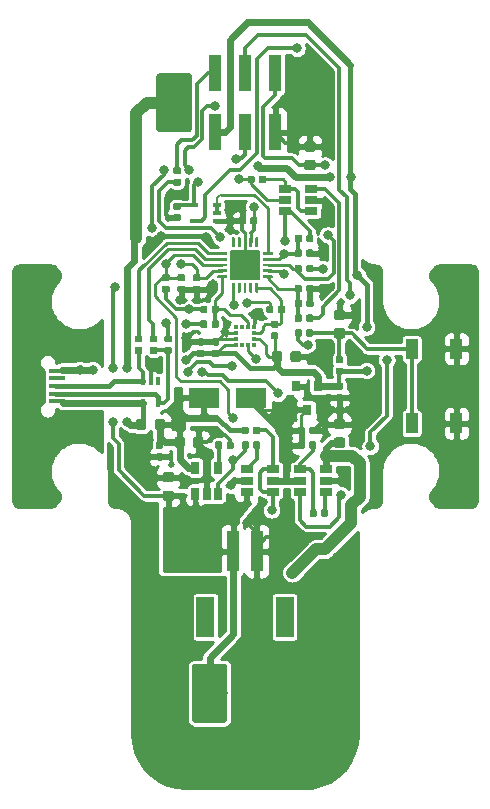
<source format=gbr>
G04 #@! TF.GenerationSoftware,KiCad,Pcbnew,5.1.4+dfsg1-1*
G04 #@! TF.CreationDate,2021-01-09T21:35:19+00:00*
G04 #@! TF.ProjectId,bike-light-board,62696b65-2d6c-4696-9768-742d626f6172,rev?*
G04 #@! TF.SameCoordinates,Original*
G04 #@! TF.FileFunction,Copper,L2,Bot*
G04 #@! TF.FilePolarity,Positive*
%FSLAX46Y46*%
G04 Gerber Fmt 4.6, Leading zero omitted, Abs format (unit mm)*
G04 Created by KiCad (PCBNEW 5.1.4+dfsg1-1) date 2021-01-09 21:35:19*
%MOMM*%
%LPD*%
G04 APERTURE LIST*
G04 #@! TA.AperFunction,ComponentPad*
%ADD10O,1.700000X1.500000*%
G04 #@! TD*
G04 #@! TA.AperFunction,ComponentPad*
%ADD11O,2.300000X1.500000*%
G04 #@! TD*
G04 #@! TA.AperFunction,SMDPad,CuDef*
%ADD12R,1.400000X0.400000*%
G04 #@! TD*
G04 #@! TA.AperFunction,Conductor*
%ADD13C,0.350000*%
G04 #@! TD*
G04 #@! TA.AperFunction,SMDPad,CuDef*
%ADD14C,0.250000*%
G04 #@! TD*
G04 #@! TA.AperFunction,SMDPad,CuDef*
%ADD15C,2.600000*%
G04 #@! TD*
G04 #@! TA.AperFunction,SMDPad,CuDef*
%ADD16C,0.590000*%
G04 #@! TD*
G04 #@! TA.AperFunction,SMDPad,CuDef*
%ADD17R,1.000000X3.150000*%
G04 #@! TD*
G04 #@! TA.AperFunction,SMDPad,CuDef*
%ADD18C,0.875000*%
G04 #@! TD*
G04 #@! TA.AperFunction,SMDPad,CuDef*
%ADD19C,3.000000*%
G04 #@! TD*
G04 #@! TA.AperFunction,SMDPad,CuDef*
%ADD20R,1.060000X0.650000*%
G04 #@! TD*
G04 #@! TA.AperFunction,SMDPad,CuDef*
%ADD21R,0.400000X0.650000*%
G04 #@! TD*
G04 #@! TA.AperFunction,SMDPad,CuDef*
%ADD22R,1.500000X3.400000*%
G04 #@! TD*
G04 #@! TA.AperFunction,SMDPad,CuDef*
%ADD23R,1.000000X3.500000*%
G04 #@! TD*
G04 #@! TA.AperFunction,SMDPad,CuDef*
%ADD24R,1.000000X1.700000*%
G04 #@! TD*
G04 #@! TA.AperFunction,SMDPad,CuDef*
%ADD25R,2.500000X1.800000*%
G04 #@! TD*
G04 #@! TA.AperFunction,SMDPad,CuDef*
%ADD26R,0.650000X1.060000*%
G04 #@! TD*
G04 #@! TA.AperFunction,SMDPad,CuDef*
%ADD27R,0.800000X0.900000*%
G04 #@! TD*
G04 #@! TA.AperFunction,SMDPad,CuDef*
%ADD28R,0.350000X0.375000*%
G04 #@! TD*
G04 #@! TA.AperFunction,SMDPad,CuDef*
%ADD29R,0.375000X0.350000*%
G04 #@! TD*
G04 #@! TA.AperFunction,SMDPad,CuDef*
%ADD30R,0.650000X0.400000*%
G04 #@! TD*
G04 #@! TA.AperFunction,ViaPad*
%ADD31C,0.800000*%
G04 #@! TD*
G04 #@! TA.AperFunction,Conductor*
%ADD32C,0.250000*%
G04 #@! TD*
G04 #@! TA.AperFunction,Conductor*
%ADD33C,0.300000*%
G04 #@! TD*
G04 #@! TA.AperFunction,Conductor*
%ADD34C,0.600000*%
G04 #@! TD*
G04 #@! TA.AperFunction,Conductor*
%ADD35C,0.400000*%
G04 #@! TD*
G04 #@! TA.AperFunction,Conductor*
%ADD36C,1.000000*%
G04 #@! TD*
G04 #@! TA.AperFunction,Conductor*
%ADD37C,0.200000*%
G04 #@! TD*
G04 #@! TA.AperFunction,Conductor*
%ADD38C,0.254000*%
G04 #@! TD*
G04 APERTURE END LIST*
D10*
G04 #@! TO.P,J1,6*
G04 #@! TO.N,Net-(J1-Pad6)*
X-18850000Y3575000D03*
D11*
X-15410000Y3575000D03*
D10*
X-18850000Y-3575000D03*
D12*
G04 #@! TO.P,J1,5*
G04 #@! TO.N,GND*
X-15900000Y1300000D03*
G04 #@! TO.P,J1,4*
G04 #@! TO.N,N/C*
X-15900000Y650000D03*
G04 #@! TO.P,J1,1*
G04 #@! TO.N,Net-(D1-Pad5)*
X-15900000Y-1300000D03*
G04 #@! TO.P,J1,2*
G04 #@! TO.N,USB_D-*
X-15900000Y-650000D03*
D11*
G04 #@! TO.P,J1,6*
G04 #@! TO.N,Net-(J1-Pad6)*
X-15410000Y-3575000D03*
D12*
G04 #@! TO.P,J1,3*
G04 #@! TO.N,USB_D+*
X-15900000Y0D03*
G04 #@! TD*
D13*
G04 #@! TO.N,BUTTON*
G04 #@! TO.C,U4*
G36*
X-931374Y8749699D02*
G01*
X-925307Y8748799D01*
X-919357Y8747309D01*
X-913582Y8745242D01*
X-908038Y8742620D01*
X-902777Y8739467D01*
X-897850Y8735813D01*
X-893306Y8731694D01*
X-889187Y8727150D01*
X-885533Y8722223D01*
X-882380Y8716962D01*
X-879758Y8711418D01*
X-877691Y8705643D01*
X-876201Y8699693D01*
X-875301Y8693626D01*
X-875000Y8687500D01*
X-875000Y7962500D01*
X-875301Y7956374D01*
X-876201Y7950307D01*
X-877691Y7944357D01*
X-879758Y7938582D01*
X-882380Y7933038D01*
X-885533Y7927777D01*
X-889187Y7922850D01*
X-893306Y7918306D01*
X-897850Y7914187D01*
X-902777Y7910533D01*
X-908038Y7907380D01*
X-913582Y7904758D01*
X-919357Y7902691D01*
X-925307Y7901201D01*
X-931374Y7900301D01*
X-937500Y7900000D01*
X-1062500Y7900000D01*
X-1068626Y7900301D01*
X-1074693Y7901201D01*
X-1080643Y7902691D01*
X-1086418Y7904758D01*
X-1091962Y7907380D01*
X-1097223Y7910533D01*
X-1102150Y7914187D01*
X-1106694Y7918306D01*
X-1110813Y7922850D01*
X-1114467Y7927777D01*
X-1117620Y7933038D01*
X-1120242Y7938582D01*
X-1122309Y7944357D01*
X-1123799Y7950307D01*
X-1124699Y7956374D01*
X-1125000Y7962500D01*
X-1125000Y8687500D01*
X-1124699Y8693626D01*
X-1123799Y8699693D01*
X-1122309Y8705643D01*
X-1120242Y8711418D01*
X-1117620Y8716962D01*
X-1114467Y8722223D01*
X-1110813Y8727150D01*
X-1106694Y8731694D01*
X-1102150Y8735813D01*
X-1097223Y8739467D01*
X-1091962Y8742620D01*
X-1086418Y8745242D01*
X-1080643Y8747309D01*
X-1074693Y8748799D01*
X-1068626Y8749699D01*
X-1062500Y8750000D01*
X-937500Y8750000D01*
X-931374Y8749699D01*
X-931374Y8749699D01*
G37*
D14*
G04 #@! TD*
G04 #@! TO.P,U4,20*
G04 #@! TO.N,BUTTON*
X-1000000Y8325000D03*
D13*
G04 #@! TO.N,N/C*
G04 #@! TO.C,U4*
G36*
X-431374Y8749699D02*
G01*
X-425307Y8748799D01*
X-419357Y8747309D01*
X-413582Y8745242D01*
X-408038Y8742620D01*
X-402777Y8739467D01*
X-397850Y8735813D01*
X-393306Y8731694D01*
X-389187Y8727150D01*
X-385533Y8722223D01*
X-382380Y8716962D01*
X-379758Y8711418D01*
X-377691Y8705643D01*
X-376201Y8699693D01*
X-375301Y8693626D01*
X-375000Y8687500D01*
X-375000Y7962500D01*
X-375301Y7956374D01*
X-376201Y7950307D01*
X-377691Y7944357D01*
X-379758Y7938582D01*
X-382380Y7933038D01*
X-385533Y7927777D01*
X-389187Y7922850D01*
X-393306Y7918306D01*
X-397850Y7914187D01*
X-402777Y7910533D01*
X-408038Y7907380D01*
X-413582Y7904758D01*
X-419357Y7902691D01*
X-425307Y7901201D01*
X-431374Y7900301D01*
X-437500Y7900000D01*
X-562500Y7900000D01*
X-568626Y7900301D01*
X-574693Y7901201D01*
X-580643Y7902691D01*
X-586418Y7904758D01*
X-591962Y7907380D01*
X-597223Y7910533D01*
X-602150Y7914187D01*
X-606694Y7918306D01*
X-610813Y7922850D01*
X-614467Y7927777D01*
X-617620Y7933038D01*
X-620242Y7938582D01*
X-622309Y7944357D01*
X-623799Y7950307D01*
X-624699Y7956374D01*
X-625000Y7962500D01*
X-625000Y8687500D01*
X-624699Y8693626D01*
X-623799Y8699693D01*
X-622309Y8705643D01*
X-620242Y8711418D01*
X-617620Y8716962D01*
X-614467Y8722223D01*
X-610813Y8727150D01*
X-606694Y8731694D01*
X-602150Y8735813D01*
X-597223Y8739467D01*
X-591962Y8742620D01*
X-586418Y8745242D01*
X-580643Y8747309D01*
X-574693Y8748799D01*
X-568626Y8749699D01*
X-562500Y8750000D01*
X-437500Y8750000D01*
X-431374Y8749699D01*
X-431374Y8749699D01*
G37*
D14*
G04 #@! TD*
G04 #@! TO.P,U4,19*
G04 #@! TO.N,N/C*
X-500000Y8325000D03*
D13*
G04 #@! TO.N,N/C*
G04 #@! TO.C,U4*
G36*
X68626Y8749699D02*
G01*
X74693Y8748799D01*
X80643Y8747309D01*
X86418Y8745242D01*
X91962Y8742620D01*
X97223Y8739467D01*
X102150Y8735813D01*
X106694Y8731694D01*
X110813Y8727150D01*
X114467Y8722223D01*
X117620Y8716962D01*
X120242Y8711418D01*
X122309Y8705643D01*
X123799Y8699693D01*
X124699Y8693626D01*
X125000Y8687500D01*
X125000Y7962500D01*
X124699Y7956374D01*
X123799Y7950307D01*
X122309Y7944357D01*
X120242Y7938582D01*
X117620Y7933038D01*
X114467Y7927777D01*
X110813Y7922850D01*
X106694Y7918306D01*
X102150Y7914187D01*
X97223Y7910533D01*
X91962Y7907380D01*
X86418Y7904758D01*
X80643Y7902691D01*
X74693Y7901201D01*
X68626Y7900301D01*
X62500Y7900000D01*
X-62500Y7900000D01*
X-68626Y7900301D01*
X-74693Y7901201D01*
X-80643Y7902691D01*
X-86418Y7904758D01*
X-91962Y7907380D01*
X-97223Y7910533D01*
X-102150Y7914187D01*
X-106694Y7918306D01*
X-110813Y7922850D01*
X-114467Y7927777D01*
X-117620Y7933038D01*
X-120242Y7938582D01*
X-122309Y7944357D01*
X-123799Y7950307D01*
X-124699Y7956374D01*
X-125000Y7962500D01*
X-125000Y8687500D01*
X-124699Y8693626D01*
X-123799Y8699693D01*
X-122309Y8705643D01*
X-120242Y8711418D01*
X-117620Y8716962D01*
X-114467Y8722223D01*
X-110813Y8727150D01*
X-106694Y8731694D01*
X-102150Y8735813D01*
X-97223Y8739467D01*
X-91962Y8742620D01*
X-86418Y8745242D01*
X-80643Y8747309D01*
X-74693Y8748799D01*
X-68626Y8749699D01*
X-62500Y8750000D01*
X62500Y8750000D01*
X68626Y8749699D01*
X68626Y8749699D01*
G37*
D14*
G04 #@! TD*
G04 #@! TO.P,U4,18*
G04 #@! TO.N,N/C*
X0Y8325000D03*
D13*
G04 #@! TO.N,N/C*
G04 #@! TO.C,U4*
G36*
X568626Y8749699D02*
G01*
X574693Y8748799D01*
X580643Y8747309D01*
X586418Y8745242D01*
X591962Y8742620D01*
X597223Y8739467D01*
X602150Y8735813D01*
X606694Y8731694D01*
X610813Y8727150D01*
X614467Y8722223D01*
X617620Y8716962D01*
X620242Y8711418D01*
X622309Y8705643D01*
X623799Y8699693D01*
X624699Y8693626D01*
X625000Y8687500D01*
X625000Y7962500D01*
X624699Y7956374D01*
X623799Y7950307D01*
X622309Y7944357D01*
X620242Y7938582D01*
X617620Y7933038D01*
X614467Y7927777D01*
X610813Y7922850D01*
X606694Y7918306D01*
X602150Y7914187D01*
X597223Y7910533D01*
X591962Y7907380D01*
X586418Y7904758D01*
X580643Y7902691D01*
X574693Y7901201D01*
X568626Y7900301D01*
X562500Y7900000D01*
X437500Y7900000D01*
X431374Y7900301D01*
X425307Y7901201D01*
X419357Y7902691D01*
X413582Y7904758D01*
X408038Y7907380D01*
X402777Y7910533D01*
X397850Y7914187D01*
X393306Y7918306D01*
X389187Y7922850D01*
X385533Y7927777D01*
X382380Y7933038D01*
X379758Y7938582D01*
X377691Y7944357D01*
X376201Y7950307D01*
X375301Y7956374D01*
X375000Y7962500D01*
X375000Y8687500D01*
X375301Y8693626D01*
X376201Y8699693D01*
X377691Y8705643D01*
X379758Y8711418D01*
X382380Y8716962D01*
X385533Y8722223D01*
X389187Y8727150D01*
X393306Y8731694D01*
X397850Y8735813D01*
X402777Y8739467D01*
X408038Y8742620D01*
X413582Y8745242D01*
X419357Y8747309D01*
X425307Y8748799D01*
X431374Y8749699D01*
X437500Y8750000D01*
X562500Y8750000D01*
X568626Y8749699D01*
X568626Y8749699D01*
G37*
D14*
G04 #@! TD*
G04 #@! TO.P,U4,17*
G04 #@! TO.N,N/C*
X500000Y8325000D03*
D13*
G04 #@! TO.N,I2C_DATA*
G04 #@! TO.C,U4*
G36*
X1068626Y8749699D02*
G01*
X1074693Y8748799D01*
X1080643Y8747309D01*
X1086418Y8745242D01*
X1091962Y8742620D01*
X1097223Y8739467D01*
X1102150Y8735813D01*
X1106694Y8731694D01*
X1110813Y8727150D01*
X1114467Y8722223D01*
X1117620Y8716962D01*
X1120242Y8711418D01*
X1122309Y8705643D01*
X1123799Y8699693D01*
X1124699Y8693626D01*
X1125000Y8687500D01*
X1125000Y7962500D01*
X1124699Y7956374D01*
X1123799Y7950307D01*
X1122309Y7944357D01*
X1120242Y7938582D01*
X1117620Y7933038D01*
X1114467Y7927777D01*
X1110813Y7922850D01*
X1106694Y7918306D01*
X1102150Y7914187D01*
X1097223Y7910533D01*
X1091962Y7907380D01*
X1086418Y7904758D01*
X1080643Y7902691D01*
X1074693Y7901201D01*
X1068626Y7900301D01*
X1062500Y7900000D01*
X937500Y7900000D01*
X931374Y7900301D01*
X925307Y7901201D01*
X919357Y7902691D01*
X913582Y7904758D01*
X908038Y7907380D01*
X902777Y7910533D01*
X897850Y7914187D01*
X893306Y7918306D01*
X889187Y7922850D01*
X885533Y7927777D01*
X882380Y7933038D01*
X879758Y7938582D01*
X877691Y7944357D01*
X876201Y7950307D01*
X875301Y7956374D01*
X875000Y7962500D01*
X875000Y8687500D01*
X875301Y8693626D01*
X876201Y8699693D01*
X877691Y8705643D01*
X879758Y8711418D01*
X882380Y8716962D01*
X885533Y8722223D01*
X889187Y8727150D01*
X893306Y8731694D01*
X897850Y8735813D01*
X902777Y8739467D01*
X908038Y8742620D01*
X913582Y8745242D01*
X919357Y8747309D01*
X925307Y8748799D01*
X931374Y8749699D01*
X937500Y8750000D01*
X1062500Y8750000D01*
X1068626Y8749699D01*
X1068626Y8749699D01*
G37*
D14*
G04 #@! TD*
G04 #@! TO.P,U4,16*
G04 #@! TO.N,I2C_DATA*
X1000000Y8325000D03*
D13*
G04 #@! TO.N,BATT_MONITOR*
G04 #@! TO.C,U4*
G36*
X2293626Y9374699D02*
G01*
X2299693Y9373799D01*
X2305643Y9372309D01*
X2311418Y9370242D01*
X2316962Y9367620D01*
X2322223Y9364467D01*
X2327150Y9360813D01*
X2331694Y9356694D01*
X2335813Y9352150D01*
X2339467Y9347223D01*
X2342620Y9341962D01*
X2345242Y9336418D01*
X2347309Y9330643D01*
X2348799Y9324693D01*
X2349699Y9318626D01*
X2350000Y9312500D01*
X2350000Y9187500D01*
X2349699Y9181374D01*
X2348799Y9175307D01*
X2347309Y9169357D01*
X2345242Y9163582D01*
X2342620Y9158038D01*
X2339467Y9152777D01*
X2335813Y9147850D01*
X2331694Y9143306D01*
X2327150Y9139187D01*
X2322223Y9135533D01*
X2316962Y9132380D01*
X2311418Y9129758D01*
X2305643Y9127691D01*
X2299693Y9126201D01*
X2293626Y9125301D01*
X2287500Y9125000D01*
X1562500Y9125000D01*
X1556374Y9125301D01*
X1550307Y9126201D01*
X1544357Y9127691D01*
X1538582Y9129758D01*
X1533038Y9132380D01*
X1527777Y9135533D01*
X1522850Y9139187D01*
X1518306Y9143306D01*
X1514187Y9147850D01*
X1510533Y9152777D01*
X1507380Y9158038D01*
X1504758Y9163582D01*
X1502691Y9169357D01*
X1501201Y9175307D01*
X1500301Y9181374D01*
X1500000Y9187500D01*
X1500000Y9312500D01*
X1500301Y9318626D01*
X1501201Y9324693D01*
X1502691Y9330643D01*
X1504758Y9336418D01*
X1507380Y9341962D01*
X1510533Y9347223D01*
X1514187Y9352150D01*
X1518306Y9356694D01*
X1522850Y9360813D01*
X1527777Y9364467D01*
X1533038Y9367620D01*
X1538582Y9370242D01*
X1544357Y9372309D01*
X1550307Y9373799D01*
X1556374Y9374699D01*
X1562500Y9375000D01*
X2287500Y9375000D01*
X2293626Y9374699D01*
X2293626Y9374699D01*
G37*
D14*
G04 #@! TD*
G04 #@! TO.P,U4,15*
G04 #@! TO.N,BATT_MONITOR*
X1925000Y9250000D03*
D13*
G04 #@! TO.N,ACCEL_INT*
G04 #@! TO.C,U4*
G36*
X2293626Y9874699D02*
G01*
X2299693Y9873799D01*
X2305643Y9872309D01*
X2311418Y9870242D01*
X2316962Y9867620D01*
X2322223Y9864467D01*
X2327150Y9860813D01*
X2331694Y9856694D01*
X2335813Y9852150D01*
X2339467Y9847223D01*
X2342620Y9841962D01*
X2345242Y9836418D01*
X2347309Y9830643D01*
X2348799Y9824693D01*
X2349699Y9818626D01*
X2350000Y9812500D01*
X2350000Y9687500D01*
X2349699Y9681374D01*
X2348799Y9675307D01*
X2347309Y9669357D01*
X2345242Y9663582D01*
X2342620Y9658038D01*
X2339467Y9652777D01*
X2335813Y9647850D01*
X2331694Y9643306D01*
X2327150Y9639187D01*
X2322223Y9635533D01*
X2316962Y9632380D01*
X2311418Y9629758D01*
X2305643Y9627691D01*
X2299693Y9626201D01*
X2293626Y9625301D01*
X2287500Y9625000D01*
X1562500Y9625000D01*
X1556374Y9625301D01*
X1550307Y9626201D01*
X1544357Y9627691D01*
X1538582Y9629758D01*
X1533038Y9632380D01*
X1527777Y9635533D01*
X1522850Y9639187D01*
X1518306Y9643306D01*
X1514187Y9647850D01*
X1510533Y9652777D01*
X1507380Y9658038D01*
X1504758Y9663582D01*
X1502691Y9669357D01*
X1501201Y9675307D01*
X1500301Y9681374D01*
X1500000Y9687500D01*
X1500000Y9812500D01*
X1500301Y9818626D01*
X1501201Y9824693D01*
X1502691Y9830643D01*
X1504758Y9836418D01*
X1507380Y9841962D01*
X1510533Y9847223D01*
X1514187Y9852150D01*
X1518306Y9856694D01*
X1522850Y9860813D01*
X1527777Y9864467D01*
X1533038Y9867620D01*
X1538582Y9870242D01*
X1544357Y9872309D01*
X1550307Y9873799D01*
X1556374Y9874699D01*
X1562500Y9875000D01*
X2287500Y9875000D01*
X2293626Y9874699D01*
X2293626Y9874699D01*
G37*
D14*
G04 #@! TD*
G04 #@! TO.P,U4,14*
G04 #@! TO.N,ACCEL_INT*
X1925000Y9750000D03*
D13*
G04 #@! TO.N,PROG_nRESET*
G04 #@! TO.C,U4*
G36*
X2293626Y10374699D02*
G01*
X2299693Y10373799D01*
X2305643Y10372309D01*
X2311418Y10370242D01*
X2316962Y10367620D01*
X2322223Y10364467D01*
X2327150Y10360813D01*
X2331694Y10356694D01*
X2335813Y10352150D01*
X2339467Y10347223D01*
X2342620Y10341962D01*
X2345242Y10336418D01*
X2347309Y10330643D01*
X2348799Y10324693D01*
X2349699Y10318626D01*
X2350000Y10312500D01*
X2350000Y10187500D01*
X2349699Y10181374D01*
X2348799Y10175307D01*
X2347309Y10169357D01*
X2345242Y10163582D01*
X2342620Y10158038D01*
X2339467Y10152777D01*
X2335813Y10147850D01*
X2331694Y10143306D01*
X2327150Y10139187D01*
X2322223Y10135533D01*
X2316962Y10132380D01*
X2311418Y10129758D01*
X2305643Y10127691D01*
X2299693Y10126201D01*
X2293626Y10125301D01*
X2287500Y10125000D01*
X1562500Y10125000D01*
X1556374Y10125301D01*
X1550307Y10126201D01*
X1544357Y10127691D01*
X1538582Y10129758D01*
X1533038Y10132380D01*
X1527777Y10135533D01*
X1522850Y10139187D01*
X1518306Y10143306D01*
X1514187Y10147850D01*
X1510533Y10152777D01*
X1507380Y10158038D01*
X1504758Y10163582D01*
X1502691Y10169357D01*
X1501201Y10175307D01*
X1500301Y10181374D01*
X1500000Y10187500D01*
X1500000Y10312500D01*
X1500301Y10318626D01*
X1501201Y10324693D01*
X1502691Y10330643D01*
X1504758Y10336418D01*
X1507380Y10341962D01*
X1510533Y10347223D01*
X1514187Y10352150D01*
X1518306Y10356694D01*
X1522850Y10360813D01*
X1527777Y10364467D01*
X1533038Y10367620D01*
X1538582Y10370242D01*
X1544357Y10372309D01*
X1550307Y10373799D01*
X1556374Y10374699D01*
X1562500Y10375000D01*
X2287500Y10375000D01*
X2293626Y10374699D01*
X2293626Y10374699D01*
G37*
D14*
G04 #@! TD*
G04 #@! TO.P,U4,13*
G04 #@! TO.N,PROG_nRESET*
X1925000Y10250000D03*
D13*
G04 #@! TO.N,SW_EN*
G04 #@! TO.C,U4*
G36*
X2293626Y10874699D02*
G01*
X2299693Y10873799D01*
X2305643Y10872309D01*
X2311418Y10870242D01*
X2316962Y10867620D01*
X2322223Y10864467D01*
X2327150Y10860813D01*
X2331694Y10856694D01*
X2335813Y10852150D01*
X2339467Y10847223D01*
X2342620Y10841962D01*
X2345242Y10836418D01*
X2347309Y10830643D01*
X2348799Y10824693D01*
X2349699Y10818626D01*
X2350000Y10812500D01*
X2350000Y10687500D01*
X2349699Y10681374D01*
X2348799Y10675307D01*
X2347309Y10669357D01*
X2345242Y10663582D01*
X2342620Y10658038D01*
X2339467Y10652777D01*
X2335813Y10647850D01*
X2331694Y10643306D01*
X2327150Y10639187D01*
X2322223Y10635533D01*
X2316962Y10632380D01*
X2311418Y10629758D01*
X2305643Y10627691D01*
X2299693Y10626201D01*
X2293626Y10625301D01*
X2287500Y10625000D01*
X1562500Y10625000D01*
X1556374Y10625301D01*
X1550307Y10626201D01*
X1544357Y10627691D01*
X1538582Y10629758D01*
X1533038Y10632380D01*
X1527777Y10635533D01*
X1522850Y10639187D01*
X1518306Y10643306D01*
X1514187Y10647850D01*
X1510533Y10652777D01*
X1507380Y10658038D01*
X1504758Y10663582D01*
X1502691Y10669357D01*
X1501201Y10675307D01*
X1500301Y10681374D01*
X1500000Y10687500D01*
X1500000Y10812500D01*
X1500301Y10818626D01*
X1501201Y10824693D01*
X1502691Y10830643D01*
X1504758Y10836418D01*
X1507380Y10841962D01*
X1510533Y10847223D01*
X1514187Y10852150D01*
X1518306Y10856694D01*
X1522850Y10860813D01*
X1527777Y10864467D01*
X1533038Y10867620D01*
X1538582Y10870242D01*
X1544357Y10872309D01*
X1550307Y10873799D01*
X1556374Y10874699D01*
X1562500Y10875000D01*
X2287500Y10875000D01*
X2293626Y10874699D01*
X2293626Y10874699D01*
G37*
D14*
G04 #@! TD*
G04 #@! TO.P,U4,12*
G04 #@! TO.N,SW_EN*
X1925000Y10750000D03*
D13*
G04 #@! TO.N,LED_DATA*
G04 #@! TO.C,U4*
G36*
X2293626Y11374699D02*
G01*
X2299693Y11373799D01*
X2305643Y11372309D01*
X2311418Y11370242D01*
X2316962Y11367620D01*
X2322223Y11364467D01*
X2327150Y11360813D01*
X2331694Y11356694D01*
X2335813Y11352150D01*
X2339467Y11347223D01*
X2342620Y11341962D01*
X2345242Y11336418D01*
X2347309Y11330643D01*
X2348799Y11324693D01*
X2349699Y11318626D01*
X2350000Y11312500D01*
X2350000Y11187500D01*
X2349699Y11181374D01*
X2348799Y11175307D01*
X2347309Y11169357D01*
X2345242Y11163582D01*
X2342620Y11158038D01*
X2339467Y11152777D01*
X2335813Y11147850D01*
X2331694Y11143306D01*
X2327150Y11139187D01*
X2322223Y11135533D01*
X2316962Y11132380D01*
X2311418Y11129758D01*
X2305643Y11127691D01*
X2299693Y11126201D01*
X2293626Y11125301D01*
X2287500Y11125000D01*
X1562500Y11125000D01*
X1556374Y11125301D01*
X1550307Y11126201D01*
X1544357Y11127691D01*
X1538582Y11129758D01*
X1533038Y11132380D01*
X1527777Y11135533D01*
X1522850Y11139187D01*
X1518306Y11143306D01*
X1514187Y11147850D01*
X1510533Y11152777D01*
X1507380Y11158038D01*
X1504758Y11163582D01*
X1502691Y11169357D01*
X1501201Y11175307D01*
X1500301Y11181374D01*
X1500000Y11187500D01*
X1500000Y11312500D01*
X1500301Y11318626D01*
X1501201Y11324693D01*
X1502691Y11330643D01*
X1504758Y11336418D01*
X1507380Y11341962D01*
X1510533Y11347223D01*
X1514187Y11352150D01*
X1518306Y11356694D01*
X1522850Y11360813D01*
X1527777Y11364467D01*
X1533038Y11367620D01*
X1538582Y11370242D01*
X1544357Y11372309D01*
X1550307Y11373799D01*
X1556374Y11374699D01*
X1562500Y11375000D01*
X2287500Y11375000D01*
X2293626Y11374699D01*
X2293626Y11374699D01*
G37*
D14*
G04 #@! TD*
G04 #@! TO.P,U4,11*
G04 #@! TO.N,LED_DATA*
X1925000Y11250000D03*
D13*
G04 #@! TO.N,N/C*
G04 #@! TO.C,U4*
G36*
X1068626Y12599699D02*
G01*
X1074693Y12598799D01*
X1080643Y12597309D01*
X1086418Y12595242D01*
X1091962Y12592620D01*
X1097223Y12589467D01*
X1102150Y12585813D01*
X1106694Y12581694D01*
X1110813Y12577150D01*
X1114467Y12572223D01*
X1117620Y12566962D01*
X1120242Y12561418D01*
X1122309Y12555643D01*
X1123799Y12549693D01*
X1124699Y12543626D01*
X1125000Y12537500D01*
X1125000Y11812500D01*
X1124699Y11806374D01*
X1123799Y11800307D01*
X1122309Y11794357D01*
X1120242Y11788582D01*
X1117620Y11783038D01*
X1114467Y11777777D01*
X1110813Y11772850D01*
X1106694Y11768306D01*
X1102150Y11764187D01*
X1097223Y11760533D01*
X1091962Y11757380D01*
X1086418Y11754758D01*
X1080643Y11752691D01*
X1074693Y11751201D01*
X1068626Y11750301D01*
X1062500Y11750000D01*
X937500Y11750000D01*
X931374Y11750301D01*
X925307Y11751201D01*
X919357Y11752691D01*
X913582Y11754758D01*
X908038Y11757380D01*
X902777Y11760533D01*
X897850Y11764187D01*
X893306Y11768306D01*
X889187Y11772850D01*
X885533Y11777777D01*
X882380Y11783038D01*
X879758Y11788582D01*
X877691Y11794357D01*
X876201Y11800307D01*
X875301Y11806374D01*
X875000Y11812500D01*
X875000Y12537500D01*
X875301Y12543626D01*
X876201Y12549693D01*
X877691Y12555643D01*
X879758Y12561418D01*
X882380Y12566962D01*
X885533Y12572223D01*
X889187Y12577150D01*
X893306Y12581694D01*
X897850Y12585813D01*
X902777Y12589467D01*
X908038Y12592620D01*
X913582Y12595242D01*
X919357Y12597309D01*
X925307Y12598799D01*
X931374Y12599699D01*
X937500Y12600000D01*
X1062500Y12600000D01*
X1068626Y12599699D01*
X1068626Y12599699D01*
G37*
D14*
G04 #@! TD*
G04 #@! TO.P,U4,10*
G04 #@! TO.N,N/C*
X1000000Y12175000D03*
D13*
G04 #@! TO.N,+3V3*
G04 #@! TO.C,U4*
G36*
X568626Y12599699D02*
G01*
X574693Y12598799D01*
X580643Y12597309D01*
X586418Y12595242D01*
X591962Y12592620D01*
X597223Y12589467D01*
X602150Y12585813D01*
X606694Y12581694D01*
X610813Y12577150D01*
X614467Y12572223D01*
X617620Y12566962D01*
X620242Y12561418D01*
X622309Y12555643D01*
X623799Y12549693D01*
X624699Y12543626D01*
X625000Y12537500D01*
X625000Y11812500D01*
X624699Y11806374D01*
X623799Y11800307D01*
X622309Y11794357D01*
X620242Y11788582D01*
X617620Y11783038D01*
X614467Y11777777D01*
X610813Y11772850D01*
X606694Y11768306D01*
X602150Y11764187D01*
X597223Y11760533D01*
X591962Y11757380D01*
X586418Y11754758D01*
X580643Y11752691D01*
X574693Y11751201D01*
X568626Y11750301D01*
X562500Y11750000D01*
X437500Y11750000D01*
X431374Y11750301D01*
X425307Y11751201D01*
X419357Y11752691D01*
X413582Y11754758D01*
X408038Y11757380D01*
X402777Y11760533D01*
X397850Y11764187D01*
X393306Y11768306D01*
X389187Y11772850D01*
X385533Y11777777D01*
X382380Y11783038D01*
X379758Y11788582D01*
X377691Y11794357D01*
X376201Y11800307D01*
X375301Y11806374D01*
X375000Y11812500D01*
X375000Y12537500D01*
X375301Y12543626D01*
X376201Y12549693D01*
X377691Y12555643D01*
X379758Y12561418D01*
X382380Y12566962D01*
X385533Y12572223D01*
X389187Y12577150D01*
X393306Y12581694D01*
X397850Y12585813D01*
X402777Y12589467D01*
X408038Y12592620D01*
X413582Y12595242D01*
X419357Y12597309D01*
X425307Y12598799D01*
X431374Y12599699D01*
X437500Y12600000D01*
X562500Y12600000D01*
X568626Y12599699D01*
X568626Y12599699D01*
G37*
D14*
G04 #@! TD*
G04 #@! TO.P,U4,9*
G04 #@! TO.N,+3V3*
X500000Y12175000D03*
D13*
G04 #@! TO.N,GND*
G04 #@! TO.C,U4*
G36*
X68626Y12599699D02*
G01*
X74693Y12598799D01*
X80643Y12597309D01*
X86418Y12595242D01*
X91962Y12592620D01*
X97223Y12589467D01*
X102150Y12585813D01*
X106694Y12581694D01*
X110813Y12577150D01*
X114467Y12572223D01*
X117620Y12566962D01*
X120242Y12561418D01*
X122309Y12555643D01*
X123799Y12549693D01*
X124699Y12543626D01*
X125000Y12537500D01*
X125000Y11812500D01*
X124699Y11806374D01*
X123799Y11800307D01*
X122309Y11794357D01*
X120242Y11788582D01*
X117620Y11783038D01*
X114467Y11777777D01*
X110813Y11772850D01*
X106694Y11768306D01*
X102150Y11764187D01*
X97223Y11760533D01*
X91962Y11757380D01*
X86418Y11754758D01*
X80643Y11752691D01*
X74693Y11751201D01*
X68626Y11750301D01*
X62500Y11750000D01*
X-62500Y11750000D01*
X-68626Y11750301D01*
X-74693Y11751201D01*
X-80643Y11752691D01*
X-86418Y11754758D01*
X-91962Y11757380D01*
X-97223Y11760533D01*
X-102150Y11764187D01*
X-106694Y11768306D01*
X-110813Y11772850D01*
X-114467Y11777777D01*
X-117620Y11783038D01*
X-120242Y11788582D01*
X-122309Y11794357D01*
X-123799Y11800307D01*
X-124699Y11806374D01*
X-125000Y11812500D01*
X-125000Y12537500D01*
X-124699Y12543626D01*
X-123799Y12549693D01*
X-122309Y12555643D01*
X-120242Y12561418D01*
X-117620Y12566962D01*
X-114467Y12572223D01*
X-110813Y12577150D01*
X-106694Y12581694D01*
X-102150Y12585813D01*
X-97223Y12589467D01*
X-91962Y12592620D01*
X-86418Y12595242D01*
X-80643Y12597309D01*
X-74693Y12598799D01*
X-68626Y12599699D01*
X-62500Y12600000D01*
X62500Y12600000D01*
X68626Y12599699D01*
X68626Y12599699D01*
G37*
D14*
G04 #@! TD*
G04 #@! TO.P,U4,8*
G04 #@! TO.N,GND*
X0Y12175000D03*
D13*
G04 #@! TO.N,N/C*
G04 #@! TO.C,U4*
G36*
X-431374Y12599699D02*
G01*
X-425307Y12598799D01*
X-419357Y12597309D01*
X-413582Y12595242D01*
X-408038Y12592620D01*
X-402777Y12589467D01*
X-397850Y12585813D01*
X-393306Y12581694D01*
X-389187Y12577150D01*
X-385533Y12572223D01*
X-382380Y12566962D01*
X-379758Y12561418D01*
X-377691Y12555643D01*
X-376201Y12549693D01*
X-375301Y12543626D01*
X-375000Y12537500D01*
X-375000Y11812500D01*
X-375301Y11806374D01*
X-376201Y11800307D01*
X-377691Y11794357D01*
X-379758Y11788582D01*
X-382380Y11783038D01*
X-385533Y11777777D01*
X-389187Y11772850D01*
X-393306Y11768306D01*
X-397850Y11764187D01*
X-402777Y11760533D01*
X-408038Y11757380D01*
X-413582Y11754758D01*
X-419357Y11752691D01*
X-425307Y11751201D01*
X-431374Y11750301D01*
X-437500Y11750000D01*
X-562500Y11750000D01*
X-568626Y11750301D01*
X-574693Y11751201D01*
X-580643Y11752691D01*
X-586418Y11754758D01*
X-591962Y11757380D01*
X-597223Y11760533D01*
X-602150Y11764187D01*
X-606694Y11768306D01*
X-610813Y11772850D01*
X-614467Y11777777D01*
X-617620Y11783038D01*
X-620242Y11788582D01*
X-622309Y11794357D01*
X-623799Y11800307D01*
X-624699Y11806374D01*
X-625000Y11812500D01*
X-625000Y12537500D01*
X-624699Y12543626D01*
X-623799Y12549693D01*
X-622309Y12555643D01*
X-620242Y12561418D01*
X-617620Y12566962D01*
X-614467Y12572223D01*
X-610813Y12577150D01*
X-606694Y12581694D01*
X-602150Y12585813D01*
X-597223Y12589467D01*
X-591962Y12592620D01*
X-586418Y12595242D01*
X-580643Y12597309D01*
X-574693Y12598799D01*
X-568626Y12599699D01*
X-562500Y12600000D01*
X-437500Y12600000D01*
X-431374Y12599699D01*
X-431374Y12599699D01*
G37*
D14*
G04 #@! TD*
G04 #@! TO.P,U4,7*
G04 #@! TO.N,N/C*
X-500000Y12175000D03*
D13*
G04 #@! TO.N,N/C*
G04 #@! TO.C,U4*
G36*
X-931374Y12599699D02*
G01*
X-925307Y12598799D01*
X-919357Y12597309D01*
X-913582Y12595242D01*
X-908038Y12592620D01*
X-902777Y12589467D01*
X-897850Y12585813D01*
X-893306Y12581694D01*
X-889187Y12577150D01*
X-885533Y12572223D01*
X-882380Y12566962D01*
X-879758Y12561418D01*
X-877691Y12555643D01*
X-876201Y12549693D01*
X-875301Y12543626D01*
X-875000Y12537500D01*
X-875000Y11812500D01*
X-875301Y11806374D01*
X-876201Y11800307D01*
X-877691Y11794357D01*
X-879758Y11788582D01*
X-882380Y11783038D01*
X-885533Y11777777D01*
X-889187Y11772850D01*
X-893306Y11768306D01*
X-897850Y11764187D01*
X-902777Y11760533D01*
X-908038Y11757380D01*
X-913582Y11754758D01*
X-919357Y11752691D01*
X-925307Y11751201D01*
X-931374Y11750301D01*
X-937500Y11750000D01*
X-1062500Y11750000D01*
X-1068626Y11750301D01*
X-1074693Y11751201D01*
X-1080643Y11752691D01*
X-1086418Y11754758D01*
X-1091962Y11757380D01*
X-1097223Y11760533D01*
X-1102150Y11764187D01*
X-1106694Y11768306D01*
X-1110813Y11772850D01*
X-1114467Y11777777D01*
X-1117620Y11783038D01*
X-1120242Y11788582D01*
X-1122309Y11794357D01*
X-1123799Y11800307D01*
X-1124699Y11806374D01*
X-1125000Y11812500D01*
X-1125000Y12537500D01*
X-1124699Y12543626D01*
X-1123799Y12549693D01*
X-1122309Y12555643D01*
X-1120242Y12561418D01*
X-1117620Y12566962D01*
X-1114467Y12572223D01*
X-1110813Y12577150D01*
X-1106694Y12581694D01*
X-1102150Y12585813D01*
X-1097223Y12589467D01*
X-1091962Y12592620D01*
X-1086418Y12595242D01*
X-1080643Y12597309D01*
X-1074693Y12598799D01*
X-1068626Y12599699D01*
X-1062500Y12600000D01*
X-937500Y12600000D01*
X-931374Y12599699D01*
X-931374Y12599699D01*
G37*
D14*
G04 #@! TD*
G04 #@! TO.P,U4,6*
G04 #@! TO.N,N/C*
X-1000000Y12175000D03*
D13*
G04 #@! TO.N,/PA0*
G04 #@! TO.C,U4*
G36*
X-1556374Y11374699D02*
G01*
X-1550307Y11373799D01*
X-1544357Y11372309D01*
X-1538582Y11370242D01*
X-1533038Y11367620D01*
X-1527777Y11364467D01*
X-1522850Y11360813D01*
X-1518306Y11356694D01*
X-1514187Y11352150D01*
X-1510533Y11347223D01*
X-1507380Y11341962D01*
X-1504758Y11336418D01*
X-1502691Y11330643D01*
X-1501201Y11324693D01*
X-1500301Y11318626D01*
X-1500000Y11312500D01*
X-1500000Y11187500D01*
X-1500301Y11181374D01*
X-1501201Y11175307D01*
X-1502691Y11169357D01*
X-1504758Y11163582D01*
X-1507380Y11158038D01*
X-1510533Y11152777D01*
X-1514187Y11147850D01*
X-1518306Y11143306D01*
X-1522850Y11139187D01*
X-1527777Y11135533D01*
X-1533038Y11132380D01*
X-1538582Y11129758D01*
X-1544357Y11127691D01*
X-1550307Y11126201D01*
X-1556374Y11125301D01*
X-1562500Y11125000D01*
X-2287500Y11125000D01*
X-2293626Y11125301D01*
X-2299693Y11126201D01*
X-2305643Y11127691D01*
X-2311418Y11129758D01*
X-2316962Y11132380D01*
X-2322223Y11135533D01*
X-2327150Y11139187D01*
X-2331694Y11143306D01*
X-2335813Y11147850D01*
X-2339467Y11152777D01*
X-2342620Y11158038D01*
X-2345242Y11163582D01*
X-2347309Y11169357D01*
X-2348799Y11175307D01*
X-2349699Y11181374D01*
X-2350000Y11187500D01*
X-2350000Y11312500D01*
X-2349699Y11318626D01*
X-2348799Y11324693D01*
X-2347309Y11330643D01*
X-2345242Y11336418D01*
X-2342620Y11341962D01*
X-2339467Y11347223D01*
X-2335813Y11352150D01*
X-2331694Y11356694D01*
X-2327150Y11360813D01*
X-2322223Y11364467D01*
X-2316962Y11367620D01*
X-2311418Y11370242D01*
X-2305643Y11372309D01*
X-2299693Y11373799D01*
X-2293626Y11374699D01*
X-2287500Y11375000D01*
X-1562500Y11375000D01*
X-1556374Y11374699D01*
X-1556374Y11374699D01*
G37*
D14*
G04 #@! TD*
G04 #@! TO.P,U4,5*
G04 #@! TO.N,/PA0*
X-1925000Y11250000D03*
D13*
G04 #@! TO.N,/PA1*
G04 #@! TO.C,U4*
G36*
X-1556374Y10874699D02*
G01*
X-1550307Y10873799D01*
X-1544357Y10872309D01*
X-1538582Y10870242D01*
X-1533038Y10867620D01*
X-1527777Y10864467D01*
X-1522850Y10860813D01*
X-1518306Y10856694D01*
X-1514187Y10852150D01*
X-1510533Y10847223D01*
X-1507380Y10841962D01*
X-1504758Y10836418D01*
X-1502691Y10830643D01*
X-1501201Y10824693D01*
X-1500301Y10818626D01*
X-1500000Y10812500D01*
X-1500000Y10687500D01*
X-1500301Y10681374D01*
X-1501201Y10675307D01*
X-1502691Y10669357D01*
X-1504758Y10663582D01*
X-1507380Y10658038D01*
X-1510533Y10652777D01*
X-1514187Y10647850D01*
X-1518306Y10643306D01*
X-1522850Y10639187D01*
X-1527777Y10635533D01*
X-1533038Y10632380D01*
X-1538582Y10629758D01*
X-1544357Y10627691D01*
X-1550307Y10626201D01*
X-1556374Y10625301D01*
X-1562500Y10625000D01*
X-2287500Y10625000D01*
X-2293626Y10625301D01*
X-2299693Y10626201D01*
X-2305643Y10627691D01*
X-2311418Y10629758D01*
X-2316962Y10632380D01*
X-2322223Y10635533D01*
X-2327150Y10639187D01*
X-2331694Y10643306D01*
X-2335813Y10647850D01*
X-2339467Y10652777D01*
X-2342620Y10658038D01*
X-2345242Y10663582D01*
X-2347309Y10669357D01*
X-2348799Y10675307D01*
X-2349699Y10681374D01*
X-2350000Y10687500D01*
X-2350000Y10812500D01*
X-2349699Y10818626D01*
X-2348799Y10824693D01*
X-2347309Y10830643D01*
X-2345242Y10836418D01*
X-2342620Y10841962D01*
X-2339467Y10847223D01*
X-2335813Y10852150D01*
X-2331694Y10856694D01*
X-2327150Y10860813D01*
X-2322223Y10864467D01*
X-2316962Y10867620D01*
X-2311418Y10870242D01*
X-2305643Y10872309D01*
X-2299693Y10873799D01*
X-2293626Y10874699D01*
X-2287500Y10875000D01*
X-1562500Y10875000D01*
X-1556374Y10874699D01*
X-1556374Y10874699D01*
G37*
D14*
G04 #@! TD*
G04 #@! TO.P,U4,4*
G04 #@! TO.N,/PA1*
X-1925000Y10750000D03*
D13*
G04 #@! TO.N,CHRG_STAT*
G04 #@! TO.C,U4*
G36*
X-1556374Y10374699D02*
G01*
X-1550307Y10373799D01*
X-1544357Y10372309D01*
X-1538582Y10370242D01*
X-1533038Y10367620D01*
X-1527777Y10364467D01*
X-1522850Y10360813D01*
X-1518306Y10356694D01*
X-1514187Y10352150D01*
X-1510533Y10347223D01*
X-1507380Y10341962D01*
X-1504758Y10336418D01*
X-1502691Y10330643D01*
X-1501201Y10324693D01*
X-1500301Y10318626D01*
X-1500000Y10312500D01*
X-1500000Y10187500D01*
X-1500301Y10181374D01*
X-1501201Y10175307D01*
X-1502691Y10169357D01*
X-1504758Y10163582D01*
X-1507380Y10158038D01*
X-1510533Y10152777D01*
X-1514187Y10147850D01*
X-1518306Y10143306D01*
X-1522850Y10139187D01*
X-1527777Y10135533D01*
X-1533038Y10132380D01*
X-1538582Y10129758D01*
X-1544357Y10127691D01*
X-1550307Y10126201D01*
X-1556374Y10125301D01*
X-1562500Y10125000D01*
X-2287500Y10125000D01*
X-2293626Y10125301D01*
X-2299693Y10126201D01*
X-2305643Y10127691D01*
X-2311418Y10129758D01*
X-2316962Y10132380D01*
X-2322223Y10135533D01*
X-2327150Y10139187D01*
X-2331694Y10143306D01*
X-2335813Y10147850D01*
X-2339467Y10152777D01*
X-2342620Y10158038D01*
X-2345242Y10163582D01*
X-2347309Y10169357D01*
X-2348799Y10175307D01*
X-2349699Y10181374D01*
X-2350000Y10187500D01*
X-2350000Y10312500D01*
X-2349699Y10318626D01*
X-2348799Y10324693D01*
X-2347309Y10330643D01*
X-2345242Y10336418D01*
X-2342620Y10341962D01*
X-2339467Y10347223D01*
X-2335813Y10352150D01*
X-2331694Y10356694D01*
X-2327150Y10360813D01*
X-2322223Y10364467D01*
X-2316962Y10367620D01*
X-2311418Y10370242D01*
X-2305643Y10372309D01*
X-2299693Y10373799D01*
X-2293626Y10374699D01*
X-2287500Y10375000D01*
X-1562500Y10375000D01*
X-1556374Y10374699D01*
X-1556374Y10374699D01*
G37*
D14*
G04 #@! TD*
G04 #@! TO.P,U4,3*
G04 #@! TO.N,CHRG_STAT*
X-1925000Y10250000D03*
D13*
G04 #@! TO.N,LIGHT_SENS*
G04 #@! TO.C,U4*
G36*
X-1556374Y9874699D02*
G01*
X-1550307Y9873799D01*
X-1544357Y9872309D01*
X-1538582Y9870242D01*
X-1533038Y9867620D01*
X-1527777Y9864467D01*
X-1522850Y9860813D01*
X-1518306Y9856694D01*
X-1514187Y9852150D01*
X-1510533Y9847223D01*
X-1507380Y9841962D01*
X-1504758Y9836418D01*
X-1502691Y9830643D01*
X-1501201Y9824693D01*
X-1500301Y9818626D01*
X-1500000Y9812500D01*
X-1500000Y9687500D01*
X-1500301Y9681374D01*
X-1501201Y9675307D01*
X-1502691Y9669357D01*
X-1504758Y9663582D01*
X-1507380Y9658038D01*
X-1510533Y9652777D01*
X-1514187Y9647850D01*
X-1518306Y9643306D01*
X-1522850Y9639187D01*
X-1527777Y9635533D01*
X-1533038Y9632380D01*
X-1538582Y9629758D01*
X-1544357Y9627691D01*
X-1550307Y9626201D01*
X-1556374Y9625301D01*
X-1562500Y9625000D01*
X-2287500Y9625000D01*
X-2293626Y9625301D01*
X-2299693Y9626201D01*
X-2305643Y9627691D01*
X-2311418Y9629758D01*
X-2316962Y9632380D01*
X-2322223Y9635533D01*
X-2327150Y9639187D01*
X-2331694Y9643306D01*
X-2335813Y9647850D01*
X-2339467Y9652777D01*
X-2342620Y9658038D01*
X-2345242Y9663582D01*
X-2347309Y9669357D01*
X-2348799Y9675307D01*
X-2349699Y9681374D01*
X-2350000Y9687500D01*
X-2350000Y9812500D01*
X-2349699Y9818626D01*
X-2348799Y9824693D01*
X-2347309Y9830643D01*
X-2345242Y9836418D01*
X-2342620Y9841962D01*
X-2339467Y9847223D01*
X-2335813Y9852150D01*
X-2331694Y9856694D01*
X-2327150Y9860813D01*
X-2322223Y9864467D01*
X-2316962Y9867620D01*
X-2311418Y9870242D01*
X-2305643Y9872309D01*
X-2299693Y9873799D01*
X-2293626Y9874699D01*
X-2287500Y9875000D01*
X-1562500Y9875000D01*
X-1556374Y9874699D01*
X-1556374Y9874699D01*
G37*
D14*
G04 #@! TD*
G04 #@! TO.P,U4,2*
G04 #@! TO.N,LIGHT_SENS*
X-1925000Y9750000D03*
D13*
G04 #@! TO.N,I2C_CLK*
G04 #@! TO.C,U4*
G36*
X-1556374Y9374699D02*
G01*
X-1550307Y9373799D01*
X-1544357Y9372309D01*
X-1538582Y9370242D01*
X-1533038Y9367620D01*
X-1527777Y9364467D01*
X-1522850Y9360813D01*
X-1518306Y9356694D01*
X-1514187Y9352150D01*
X-1510533Y9347223D01*
X-1507380Y9341962D01*
X-1504758Y9336418D01*
X-1502691Y9330643D01*
X-1501201Y9324693D01*
X-1500301Y9318626D01*
X-1500000Y9312500D01*
X-1500000Y9187500D01*
X-1500301Y9181374D01*
X-1501201Y9175307D01*
X-1502691Y9169357D01*
X-1504758Y9163582D01*
X-1507380Y9158038D01*
X-1510533Y9152777D01*
X-1514187Y9147850D01*
X-1518306Y9143306D01*
X-1522850Y9139187D01*
X-1527777Y9135533D01*
X-1533038Y9132380D01*
X-1538582Y9129758D01*
X-1544357Y9127691D01*
X-1550307Y9126201D01*
X-1556374Y9125301D01*
X-1562500Y9125000D01*
X-2287500Y9125000D01*
X-2293626Y9125301D01*
X-2299693Y9126201D01*
X-2305643Y9127691D01*
X-2311418Y9129758D01*
X-2316962Y9132380D01*
X-2322223Y9135533D01*
X-2327150Y9139187D01*
X-2331694Y9143306D01*
X-2335813Y9147850D01*
X-2339467Y9152777D01*
X-2342620Y9158038D01*
X-2345242Y9163582D01*
X-2347309Y9169357D01*
X-2348799Y9175307D01*
X-2349699Y9181374D01*
X-2350000Y9187500D01*
X-2350000Y9312500D01*
X-2349699Y9318626D01*
X-2348799Y9324693D01*
X-2347309Y9330643D01*
X-2345242Y9336418D01*
X-2342620Y9341962D01*
X-2339467Y9347223D01*
X-2335813Y9352150D01*
X-2331694Y9356694D01*
X-2327150Y9360813D01*
X-2322223Y9364467D01*
X-2316962Y9367620D01*
X-2311418Y9370242D01*
X-2305643Y9372309D01*
X-2299693Y9373799D01*
X-2293626Y9374699D01*
X-2287500Y9375000D01*
X-1562500Y9375000D01*
X-1556374Y9374699D01*
X-1556374Y9374699D01*
G37*
D14*
G04 #@! TD*
G04 #@! TO.P,U4,1*
G04 #@! TO.N,I2C_CLK*
X-1925000Y9250000D03*
D13*
G04 #@! TO.N,GND*
G04 #@! TO.C,U4*
G36*
X1074504Y11548796D02*
G01*
X1098773Y11545196D01*
X1122571Y11539235D01*
X1145671Y11530970D01*
X1167849Y11520480D01*
X1188893Y11507867D01*
X1208598Y11493253D01*
X1226777Y11476777D01*
X1243253Y11458598D01*
X1257867Y11438893D01*
X1270480Y11417849D01*
X1280970Y11395671D01*
X1289235Y11372571D01*
X1295196Y11348773D01*
X1298796Y11324504D01*
X1300000Y11300000D01*
X1300000Y9200000D01*
X1298796Y9175496D01*
X1295196Y9151227D01*
X1289235Y9127429D01*
X1280970Y9104329D01*
X1270480Y9082151D01*
X1257867Y9061107D01*
X1243253Y9041402D01*
X1226777Y9023223D01*
X1208598Y9006747D01*
X1188893Y8992133D01*
X1167849Y8979520D01*
X1145671Y8969030D01*
X1122571Y8960765D01*
X1098773Y8954804D01*
X1074504Y8951204D01*
X1050000Y8950000D01*
X-1050000Y8950000D01*
X-1074504Y8951204D01*
X-1098773Y8954804D01*
X-1122571Y8960765D01*
X-1145671Y8969030D01*
X-1167849Y8979520D01*
X-1188893Y8992133D01*
X-1208598Y9006747D01*
X-1226777Y9023223D01*
X-1243253Y9041402D01*
X-1257867Y9061107D01*
X-1270480Y9082151D01*
X-1280970Y9104329D01*
X-1289235Y9127429D01*
X-1295196Y9151227D01*
X-1298796Y9175496D01*
X-1300000Y9200000D01*
X-1300000Y11300000D01*
X-1298796Y11324504D01*
X-1295196Y11348773D01*
X-1289235Y11372571D01*
X-1280970Y11395671D01*
X-1270480Y11417849D01*
X-1257867Y11438893D01*
X-1243253Y11458598D01*
X-1226777Y11476777D01*
X-1208598Y11493253D01*
X-1188893Y11507867D01*
X-1167849Y11520480D01*
X-1145671Y11530970D01*
X-1122571Y11539235D01*
X-1098773Y11545196D01*
X-1074504Y11548796D01*
X-1050000Y11550000D01*
X1050000Y11550000D01*
X1074504Y11548796D01*
X1074504Y11548796D01*
G37*
D15*
G04 #@! TD*
G04 #@! TO.P,U4,21*
G04 #@! TO.N,GND*
X0Y10250000D03*
D13*
G04 #@! TO.N,BUTTON*
G04 #@! TO.C,R21*
G36*
X-5563042Y17559290D02*
G01*
X-5548724Y17557166D01*
X-5534683Y17553649D01*
X-5521054Y17548772D01*
X-5507969Y17542583D01*
X-5495553Y17535142D01*
X-5483927Y17526519D01*
X-5473202Y17516798D01*
X-5463481Y17506073D01*
X-5454858Y17494447D01*
X-5447417Y17482031D01*
X-5441228Y17468946D01*
X-5436351Y17455317D01*
X-5432834Y17441276D01*
X-5430710Y17426958D01*
X-5430000Y17412500D01*
X-5430000Y17117500D01*
X-5430710Y17103042D01*
X-5432834Y17088724D01*
X-5436351Y17074683D01*
X-5441228Y17061054D01*
X-5447417Y17047969D01*
X-5454858Y17035553D01*
X-5463481Y17023927D01*
X-5473202Y17013202D01*
X-5483927Y17003481D01*
X-5495553Y16994858D01*
X-5507969Y16987417D01*
X-5521054Y16981228D01*
X-5534683Y16976351D01*
X-5548724Y16972834D01*
X-5563042Y16970710D01*
X-5577500Y16970000D01*
X-5922500Y16970000D01*
X-5936958Y16970710D01*
X-5951276Y16972834D01*
X-5965317Y16976351D01*
X-5978946Y16981228D01*
X-5992031Y16987417D01*
X-6004447Y16994858D01*
X-6016073Y17003481D01*
X-6026798Y17013202D01*
X-6036519Y17023927D01*
X-6045142Y17035553D01*
X-6052583Y17047969D01*
X-6058772Y17061054D01*
X-6063649Y17074683D01*
X-6067166Y17088724D01*
X-6069290Y17103042D01*
X-6070000Y17117500D01*
X-6070000Y17412500D01*
X-6069290Y17426958D01*
X-6067166Y17441276D01*
X-6063649Y17455317D01*
X-6058772Y17468946D01*
X-6052583Y17482031D01*
X-6045142Y17494447D01*
X-6036519Y17506073D01*
X-6026798Y17516798D01*
X-6016073Y17526519D01*
X-6004447Y17535142D01*
X-5992031Y17542583D01*
X-5978946Y17548772D01*
X-5965317Y17553649D01*
X-5951276Y17557166D01*
X-5936958Y17559290D01*
X-5922500Y17560000D01*
X-5577500Y17560000D01*
X-5563042Y17559290D01*
X-5563042Y17559290D01*
G37*
D16*
G04 #@! TD*
G04 #@! TO.P,R21,2*
G04 #@! TO.N,BUTTON*
X-5750000Y17265000D03*
D13*
G04 #@! TO.N,PROG_MISO*
G04 #@! TO.C,R21*
G36*
X-5563042Y18529290D02*
G01*
X-5548724Y18527166D01*
X-5534683Y18523649D01*
X-5521054Y18518772D01*
X-5507969Y18512583D01*
X-5495553Y18505142D01*
X-5483927Y18496519D01*
X-5473202Y18486798D01*
X-5463481Y18476073D01*
X-5454858Y18464447D01*
X-5447417Y18452031D01*
X-5441228Y18438946D01*
X-5436351Y18425317D01*
X-5432834Y18411276D01*
X-5430710Y18396958D01*
X-5430000Y18382500D01*
X-5430000Y18087500D01*
X-5430710Y18073042D01*
X-5432834Y18058724D01*
X-5436351Y18044683D01*
X-5441228Y18031054D01*
X-5447417Y18017969D01*
X-5454858Y18005553D01*
X-5463481Y17993927D01*
X-5473202Y17983202D01*
X-5483927Y17973481D01*
X-5495553Y17964858D01*
X-5507969Y17957417D01*
X-5521054Y17951228D01*
X-5534683Y17946351D01*
X-5548724Y17942834D01*
X-5563042Y17940710D01*
X-5577500Y17940000D01*
X-5922500Y17940000D01*
X-5936958Y17940710D01*
X-5951276Y17942834D01*
X-5965317Y17946351D01*
X-5978946Y17951228D01*
X-5992031Y17957417D01*
X-6004447Y17964858D01*
X-6016073Y17973481D01*
X-6026798Y17983202D01*
X-6036519Y17993927D01*
X-6045142Y18005553D01*
X-6052583Y18017969D01*
X-6058772Y18031054D01*
X-6063649Y18044683D01*
X-6067166Y18058724D01*
X-6069290Y18073042D01*
X-6070000Y18087500D01*
X-6070000Y18382500D01*
X-6069290Y18396958D01*
X-6067166Y18411276D01*
X-6063649Y18425317D01*
X-6058772Y18438946D01*
X-6052583Y18452031D01*
X-6045142Y18464447D01*
X-6036519Y18476073D01*
X-6026798Y18486798D01*
X-6016073Y18496519D01*
X-6004447Y18505142D01*
X-5992031Y18512583D01*
X-5978946Y18518772D01*
X-5965317Y18523649D01*
X-5951276Y18527166D01*
X-5936958Y18529290D01*
X-5922500Y18530000D01*
X-5577500Y18530000D01*
X-5563042Y18529290D01*
X-5563042Y18529290D01*
G37*
D16*
G04 #@! TD*
G04 #@! TO.P,R21,1*
G04 #@! TO.N,PROG_MISO*
X-5750000Y18235000D03*
D17*
G04 #@! TO.P,J3,6*
G04 #@! TO.N,GND*
X2540000Y21475000D03*
G04 #@! TO.P,J3,5*
G04 #@! TO.N,PROG_nRESET*
X2540000Y26525000D03*
G04 #@! TO.P,J3,4*
G04 #@! TO.N,PROG_MOSI*
X0Y21475000D03*
G04 #@! TO.P,J3,3*
G04 #@! TO.N,PROG_CLK*
X0Y26525000D03*
G04 #@! TO.P,J3,2*
G04 #@! TO.N,+3V3*
X-2540000Y21475000D03*
G04 #@! TO.P,J3,1*
G04 #@! TO.N,PROG_MISO*
X-2540000Y26525000D03*
G04 #@! TD*
D13*
G04 #@! TO.N,GND*
G04 #@! TO.C,R16*
G36*
X-3913042Y8509290D02*
G01*
X-3898724Y8507166D01*
X-3884683Y8503649D01*
X-3871054Y8498772D01*
X-3857969Y8492583D01*
X-3845553Y8485142D01*
X-3833927Y8476519D01*
X-3823202Y8466798D01*
X-3813481Y8456073D01*
X-3804858Y8444447D01*
X-3797417Y8432031D01*
X-3791228Y8418946D01*
X-3786351Y8405317D01*
X-3782834Y8391276D01*
X-3780710Y8376958D01*
X-3780000Y8362500D01*
X-3780000Y8067500D01*
X-3780710Y8053042D01*
X-3782834Y8038724D01*
X-3786351Y8024683D01*
X-3791228Y8011054D01*
X-3797417Y7997969D01*
X-3804858Y7985553D01*
X-3813481Y7973927D01*
X-3823202Y7963202D01*
X-3833927Y7953481D01*
X-3845553Y7944858D01*
X-3857969Y7937417D01*
X-3871054Y7931228D01*
X-3884683Y7926351D01*
X-3898724Y7922834D01*
X-3913042Y7920710D01*
X-3927500Y7920000D01*
X-4272500Y7920000D01*
X-4286958Y7920710D01*
X-4301276Y7922834D01*
X-4315317Y7926351D01*
X-4328946Y7931228D01*
X-4342031Y7937417D01*
X-4354447Y7944858D01*
X-4366073Y7953481D01*
X-4376798Y7963202D01*
X-4386519Y7973927D01*
X-4395142Y7985553D01*
X-4402583Y7997969D01*
X-4408772Y8011054D01*
X-4413649Y8024683D01*
X-4417166Y8038724D01*
X-4419290Y8053042D01*
X-4420000Y8067500D01*
X-4420000Y8362500D01*
X-4419290Y8376958D01*
X-4417166Y8391276D01*
X-4413649Y8405317D01*
X-4408772Y8418946D01*
X-4402583Y8432031D01*
X-4395142Y8444447D01*
X-4386519Y8456073D01*
X-4376798Y8466798D01*
X-4366073Y8476519D01*
X-4354447Y8485142D01*
X-4342031Y8492583D01*
X-4328946Y8498772D01*
X-4315317Y8503649D01*
X-4301276Y8507166D01*
X-4286958Y8509290D01*
X-4272500Y8510000D01*
X-3927500Y8510000D01*
X-3913042Y8509290D01*
X-3913042Y8509290D01*
G37*
D16*
G04 #@! TD*
G04 #@! TO.P,R16,2*
G04 #@! TO.N,GND*
X-4100000Y8215000D03*
D13*
G04 #@! TO.N,LIGHT_SENS*
G04 #@! TO.C,R16*
G36*
X-3913042Y9479290D02*
G01*
X-3898724Y9477166D01*
X-3884683Y9473649D01*
X-3871054Y9468772D01*
X-3857969Y9462583D01*
X-3845553Y9455142D01*
X-3833927Y9446519D01*
X-3823202Y9436798D01*
X-3813481Y9426073D01*
X-3804858Y9414447D01*
X-3797417Y9402031D01*
X-3791228Y9388946D01*
X-3786351Y9375317D01*
X-3782834Y9361276D01*
X-3780710Y9346958D01*
X-3780000Y9332500D01*
X-3780000Y9037500D01*
X-3780710Y9023042D01*
X-3782834Y9008724D01*
X-3786351Y8994683D01*
X-3791228Y8981054D01*
X-3797417Y8967969D01*
X-3804858Y8955553D01*
X-3813481Y8943927D01*
X-3823202Y8933202D01*
X-3833927Y8923481D01*
X-3845553Y8914858D01*
X-3857969Y8907417D01*
X-3871054Y8901228D01*
X-3884683Y8896351D01*
X-3898724Y8892834D01*
X-3913042Y8890710D01*
X-3927500Y8890000D01*
X-4272500Y8890000D01*
X-4286958Y8890710D01*
X-4301276Y8892834D01*
X-4315317Y8896351D01*
X-4328946Y8901228D01*
X-4342031Y8907417D01*
X-4354447Y8914858D01*
X-4366073Y8923481D01*
X-4376798Y8933202D01*
X-4386519Y8943927D01*
X-4395142Y8955553D01*
X-4402583Y8967969D01*
X-4408772Y8981054D01*
X-4413649Y8994683D01*
X-4417166Y9008724D01*
X-4419290Y9023042D01*
X-4420000Y9037500D01*
X-4420000Y9332500D01*
X-4419290Y9346958D01*
X-4417166Y9361276D01*
X-4413649Y9375317D01*
X-4408772Y9388946D01*
X-4402583Y9402031D01*
X-4395142Y9414447D01*
X-4386519Y9426073D01*
X-4376798Y9436798D01*
X-4366073Y9446519D01*
X-4354447Y9455142D01*
X-4342031Y9462583D01*
X-4328946Y9468772D01*
X-4315317Y9473649D01*
X-4301276Y9477166D01*
X-4286958Y9479290D01*
X-4272500Y9480000D01*
X-3927500Y9480000D01*
X-3913042Y9479290D01*
X-3913042Y9479290D01*
G37*
D16*
G04 #@! TD*
G04 #@! TO.P,R16,1*
G04 #@! TO.N,LIGHT_SENS*
X-4100000Y9185000D03*
D13*
G04 #@! TO.N,GND*
G04 #@! TO.C,C14*
G36*
X8277691Y-2776053D02*
G01*
X8298926Y-2779203D01*
X8319750Y-2784419D01*
X8339962Y-2791651D01*
X8359368Y-2800830D01*
X8377781Y-2811866D01*
X8395024Y-2824654D01*
X8410930Y-2839070D01*
X8425346Y-2854976D01*
X8438134Y-2872219D01*
X8449170Y-2890632D01*
X8458349Y-2910038D01*
X8465581Y-2930250D01*
X8470797Y-2951074D01*
X8473947Y-2972309D01*
X8475000Y-2993750D01*
X8475000Y-3431250D01*
X8473947Y-3452691D01*
X8470797Y-3473926D01*
X8465581Y-3494750D01*
X8458349Y-3514962D01*
X8449170Y-3534368D01*
X8438134Y-3552781D01*
X8425346Y-3570024D01*
X8410930Y-3585930D01*
X8395024Y-3600346D01*
X8377781Y-3613134D01*
X8359368Y-3624170D01*
X8339962Y-3633349D01*
X8319750Y-3640581D01*
X8298926Y-3645797D01*
X8277691Y-3648947D01*
X8256250Y-3650000D01*
X7743750Y-3650000D01*
X7722309Y-3648947D01*
X7701074Y-3645797D01*
X7680250Y-3640581D01*
X7660038Y-3633349D01*
X7640632Y-3624170D01*
X7622219Y-3613134D01*
X7604976Y-3600346D01*
X7589070Y-3585930D01*
X7574654Y-3570024D01*
X7561866Y-3552781D01*
X7550830Y-3534368D01*
X7541651Y-3514962D01*
X7534419Y-3494750D01*
X7529203Y-3473926D01*
X7526053Y-3452691D01*
X7525000Y-3431250D01*
X7525000Y-2993750D01*
X7526053Y-2972309D01*
X7529203Y-2951074D01*
X7534419Y-2930250D01*
X7541651Y-2910038D01*
X7550830Y-2890632D01*
X7561866Y-2872219D01*
X7574654Y-2854976D01*
X7589070Y-2839070D01*
X7604976Y-2824654D01*
X7622219Y-2811866D01*
X7640632Y-2800830D01*
X7660038Y-2791651D01*
X7680250Y-2784419D01*
X7701074Y-2779203D01*
X7722309Y-2776053D01*
X7743750Y-2775000D01*
X8256250Y-2775000D01*
X8277691Y-2776053D01*
X8277691Y-2776053D01*
G37*
D18*
G04 #@! TD*
G04 #@! TO.P,C14,2*
G04 #@! TO.N,GND*
X8000000Y-3212500D03*
D13*
G04 #@! TO.N,+VSW*
G04 #@! TO.C,C14*
G36*
X8277691Y-4351053D02*
G01*
X8298926Y-4354203D01*
X8319750Y-4359419D01*
X8339962Y-4366651D01*
X8359368Y-4375830D01*
X8377781Y-4386866D01*
X8395024Y-4399654D01*
X8410930Y-4414070D01*
X8425346Y-4429976D01*
X8438134Y-4447219D01*
X8449170Y-4465632D01*
X8458349Y-4485038D01*
X8465581Y-4505250D01*
X8470797Y-4526074D01*
X8473947Y-4547309D01*
X8475000Y-4568750D01*
X8475000Y-5006250D01*
X8473947Y-5027691D01*
X8470797Y-5048926D01*
X8465581Y-5069750D01*
X8458349Y-5089962D01*
X8449170Y-5109368D01*
X8438134Y-5127781D01*
X8425346Y-5145024D01*
X8410930Y-5160930D01*
X8395024Y-5175346D01*
X8377781Y-5188134D01*
X8359368Y-5199170D01*
X8339962Y-5208349D01*
X8319750Y-5215581D01*
X8298926Y-5220797D01*
X8277691Y-5223947D01*
X8256250Y-5225000D01*
X7743750Y-5225000D01*
X7722309Y-5223947D01*
X7701074Y-5220797D01*
X7680250Y-5215581D01*
X7660038Y-5208349D01*
X7640632Y-5199170D01*
X7622219Y-5188134D01*
X7604976Y-5175346D01*
X7589070Y-5160930D01*
X7574654Y-5145024D01*
X7561866Y-5127781D01*
X7550830Y-5109368D01*
X7541651Y-5089962D01*
X7534419Y-5069750D01*
X7529203Y-5048926D01*
X7526053Y-5027691D01*
X7525000Y-5006250D01*
X7525000Y-4568750D01*
X7526053Y-4547309D01*
X7529203Y-4526074D01*
X7534419Y-4505250D01*
X7541651Y-4485038D01*
X7550830Y-4465632D01*
X7561866Y-4447219D01*
X7574654Y-4429976D01*
X7589070Y-4414070D01*
X7604976Y-4399654D01*
X7622219Y-4386866D01*
X7640632Y-4375830D01*
X7660038Y-4366651D01*
X7680250Y-4359419D01*
X7701074Y-4354203D01*
X7722309Y-4351053D01*
X7743750Y-4350000D01*
X8256250Y-4350000D01*
X8277691Y-4351053D01*
X8277691Y-4351053D01*
G37*
D18*
G04 #@! TD*
G04 #@! TO.P,C14,1*
G04 #@! TO.N,+VSW*
X8000000Y-4787500D03*
D13*
G04 #@! TO.N,GND*
G04 #@! TO.C,R7*
G36*
X-7063042Y-5690710D02*
G01*
X-7048724Y-5692834D01*
X-7034683Y-5696351D01*
X-7021054Y-5701228D01*
X-7007969Y-5707417D01*
X-6995553Y-5714858D01*
X-6983927Y-5723481D01*
X-6973202Y-5733202D01*
X-6963481Y-5743927D01*
X-6954858Y-5755553D01*
X-6947417Y-5767969D01*
X-6941228Y-5781054D01*
X-6936351Y-5794683D01*
X-6932834Y-5808724D01*
X-6930710Y-5823042D01*
X-6930000Y-5837500D01*
X-6930000Y-6132500D01*
X-6930710Y-6146958D01*
X-6932834Y-6161276D01*
X-6936351Y-6175317D01*
X-6941228Y-6188946D01*
X-6947417Y-6202031D01*
X-6954858Y-6214447D01*
X-6963481Y-6226073D01*
X-6973202Y-6236798D01*
X-6983927Y-6246519D01*
X-6995553Y-6255142D01*
X-7007969Y-6262583D01*
X-7021054Y-6268772D01*
X-7034683Y-6273649D01*
X-7048724Y-6277166D01*
X-7063042Y-6279290D01*
X-7077500Y-6280000D01*
X-7422500Y-6280000D01*
X-7436958Y-6279290D01*
X-7451276Y-6277166D01*
X-7465317Y-6273649D01*
X-7478946Y-6268772D01*
X-7492031Y-6262583D01*
X-7504447Y-6255142D01*
X-7516073Y-6246519D01*
X-7526798Y-6236798D01*
X-7536519Y-6226073D01*
X-7545142Y-6214447D01*
X-7552583Y-6202031D01*
X-7558772Y-6188946D01*
X-7563649Y-6175317D01*
X-7567166Y-6161276D01*
X-7569290Y-6146958D01*
X-7570000Y-6132500D01*
X-7570000Y-5837500D01*
X-7569290Y-5823042D01*
X-7567166Y-5808724D01*
X-7563649Y-5794683D01*
X-7558772Y-5781054D01*
X-7552583Y-5767969D01*
X-7545142Y-5755553D01*
X-7536519Y-5743927D01*
X-7526798Y-5733202D01*
X-7516073Y-5723481D01*
X-7504447Y-5714858D01*
X-7492031Y-5707417D01*
X-7478946Y-5701228D01*
X-7465317Y-5696351D01*
X-7451276Y-5692834D01*
X-7436958Y-5690710D01*
X-7422500Y-5690000D01*
X-7077500Y-5690000D01*
X-7063042Y-5690710D01*
X-7063042Y-5690710D01*
G37*
D16*
G04 #@! TD*
G04 #@! TO.P,R7,2*
G04 #@! TO.N,GND*
X-7250000Y-5985000D03*
D13*
G04 #@! TO.N,VBUS*
G04 #@! TO.C,R7*
G36*
X-7063042Y-4720710D02*
G01*
X-7048724Y-4722834D01*
X-7034683Y-4726351D01*
X-7021054Y-4731228D01*
X-7007969Y-4737417D01*
X-6995553Y-4744858D01*
X-6983927Y-4753481D01*
X-6973202Y-4763202D01*
X-6963481Y-4773927D01*
X-6954858Y-4785553D01*
X-6947417Y-4797969D01*
X-6941228Y-4811054D01*
X-6936351Y-4824683D01*
X-6932834Y-4838724D01*
X-6930710Y-4853042D01*
X-6930000Y-4867500D01*
X-6930000Y-5162500D01*
X-6930710Y-5176958D01*
X-6932834Y-5191276D01*
X-6936351Y-5205317D01*
X-6941228Y-5218946D01*
X-6947417Y-5232031D01*
X-6954858Y-5244447D01*
X-6963481Y-5256073D01*
X-6973202Y-5266798D01*
X-6983927Y-5276519D01*
X-6995553Y-5285142D01*
X-7007969Y-5292583D01*
X-7021054Y-5298772D01*
X-7034683Y-5303649D01*
X-7048724Y-5307166D01*
X-7063042Y-5309290D01*
X-7077500Y-5310000D01*
X-7422500Y-5310000D01*
X-7436958Y-5309290D01*
X-7451276Y-5307166D01*
X-7465317Y-5303649D01*
X-7478946Y-5298772D01*
X-7492031Y-5292583D01*
X-7504447Y-5285142D01*
X-7516073Y-5276519D01*
X-7526798Y-5266798D01*
X-7536519Y-5256073D01*
X-7545142Y-5244447D01*
X-7552583Y-5232031D01*
X-7558772Y-5218946D01*
X-7563649Y-5205317D01*
X-7567166Y-5191276D01*
X-7569290Y-5176958D01*
X-7570000Y-5162500D01*
X-7570000Y-4867500D01*
X-7569290Y-4853042D01*
X-7567166Y-4838724D01*
X-7563649Y-4824683D01*
X-7558772Y-4811054D01*
X-7552583Y-4797969D01*
X-7545142Y-4785553D01*
X-7536519Y-4773927D01*
X-7526798Y-4763202D01*
X-7516073Y-4753481D01*
X-7504447Y-4744858D01*
X-7492031Y-4737417D01*
X-7478946Y-4731228D01*
X-7465317Y-4726351D01*
X-7451276Y-4722834D01*
X-7436958Y-4720710D01*
X-7422500Y-4720000D01*
X-7077500Y-4720000D01*
X-7063042Y-4720710D01*
X-7063042Y-4720710D01*
G37*
D16*
G04 #@! TD*
G04 #@! TO.P,R7,1*
G04 #@! TO.N,VBUS*
X-7250000Y-5015000D03*
D13*
G04 #@! TO.N,GND*
G04 #@! TO.C,P1*
G36*
X7229405Y26498555D02*
G01*
X7258527Y26494236D01*
X7287085Y26487082D01*
X7314805Y26477164D01*
X7341419Y26464576D01*
X7366671Y26449441D01*
X7390318Y26431903D01*
X7412132Y26412132D01*
X7431903Y26390318D01*
X7449441Y26366671D01*
X7464576Y26341419D01*
X7477164Y26314805D01*
X7487082Y26287085D01*
X7494236Y26258527D01*
X7498555Y26229405D01*
X7500000Y26200000D01*
X7500000Y21800000D01*
X7498555Y21770595D01*
X7494236Y21741473D01*
X7487082Y21712915D01*
X7477164Y21685195D01*
X7464576Y21658581D01*
X7449441Y21633329D01*
X7431903Y21609682D01*
X7412132Y21587868D01*
X7390318Y21568097D01*
X7366671Y21550559D01*
X7341419Y21535424D01*
X7314805Y21522836D01*
X7287085Y21512918D01*
X7258527Y21505764D01*
X7229405Y21501445D01*
X7200000Y21500000D01*
X4800000Y21500000D01*
X4770595Y21501445D01*
X4741473Y21505764D01*
X4712915Y21512918D01*
X4685195Y21522836D01*
X4658581Y21535424D01*
X4633329Y21550559D01*
X4609682Y21568097D01*
X4587868Y21587868D01*
X4568097Y21609682D01*
X4550559Y21633329D01*
X4535424Y21658581D01*
X4522836Y21685195D01*
X4512918Y21712915D01*
X4505764Y21741473D01*
X4501445Y21770595D01*
X4500000Y21800000D01*
X4500000Y26200000D01*
X4501445Y26229405D01*
X4505764Y26258527D01*
X4512918Y26287085D01*
X4522836Y26314805D01*
X4535424Y26341419D01*
X4550559Y26366671D01*
X4568097Y26390318D01*
X4587868Y26412132D01*
X4609682Y26431903D01*
X4633329Y26449441D01*
X4658581Y26464576D01*
X4685195Y26477164D01*
X4712915Y26487082D01*
X4741473Y26494236D01*
X4770595Y26498555D01*
X4800000Y26500000D01*
X7200000Y26500000D01*
X7229405Y26498555D01*
X7229405Y26498555D01*
G37*
D19*
G04 #@! TD*
G04 #@! TO.P,P1,1*
G04 #@! TO.N,GND*
X6000000Y24000000D03*
D13*
G04 #@! TO.N,Net-(D1-Pad5)*
G04 #@! TO.C,P4*
G36*
X-4770595Y26498555D02*
G01*
X-4741473Y26494236D01*
X-4712915Y26487082D01*
X-4685195Y26477164D01*
X-4658581Y26464576D01*
X-4633329Y26449441D01*
X-4609682Y26431903D01*
X-4587868Y26412132D01*
X-4568097Y26390318D01*
X-4550559Y26366671D01*
X-4535424Y26341419D01*
X-4522836Y26314805D01*
X-4512918Y26287085D01*
X-4505764Y26258527D01*
X-4501445Y26229405D01*
X-4500000Y26200000D01*
X-4500000Y21800000D01*
X-4501445Y21770595D01*
X-4505764Y21741473D01*
X-4512918Y21712915D01*
X-4522836Y21685195D01*
X-4535424Y21658581D01*
X-4550559Y21633329D01*
X-4568097Y21609682D01*
X-4587868Y21587868D01*
X-4609682Y21568097D01*
X-4633329Y21550559D01*
X-4658581Y21535424D01*
X-4685195Y21522836D01*
X-4712915Y21512918D01*
X-4741473Y21505764D01*
X-4770595Y21501445D01*
X-4800000Y21500000D01*
X-7200000Y21500000D01*
X-7229405Y21501445D01*
X-7258527Y21505764D01*
X-7287085Y21512918D01*
X-7314805Y21522836D01*
X-7341419Y21535424D01*
X-7366671Y21550559D01*
X-7390318Y21568097D01*
X-7412132Y21587868D01*
X-7431903Y21609682D01*
X-7449441Y21633329D01*
X-7464576Y21658581D01*
X-7477164Y21685195D01*
X-7487082Y21712915D01*
X-7494236Y21741473D01*
X-7498555Y21770595D01*
X-7500000Y21800000D01*
X-7500000Y26200000D01*
X-7498555Y26229405D01*
X-7494236Y26258527D01*
X-7487082Y26287085D01*
X-7477164Y26314805D01*
X-7464576Y26341419D01*
X-7449441Y26366671D01*
X-7431903Y26390318D01*
X-7412132Y26412132D01*
X-7390318Y26431903D01*
X-7366671Y26449441D01*
X-7341419Y26464576D01*
X-7314805Y26477164D01*
X-7287085Y26487082D01*
X-7258527Y26494236D01*
X-7229405Y26498555D01*
X-7200000Y26500000D01*
X-4800000Y26500000D01*
X-4770595Y26498555D01*
X-4770595Y26498555D01*
G37*
D19*
G04 #@! TD*
G04 #@! TO.P,P4,1*
G04 #@! TO.N,Net-(D1-Pad5)*
X-6000000Y24000000D03*
D13*
G04 #@! TO.N,GND*
G04 #@! TO.C,C4*
G36*
X-5213042Y8509290D02*
G01*
X-5198724Y8507166D01*
X-5184683Y8503649D01*
X-5171054Y8498772D01*
X-5157969Y8492583D01*
X-5145553Y8485142D01*
X-5133927Y8476519D01*
X-5123202Y8466798D01*
X-5113481Y8456073D01*
X-5104858Y8444447D01*
X-5097417Y8432031D01*
X-5091228Y8418946D01*
X-5086351Y8405317D01*
X-5082834Y8391276D01*
X-5080710Y8376958D01*
X-5080000Y8362500D01*
X-5080000Y8067500D01*
X-5080710Y8053042D01*
X-5082834Y8038724D01*
X-5086351Y8024683D01*
X-5091228Y8011054D01*
X-5097417Y7997969D01*
X-5104858Y7985553D01*
X-5113481Y7973927D01*
X-5123202Y7963202D01*
X-5133927Y7953481D01*
X-5145553Y7944858D01*
X-5157969Y7937417D01*
X-5171054Y7931228D01*
X-5184683Y7926351D01*
X-5198724Y7922834D01*
X-5213042Y7920710D01*
X-5227500Y7920000D01*
X-5572500Y7920000D01*
X-5586958Y7920710D01*
X-5601276Y7922834D01*
X-5615317Y7926351D01*
X-5628946Y7931228D01*
X-5642031Y7937417D01*
X-5654447Y7944858D01*
X-5666073Y7953481D01*
X-5676798Y7963202D01*
X-5686519Y7973927D01*
X-5695142Y7985553D01*
X-5702583Y7997969D01*
X-5708772Y8011054D01*
X-5713649Y8024683D01*
X-5717166Y8038724D01*
X-5719290Y8053042D01*
X-5720000Y8067500D01*
X-5720000Y8362500D01*
X-5719290Y8376958D01*
X-5717166Y8391276D01*
X-5713649Y8405317D01*
X-5708772Y8418946D01*
X-5702583Y8432031D01*
X-5695142Y8444447D01*
X-5686519Y8456073D01*
X-5676798Y8466798D01*
X-5666073Y8476519D01*
X-5654447Y8485142D01*
X-5642031Y8492583D01*
X-5628946Y8498772D01*
X-5615317Y8503649D01*
X-5601276Y8507166D01*
X-5586958Y8509290D01*
X-5572500Y8510000D01*
X-5227500Y8510000D01*
X-5213042Y8509290D01*
X-5213042Y8509290D01*
G37*
D16*
G04 #@! TD*
G04 #@! TO.P,C4,2*
G04 #@! TO.N,GND*
X-5400000Y8215000D03*
D13*
G04 #@! TO.N,CHRG_STAT*
G04 #@! TO.C,C4*
G36*
X-5213042Y9479290D02*
G01*
X-5198724Y9477166D01*
X-5184683Y9473649D01*
X-5171054Y9468772D01*
X-5157969Y9462583D01*
X-5145553Y9455142D01*
X-5133927Y9446519D01*
X-5123202Y9436798D01*
X-5113481Y9426073D01*
X-5104858Y9414447D01*
X-5097417Y9402031D01*
X-5091228Y9388946D01*
X-5086351Y9375317D01*
X-5082834Y9361276D01*
X-5080710Y9346958D01*
X-5080000Y9332500D01*
X-5080000Y9037500D01*
X-5080710Y9023042D01*
X-5082834Y9008724D01*
X-5086351Y8994683D01*
X-5091228Y8981054D01*
X-5097417Y8967969D01*
X-5104858Y8955553D01*
X-5113481Y8943927D01*
X-5123202Y8933202D01*
X-5133927Y8923481D01*
X-5145553Y8914858D01*
X-5157969Y8907417D01*
X-5171054Y8901228D01*
X-5184683Y8896351D01*
X-5198724Y8892834D01*
X-5213042Y8890710D01*
X-5227500Y8890000D01*
X-5572500Y8890000D01*
X-5586958Y8890710D01*
X-5601276Y8892834D01*
X-5615317Y8896351D01*
X-5628946Y8901228D01*
X-5642031Y8907417D01*
X-5654447Y8914858D01*
X-5666073Y8923481D01*
X-5676798Y8933202D01*
X-5686519Y8943927D01*
X-5695142Y8955553D01*
X-5702583Y8967969D01*
X-5708772Y8981054D01*
X-5713649Y8994683D01*
X-5717166Y9008724D01*
X-5719290Y9023042D01*
X-5720000Y9037500D01*
X-5720000Y9332500D01*
X-5719290Y9346958D01*
X-5717166Y9361276D01*
X-5713649Y9375317D01*
X-5708772Y9388946D01*
X-5702583Y9402031D01*
X-5695142Y9414447D01*
X-5686519Y9426073D01*
X-5676798Y9436798D01*
X-5666073Y9446519D01*
X-5654447Y9455142D01*
X-5642031Y9462583D01*
X-5628946Y9468772D01*
X-5615317Y9473649D01*
X-5601276Y9477166D01*
X-5586958Y9479290D01*
X-5572500Y9480000D01*
X-5227500Y9480000D01*
X-5213042Y9479290D01*
X-5213042Y9479290D01*
G37*
D16*
G04 #@! TD*
G04 #@! TO.P,C4,1*
G04 #@! TO.N,CHRG_STAT*
X-5400000Y9185000D03*
D13*
G04 #@! TO.N,Net-(Q1-Pad6)*
G04 #@! TO.C,R6*
G36*
X1146958Y-4680710D02*
G01*
X1161276Y-4682834D01*
X1175317Y-4686351D01*
X1188946Y-4691228D01*
X1202031Y-4697417D01*
X1214447Y-4704858D01*
X1226073Y-4713481D01*
X1236798Y-4723202D01*
X1246519Y-4733927D01*
X1255142Y-4745553D01*
X1262583Y-4757969D01*
X1268772Y-4771054D01*
X1273649Y-4784683D01*
X1277166Y-4798724D01*
X1279290Y-4813042D01*
X1280000Y-4827500D01*
X1280000Y-5172500D01*
X1279290Y-5186958D01*
X1277166Y-5201276D01*
X1273649Y-5215317D01*
X1268772Y-5228946D01*
X1262583Y-5242031D01*
X1255142Y-5254447D01*
X1246519Y-5266073D01*
X1236798Y-5276798D01*
X1226073Y-5286519D01*
X1214447Y-5295142D01*
X1202031Y-5302583D01*
X1188946Y-5308772D01*
X1175317Y-5313649D01*
X1161276Y-5317166D01*
X1146958Y-5319290D01*
X1132500Y-5320000D01*
X837500Y-5320000D01*
X823042Y-5319290D01*
X808724Y-5317166D01*
X794683Y-5313649D01*
X781054Y-5308772D01*
X767969Y-5302583D01*
X755553Y-5295142D01*
X743927Y-5286519D01*
X733202Y-5276798D01*
X723481Y-5266073D01*
X714858Y-5254447D01*
X707417Y-5242031D01*
X701228Y-5228946D01*
X696351Y-5215317D01*
X692834Y-5201276D01*
X690710Y-5186958D01*
X690000Y-5172500D01*
X690000Y-4827500D01*
X690710Y-4813042D01*
X692834Y-4798724D01*
X696351Y-4784683D01*
X701228Y-4771054D01*
X707417Y-4757969D01*
X714858Y-4745553D01*
X723481Y-4733927D01*
X733202Y-4723202D01*
X743927Y-4713481D01*
X755553Y-4704858D01*
X767969Y-4697417D01*
X781054Y-4691228D01*
X794683Y-4686351D01*
X808724Y-4682834D01*
X823042Y-4680710D01*
X837500Y-4680000D01*
X1132500Y-4680000D01*
X1146958Y-4680710D01*
X1146958Y-4680710D01*
G37*
D16*
G04 #@! TD*
G04 #@! TO.P,R6,2*
G04 #@! TO.N,Net-(Q1-Pad6)*
X985000Y-5000000D03*
D13*
G04 #@! TO.N,CHRG_STAT*
G04 #@! TO.C,R6*
G36*
X176958Y-4680710D02*
G01*
X191276Y-4682834D01*
X205317Y-4686351D01*
X218946Y-4691228D01*
X232031Y-4697417D01*
X244447Y-4704858D01*
X256073Y-4713481D01*
X266798Y-4723202D01*
X276519Y-4733927D01*
X285142Y-4745553D01*
X292583Y-4757969D01*
X298772Y-4771054D01*
X303649Y-4784683D01*
X307166Y-4798724D01*
X309290Y-4813042D01*
X310000Y-4827500D01*
X310000Y-5172500D01*
X309290Y-5186958D01*
X307166Y-5201276D01*
X303649Y-5215317D01*
X298772Y-5228946D01*
X292583Y-5242031D01*
X285142Y-5254447D01*
X276519Y-5266073D01*
X266798Y-5276798D01*
X256073Y-5286519D01*
X244447Y-5295142D01*
X232031Y-5302583D01*
X218946Y-5308772D01*
X205317Y-5313649D01*
X191276Y-5317166D01*
X176958Y-5319290D01*
X162500Y-5320000D01*
X-132500Y-5320000D01*
X-146958Y-5319290D01*
X-161276Y-5317166D01*
X-175317Y-5313649D01*
X-188946Y-5308772D01*
X-202031Y-5302583D01*
X-214447Y-5295142D01*
X-226073Y-5286519D01*
X-236798Y-5276798D01*
X-246519Y-5266073D01*
X-255142Y-5254447D01*
X-262583Y-5242031D01*
X-268772Y-5228946D01*
X-273649Y-5215317D01*
X-277166Y-5201276D01*
X-279290Y-5186958D01*
X-280000Y-5172500D01*
X-280000Y-4827500D01*
X-279290Y-4813042D01*
X-277166Y-4798724D01*
X-273649Y-4784683D01*
X-268772Y-4771054D01*
X-262583Y-4757969D01*
X-255142Y-4745553D01*
X-246519Y-4733927D01*
X-236798Y-4723202D01*
X-226073Y-4713481D01*
X-214447Y-4704858D01*
X-202031Y-4697417D01*
X-188946Y-4691228D01*
X-175317Y-4686351D01*
X-161276Y-4682834D01*
X-146958Y-4680710D01*
X-132500Y-4680000D01*
X162500Y-4680000D01*
X176958Y-4680710D01*
X176958Y-4680710D01*
G37*
D16*
G04 #@! TD*
G04 #@! TO.P,R6,1*
G04 #@! TO.N,CHRG_STAT*
X15000Y-5000000D03*
D20*
G04 #@! TO.P,Q1,5*
G04 #@! TO.N,GND*
X150000Y-8000000D03*
G04 #@! TO.P,Q1,6*
G04 #@! TO.N,Net-(Q1-Pad6)*
X150000Y-7050000D03*
G04 #@! TO.P,Q1,4*
G04 #@! TO.N,+BATT*
X150000Y-8950000D03*
G04 #@! TO.P,Q1,3*
G04 #@! TO.N,/VBUS_FET_EN*
X2350000Y-8950000D03*
G04 #@! TO.P,Q1,2*
G04 #@! TO.N,VSUP*
X2350000Y-8000000D03*
G04 #@! TO.P,Q1,1*
G04 #@! TO.N,/VBUS_FET_EN*
X2350000Y-7050000D03*
G04 #@! TD*
D13*
G04 #@! TO.N,CHRG_STAT*
G04 #@! TO.C,R5*
G36*
X-6513042Y9479290D02*
G01*
X-6498724Y9477166D01*
X-6484683Y9473649D01*
X-6471054Y9468772D01*
X-6457969Y9462583D01*
X-6445553Y9455142D01*
X-6433927Y9446519D01*
X-6423202Y9436798D01*
X-6413481Y9426073D01*
X-6404858Y9414447D01*
X-6397417Y9402031D01*
X-6391228Y9388946D01*
X-6386351Y9375317D01*
X-6382834Y9361276D01*
X-6380710Y9346958D01*
X-6380000Y9332500D01*
X-6380000Y9037500D01*
X-6380710Y9023042D01*
X-6382834Y9008724D01*
X-6386351Y8994683D01*
X-6391228Y8981054D01*
X-6397417Y8967969D01*
X-6404858Y8955553D01*
X-6413481Y8943927D01*
X-6423202Y8933202D01*
X-6433927Y8923481D01*
X-6445553Y8914858D01*
X-6457969Y8907417D01*
X-6471054Y8901228D01*
X-6484683Y8896351D01*
X-6498724Y8892834D01*
X-6513042Y8890710D01*
X-6527500Y8890000D01*
X-6872500Y8890000D01*
X-6886958Y8890710D01*
X-6901276Y8892834D01*
X-6915317Y8896351D01*
X-6928946Y8901228D01*
X-6942031Y8907417D01*
X-6954447Y8914858D01*
X-6966073Y8923481D01*
X-6976798Y8933202D01*
X-6986519Y8943927D01*
X-6995142Y8955553D01*
X-7002583Y8967969D01*
X-7008772Y8981054D01*
X-7013649Y8994683D01*
X-7017166Y9008724D01*
X-7019290Y9023042D01*
X-7020000Y9037500D01*
X-7020000Y9332500D01*
X-7019290Y9346958D01*
X-7017166Y9361276D01*
X-7013649Y9375317D01*
X-7008772Y9388946D01*
X-7002583Y9402031D01*
X-6995142Y9414447D01*
X-6986519Y9426073D01*
X-6976798Y9436798D01*
X-6966073Y9446519D01*
X-6954447Y9455142D01*
X-6942031Y9462583D01*
X-6928946Y9468772D01*
X-6915317Y9473649D01*
X-6901276Y9477166D01*
X-6886958Y9479290D01*
X-6872500Y9480000D01*
X-6527500Y9480000D01*
X-6513042Y9479290D01*
X-6513042Y9479290D01*
G37*
D16*
G04 #@! TD*
G04 #@! TO.P,R5,2*
G04 #@! TO.N,CHRG_STAT*
X-6700000Y9185000D03*
D13*
G04 #@! TO.N,+3V3*
G04 #@! TO.C,R5*
G36*
X-6513042Y8509290D02*
G01*
X-6498724Y8507166D01*
X-6484683Y8503649D01*
X-6471054Y8498772D01*
X-6457969Y8492583D01*
X-6445553Y8485142D01*
X-6433927Y8476519D01*
X-6423202Y8466798D01*
X-6413481Y8456073D01*
X-6404858Y8444447D01*
X-6397417Y8432031D01*
X-6391228Y8418946D01*
X-6386351Y8405317D01*
X-6382834Y8391276D01*
X-6380710Y8376958D01*
X-6380000Y8362500D01*
X-6380000Y8067500D01*
X-6380710Y8053042D01*
X-6382834Y8038724D01*
X-6386351Y8024683D01*
X-6391228Y8011054D01*
X-6397417Y7997969D01*
X-6404858Y7985553D01*
X-6413481Y7973927D01*
X-6423202Y7963202D01*
X-6433927Y7953481D01*
X-6445553Y7944858D01*
X-6457969Y7937417D01*
X-6471054Y7931228D01*
X-6484683Y7926351D01*
X-6498724Y7922834D01*
X-6513042Y7920710D01*
X-6527500Y7920000D01*
X-6872500Y7920000D01*
X-6886958Y7920710D01*
X-6901276Y7922834D01*
X-6915317Y7926351D01*
X-6928946Y7931228D01*
X-6942031Y7937417D01*
X-6954447Y7944858D01*
X-6966073Y7953481D01*
X-6976798Y7963202D01*
X-6986519Y7973927D01*
X-6995142Y7985553D01*
X-7002583Y7997969D01*
X-7008772Y8011054D01*
X-7013649Y8024683D01*
X-7017166Y8038724D01*
X-7019290Y8053042D01*
X-7020000Y8067500D01*
X-7020000Y8362500D01*
X-7019290Y8376958D01*
X-7017166Y8391276D01*
X-7013649Y8405317D01*
X-7008772Y8418946D01*
X-7002583Y8432031D01*
X-6995142Y8444447D01*
X-6986519Y8456073D01*
X-6976798Y8466798D01*
X-6966073Y8476519D01*
X-6954447Y8485142D01*
X-6942031Y8492583D01*
X-6928946Y8498772D01*
X-6915317Y8503649D01*
X-6901276Y8507166D01*
X-6886958Y8509290D01*
X-6872500Y8510000D01*
X-6527500Y8510000D01*
X-6513042Y8509290D01*
X-6513042Y8509290D01*
G37*
D16*
G04 #@! TD*
G04 #@! TO.P,R5,1*
G04 #@! TO.N,+3V3*
X-6700000Y8215000D03*
D13*
G04 #@! TO.N,Net-(C1-Pad1)*
G04 #@! TO.C,R2*
G36*
X5646958Y4819290D02*
G01*
X5661276Y4817166D01*
X5675317Y4813649D01*
X5688946Y4808772D01*
X5702031Y4802583D01*
X5714447Y4795142D01*
X5726073Y4786519D01*
X5736798Y4776798D01*
X5746519Y4766073D01*
X5755142Y4754447D01*
X5762583Y4742031D01*
X5768772Y4728946D01*
X5773649Y4715317D01*
X5777166Y4701276D01*
X5779290Y4686958D01*
X5780000Y4672500D01*
X5780000Y4327500D01*
X5779290Y4313042D01*
X5777166Y4298724D01*
X5773649Y4284683D01*
X5768772Y4271054D01*
X5762583Y4257969D01*
X5755142Y4245553D01*
X5746519Y4233927D01*
X5736798Y4223202D01*
X5726073Y4213481D01*
X5714447Y4204858D01*
X5702031Y4197417D01*
X5688946Y4191228D01*
X5675317Y4186351D01*
X5661276Y4182834D01*
X5646958Y4180710D01*
X5632500Y4180000D01*
X5337500Y4180000D01*
X5323042Y4180710D01*
X5308724Y4182834D01*
X5294683Y4186351D01*
X5281054Y4191228D01*
X5267969Y4197417D01*
X5255553Y4204858D01*
X5243927Y4213481D01*
X5233202Y4223202D01*
X5223481Y4233927D01*
X5214858Y4245553D01*
X5207417Y4257969D01*
X5201228Y4271054D01*
X5196351Y4284683D01*
X5192834Y4298724D01*
X5190710Y4313042D01*
X5190000Y4327500D01*
X5190000Y4672500D01*
X5190710Y4686958D01*
X5192834Y4701276D01*
X5196351Y4715317D01*
X5201228Y4728946D01*
X5207417Y4742031D01*
X5214858Y4754447D01*
X5223481Y4766073D01*
X5233202Y4776798D01*
X5243927Y4786519D01*
X5255553Y4795142D01*
X5267969Y4802583D01*
X5281054Y4808772D01*
X5294683Y4813649D01*
X5308724Y4817166D01*
X5323042Y4819290D01*
X5337500Y4820000D01*
X5632500Y4820000D01*
X5646958Y4819290D01*
X5646958Y4819290D01*
G37*
D16*
G04 #@! TD*
G04 #@! TO.P,R2,2*
G04 #@! TO.N,Net-(C1-Pad1)*
X5485000Y4500000D03*
D13*
G04 #@! TO.N,BUTTON*
G04 #@! TO.C,R2*
G36*
X4676958Y4819290D02*
G01*
X4691276Y4817166D01*
X4705317Y4813649D01*
X4718946Y4808772D01*
X4732031Y4802583D01*
X4744447Y4795142D01*
X4756073Y4786519D01*
X4766798Y4776798D01*
X4776519Y4766073D01*
X4785142Y4754447D01*
X4792583Y4742031D01*
X4798772Y4728946D01*
X4803649Y4715317D01*
X4807166Y4701276D01*
X4809290Y4686958D01*
X4810000Y4672500D01*
X4810000Y4327500D01*
X4809290Y4313042D01*
X4807166Y4298724D01*
X4803649Y4284683D01*
X4798772Y4271054D01*
X4792583Y4257969D01*
X4785142Y4245553D01*
X4776519Y4233927D01*
X4766798Y4223202D01*
X4756073Y4213481D01*
X4744447Y4204858D01*
X4732031Y4197417D01*
X4718946Y4191228D01*
X4705317Y4186351D01*
X4691276Y4182834D01*
X4676958Y4180710D01*
X4662500Y4180000D01*
X4367500Y4180000D01*
X4353042Y4180710D01*
X4338724Y4182834D01*
X4324683Y4186351D01*
X4311054Y4191228D01*
X4297969Y4197417D01*
X4285553Y4204858D01*
X4273927Y4213481D01*
X4263202Y4223202D01*
X4253481Y4233927D01*
X4244858Y4245553D01*
X4237417Y4257969D01*
X4231228Y4271054D01*
X4226351Y4284683D01*
X4222834Y4298724D01*
X4220710Y4313042D01*
X4220000Y4327500D01*
X4220000Y4672500D01*
X4220710Y4686958D01*
X4222834Y4701276D01*
X4226351Y4715317D01*
X4231228Y4728946D01*
X4237417Y4742031D01*
X4244858Y4754447D01*
X4253481Y4766073D01*
X4263202Y4776798D01*
X4273927Y4786519D01*
X4285553Y4795142D01*
X4297969Y4802583D01*
X4311054Y4808772D01*
X4324683Y4813649D01*
X4338724Y4817166D01*
X4353042Y4819290D01*
X4367500Y4820000D01*
X4662500Y4820000D01*
X4676958Y4819290D01*
X4676958Y4819290D01*
G37*
D16*
G04 #@! TD*
G04 #@! TO.P,R2,1*
G04 #@! TO.N,BUTTON*
X4515000Y4500000D03*
D21*
G04 #@! TO.P,D1,5*
G04 #@! TO.N,Net-(D1-Pad5)*
X-8650000Y-1450000D03*
G04 #@! TO.P,D1,4*
G04 #@! TO.N,USB_D-*
X-7350000Y-1450000D03*
G04 #@! TO.P,D1,2*
G04 #@! TO.N,GND*
X-8000000Y450000D03*
G04 #@! TO.P,D1,3*
G04 #@! TO.N,N/C*
X-7350000Y450000D03*
G04 #@! TO.P,D1,1*
G04 #@! TO.N,USB_D+*
X-8650000Y450000D03*
G04 #@! TD*
D13*
G04 #@! TO.N,GND*
G04 #@! TO.C,C12*
G36*
X5777691Y20723947D02*
G01*
X5798926Y20720797D01*
X5819750Y20715581D01*
X5839962Y20708349D01*
X5859368Y20699170D01*
X5877781Y20688134D01*
X5895024Y20675346D01*
X5910930Y20660930D01*
X5925346Y20645024D01*
X5938134Y20627781D01*
X5949170Y20609368D01*
X5958349Y20589962D01*
X5965581Y20569750D01*
X5970797Y20548926D01*
X5973947Y20527691D01*
X5975000Y20506250D01*
X5975000Y20068750D01*
X5973947Y20047309D01*
X5970797Y20026074D01*
X5965581Y20005250D01*
X5958349Y19985038D01*
X5949170Y19965632D01*
X5938134Y19947219D01*
X5925346Y19929976D01*
X5910930Y19914070D01*
X5895024Y19899654D01*
X5877781Y19886866D01*
X5859368Y19875830D01*
X5839962Y19866651D01*
X5819750Y19859419D01*
X5798926Y19854203D01*
X5777691Y19851053D01*
X5756250Y19850000D01*
X5243750Y19850000D01*
X5222309Y19851053D01*
X5201074Y19854203D01*
X5180250Y19859419D01*
X5160038Y19866651D01*
X5140632Y19875830D01*
X5122219Y19886866D01*
X5104976Y19899654D01*
X5089070Y19914070D01*
X5074654Y19929976D01*
X5061866Y19947219D01*
X5050830Y19965632D01*
X5041651Y19985038D01*
X5034419Y20005250D01*
X5029203Y20026074D01*
X5026053Y20047309D01*
X5025000Y20068750D01*
X5025000Y20506250D01*
X5026053Y20527691D01*
X5029203Y20548926D01*
X5034419Y20569750D01*
X5041651Y20589962D01*
X5050830Y20609368D01*
X5061866Y20627781D01*
X5074654Y20645024D01*
X5089070Y20660930D01*
X5104976Y20675346D01*
X5122219Y20688134D01*
X5140632Y20699170D01*
X5160038Y20708349D01*
X5180250Y20715581D01*
X5201074Y20720797D01*
X5222309Y20723947D01*
X5243750Y20725000D01*
X5756250Y20725000D01*
X5777691Y20723947D01*
X5777691Y20723947D01*
G37*
D18*
G04 #@! TD*
G04 #@! TO.P,C12,2*
G04 #@! TO.N,GND*
X5500000Y20287500D03*
D13*
G04 #@! TO.N,PROG_nRESET*
G04 #@! TO.C,C12*
G36*
X5777691Y19148947D02*
G01*
X5798926Y19145797D01*
X5819750Y19140581D01*
X5839962Y19133349D01*
X5859368Y19124170D01*
X5877781Y19113134D01*
X5895024Y19100346D01*
X5910930Y19085930D01*
X5925346Y19070024D01*
X5938134Y19052781D01*
X5949170Y19034368D01*
X5958349Y19014962D01*
X5965581Y18994750D01*
X5970797Y18973926D01*
X5973947Y18952691D01*
X5975000Y18931250D01*
X5975000Y18493750D01*
X5973947Y18472309D01*
X5970797Y18451074D01*
X5965581Y18430250D01*
X5958349Y18410038D01*
X5949170Y18390632D01*
X5938134Y18372219D01*
X5925346Y18354976D01*
X5910930Y18339070D01*
X5895024Y18324654D01*
X5877781Y18311866D01*
X5859368Y18300830D01*
X5839962Y18291651D01*
X5819750Y18284419D01*
X5798926Y18279203D01*
X5777691Y18276053D01*
X5756250Y18275000D01*
X5243750Y18275000D01*
X5222309Y18276053D01*
X5201074Y18279203D01*
X5180250Y18284419D01*
X5160038Y18291651D01*
X5140632Y18300830D01*
X5122219Y18311866D01*
X5104976Y18324654D01*
X5089070Y18339070D01*
X5074654Y18354976D01*
X5061866Y18372219D01*
X5050830Y18390632D01*
X5041651Y18410038D01*
X5034419Y18430250D01*
X5029203Y18451074D01*
X5026053Y18472309D01*
X5025000Y18493750D01*
X5025000Y18931250D01*
X5026053Y18952691D01*
X5029203Y18973926D01*
X5034419Y18994750D01*
X5041651Y19014962D01*
X5050830Y19034368D01*
X5061866Y19052781D01*
X5074654Y19070024D01*
X5089070Y19085930D01*
X5104976Y19100346D01*
X5122219Y19113134D01*
X5140632Y19124170D01*
X5160038Y19133349D01*
X5180250Y19140581D01*
X5201074Y19145797D01*
X5222309Y19148947D01*
X5243750Y19150000D01*
X5756250Y19150000D01*
X5777691Y19148947D01*
X5777691Y19148947D01*
G37*
D18*
G04 #@! TD*
G04 #@! TO.P,C12,1*
G04 #@! TO.N,PROG_nRESET*
X5500000Y18712500D03*
D13*
G04 #@! TO.N,GND*
G04 #@! TO.C,C7*
G36*
X4527691Y2973947D02*
G01*
X4548926Y2970797D01*
X4569750Y2965581D01*
X4589962Y2958349D01*
X4609368Y2949170D01*
X4627781Y2938134D01*
X4645024Y2925346D01*
X4660930Y2910930D01*
X4675346Y2895024D01*
X4688134Y2877781D01*
X4699170Y2859368D01*
X4708349Y2839962D01*
X4715581Y2819750D01*
X4720797Y2798926D01*
X4723947Y2777691D01*
X4725000Y2756250D01*
X4725000Y2243750D01*
X4723947Y2222309D01*
X4720797Y2201074D01*
X4715581Y2180250D01*
X4708349Y2160038D01*
X4699170Y2140632D01*
X4688134Y2122219D01*
X4675346Y2104976D01*
X4660930Y2089070D01*
X4645024Y2074654D01*
X4627781Y2061866D01*
X4609368Y2050830D01*
X4589962Y2041651D01*
X4569750Y2034419D01*
X4548926Y2029203D01*
X4527691Y2026053D01*
X4506250Y2025000D01*
X4068750Y2025000D01*
X4047309Y2026053D01*
X4026074Y2029203D01*
X4005250Y2034419D01*
X3985038Y2041651D01*
X3965632Y2050830D01*
X3947219Y2061866D01*
X3929976Y2074654D01*
X3914070Y2089070D01*
X3899654Y2104976D01*
X3886866Y2122219D01*
X3875830Y2140632D01*
X3866651Y2160038D01*
X3859419Y2180250D01*
X3854203Y2201074D01*
X3851053Y2222309D01*
X3850000Y2243750D01*
X3850000Y2756250D01*
X3851053Y2777691D01*
X3854203Y2798926D01*
X3859419Y2819750D01*
X3866651Y2839962D01*
X3875830Y2859368D01*
X3886866Y2877781D01*
X3899654Y2895024D01*
X3914070Y2910930D01*
X3929976Y2925346D01*
X3947219Y2938134D01*
X3965632Y2949170D01*
X3985038Y2958349D01*
X4005250Y2965581D01*
X4026074Y2970797D01*
X4047309Y2973947D01*
X4068750Y2975000D01*
X4506250Y2975000D01*
X4527691Y2973947D01*
X4527691Y2973947D01*
G37*
D18*
G04 #@! TD*
G04 #@! TO.P,C7,2*
G04 #@! TO.N,GND*
X4287500Y2500000D03*
D13*
G04 #@! TO.N,+3V3*
G04 #@! TO.C,C7*
G36*
X2952691Y2973947D02*
G01*
X2973926Y2970797D01*
X2994750Y2965581D01*
X3014962Y2958349D01*
X3034368Y2949170D01*
X3052781Y2938134D01*
X3070024Y2925346D01*
X3085930Y2910930D01*
X3100346Y2895024D01*
X3113134Y2877781D01*
X3124170Y2859368D01*
X3133349Y2839962D01*
X3140581Y2819750D01*
X3145797Y2798926D01*
X3148947Y2777691D01*
X3150000Y2756250D01*
X3150000Y2243750D01*
X3148947Y2222309D01*
X3145797Y2201074D01*
X3140581Y2180250D01*
X3133349Y2160038D01*
X3124170Y2140632D01*
X3113134Y2122219D01*
X3100346Y2104976D01*
X3085930Y2089070D01*
X3070024Y2074654D01*
X3052781Y2061866D01*
X3034368Y2050830D01*
X3014962Y2041651D01*
X2994750Y2034419D01*
X2973926Y2029203D01*
X2952691Y2026053D01*
X2931250Y2025000D01*
X2493750Y2025000D01*
X2472309Y2026053D01*
X2451074Y2029203D01*
X2430250Y2034419D01*
X2410038Y2041651D01*
X2390632Y2050830D01*
X2372219Y2061866D01*
X2354976Y2074654D01*
X2339070Y2089070D01*
X2324654Y2104976D01*
X2311866Y2122219D01*
X2300830Y2140632D01*
X2291651Y2160038D01*
X2284419Y2180250D01*
X2279203Y2201074D01*
X2276053Y2222309D01*
X2275000Y2243750D01*
X2275000Y2756250D01*
X2276053Y2777691D01*
X2279203Y2798926D01*
X2284419Y2819750D01*
X2291651Y2839962D01*
X2300830Y2859368D01*
X2311866Y2877781D01*
X2324654Y2895024D01*
X2339070Y2910930D01*
X2354976Y2925346D01*
X2372219Y2938134D01*
X2390632Y2949170D01*
X2410038Y2958349D01*
X2430250Y2965581D01*
X2451074Y2970797D01*
X2472309Y2973947D01*
X2493750Y2975000D01*
X2931250Y2975000D01*
X2952691Y2973947D01*
X2952691Y2973947D01*
G37*
D18*
G04 #@! TD*
G04 #@! TO.P,C7,1*
G04 #@! TO.N,+3V3*
X2712500Y2500000D03*
D13*
G04 #@! TO.N,GND*
G04 #@! TO.C,C1*
G36*
X8277691Y6473947D02*
G01*
X8298926Y6470797D01*
X8319750Y6465581D01*
X8339962Y6458349D01*
X8359368Y6449170D01*
X8377781Y6438134D01*
X8395024Y6425346D01*
X8410930Y6410930D01*
X8425346Y6395024D01*
X8438134Y6377781D01*
X8449170Y6359368D01*
X8458349Y6339962D01*
X8465581Y6319750D01*
X8470797Y6298926D01*
X8473947Y6277691D01*
X8475000Y6256250D01*
X8475000Y5818750D01*
X8473947Y5797309D01*
X8470797Y5776074D01*
X8465581Y5755250D01*
X8458349Y5735038D01*
X8449170Y5715632D01*
X8438134Y5697219D01*
X8425346Y5679976D01*
X8410930Y5664070D01*
X8395024Y5649654D01*
X8377781Y5636866D01*
X8359368Y5625830D01*
X8339962Y5616651D01*
X8319750Y5609419D01*
X8298926Y5604203D01*
X8277691Y5601053D01*
X8256250Y5600000D01*
X7743750Y5600000D01*
X7722309Y5601053D01*
X7701074Y5604203D01*
X7680250Y5609419D01*
X7660038Y5616651D01*
X7640632Y5625830D01*
X7622219Y5636866D01*
X7604976Y5649654D01*
X7589070Y5664070D01*
X7574654Y5679976D01*
X7561866Y5697219D01*
X7550830Y5715632D01*
X7541651Y5735038D01*
X7534419Y5755250D01*
X7529203Y5776074D01*
X7526053Y5797309D01*
X7525000Y5818750D01*
X7525000Y6256250D01*
X7526053Y6277691D01*
X7529203Y6298926D01*
X7534419Y6319750D01*
X7541651Y6339962D01*
X7550830Y6359368D01*
X7561866Y6377781D01*
X7574654Y6395024D01*
X7589070Y6410930D01*
X7604976Y6425346D01*
X7622219Y6438134D01*
X7640632Y6449170D01*
X7660038Y6458349D01*
X7680250Y6465581D01*
X7701074Y6470797D01*
X7722309Y6473947D01*
X7743750Y6475000D01*
X8256250Y6475000D01*
X8277691Y6473947D01*
X8277691Y6473947D01*
G37*
D18*
G04 #@! TD*
G04 #@! TO.P,C1,2*
G04 #@! TO.N,GND*
X8000000Y6037500D03*
D13*
G04 #@! TO.N,Net-(C1-Pad1)*
G04 #@! TO.C,C1*
G36*
X8277691Y4898947D02*
G01*
X8298926Y4895797D01*
X8319750Y4890581D01*
X8339962Y4883349D01*
X8359368Y4874170D01*
X8377781Y4863134D01*
X8395024Y4850346D01*
X8410930Y4835930D01*
X8425346Y4820024D01*
X8438134Y4802781D01*
X8449170Y4784368D01*
X8458349Y4764962D01*
X8465581Y4744750D01*
X8470797Y4723926D01*
X8473947Y4702691D01*
X8475000Y4681250D01*
X8475000Y4243750D01*
X8473947Y4222309D01*
X8470797Y4201074D01*
X8465581Y4180250D01*
X8458349Y4160038D01*
X8449170Y4140632D01*
X8438134Y4122219D01*
X8425346Y4104976D01*
X8410930Y4089070D01*
X8395024Y4074654D01*
X8377781Y4061866D01*
X8359368Y4050830D01*
X8339962Y4041651D01*
X8319750Y4034419D01*
X8298926Y4029203D01*
X8277691Y4026053D01*
X8256250Y4025000D01*
X7743750Y4025000D01*
X7722309Y4026053D01*
X7701074Y4029203D01*
X7680250Y4034419D01*
X7660038Y4041651D01*
X7640632Y4050830D01*
X7622219Y4061866D01*
X7604976Y4074654D01*
X7589070Y4089070D01*
X7574654Y4104976D01*
X7561866Y4122219D01*
X7550830Y4140632D01*
X7541651Y4160038D01*
X7534419Y4180250D01*
X7529203Y4201074D01*
X7526053Y4222309D01*
X7525000Y4243750D01*
X7525000Y4681250D01*
X7526053Y4702691D01*
X7529203Y4723926D01*
X7534419Y4744750D01*
X7541651Y4764962D01*
X7550830Y4784368D01*
X7561866Y4802781D01*
X7574654Y4820024D01*
X7589070Y4835930D01*
X7604976Y4850346D01*
X7622219Y4863134D01*
X7640632Y4874170D01*
X7660038Y4883349D01*
X7680250Y4890581D01*
X7701074Y4895797D01*
X7722309Y4898947D01*
X7743750Y4900000D01*
X8256250Y4900000D01*
X8277691Y4898947D01*
X8277691Y4898947D01*
G37*
D18*
G04 #@! TD*
G04 #@! TO.P,C1,1*
G04 #@! TO.N,Net-(C1-Pad1)*
X8000000Y4462500D03*
D13*
G04 #@! TO.N,GND*
G04 #@! TO.C,P3*
G36*
X4229405Y-23501445D02*
G01*
X4258527Y-23505764D01*
X4287085Y-23512918D01*
X4314805Y-23522836D01*
X4341419Y-23535424D01*
X4366671Y-23550559D01*
X4390318Y-23568097D01*
X4412132Y-23587868D01*
X4431903Y-23609682D01*
X4449441Y-23633329D01*
X4464576Y-23658581D01*
X4477164Y-23685195D01*
X4487082Y-23712915D01*
X4494236Y-23741473D01*
X4498555Y-23770595D01*
X4500000Y-23800000D01*
X4500000Y-28200000D01*
X4498555Y-28229405D01*
X4494236Y-28258527D01*
X4487082Y-28287085D01*
X4477164Y-28314805D01*
X4464576Y-28341419D01*
X4449441Y-28366671D01*
X4431903Y-28390318D01*
X4412132Y-28412132D01*
X4390318Y-28431903D01*
X4366671Y-28449441D01*
X4341419Y-28464576D01*
X4314805Y-28477164D01*
X4287085Y-28487082D01*
X4258527Y-28494236D01*
X4229405Y-28498555D01*
X4200000Y-28500000D01*
X1800000Y-28500000D01*
X1770595Y-28498555D01*
X1741473Y-28494236D01*
X1712915Y-28487082D01*
X1685195Y-28477164D01*
X1658581Y-28464576D01*
X1633329Y-28449441D01*
X1609682Y-28431903D01*
X1587868Y-28412132D01*
X1568097Y-28390318D01*
X1550559Y-28366671D01*
X1535424Y-28341419D01*
X1522836Y-28314805D01*
X1512918Y-28287085D01*
X1505764Y-28258527D01*
X1501445Y-28229405D01*
X1500000Y-28200000D01*
X1500000Y-23800000D01*
X1501445Y-23770595D01*
X1505764Y-23741473D01*
X1512918Y-23712915D01*
X1522836Y-23685195D01*
X1535424Y-23658581D01*
X1550559Y-23633329D01*
X1568097Y-23609682D01*
X1587868Y-23587868D01*
X1609682Y-23568097D01*
X1633329Y-23550559D01*
X1658581Y-23535424D01*
X1685195Y-23522836D01*
X1712915Y-23512918D01*
X1741473Y-23505764D01*
X1770595Y-23501445D01*
X1800000Y-23500000D01*
X4200000Y-23500000D01*
X4229405Y-23501445D01*
X4229405Y-23501445D01*
G37*
D19*
G04 #@! TD*
G04 #@! TO.P,P3,1*
G04 #@! TO.N,GND*
X3000000Y-26000000D03*
D13*
G04 #@! TO.N,+BATT*
G04 #@! TO.C,P2*
G36*
X-1770595Y-23501445D02*
G01*
X-1741473Y-23505764D01*
X-1712915Y-23512918D01*
X-1685195Y-23522836D01*
X-1658581Y-23535424D01*
X-1633329Y-23550559D01*
X-1609682Y-23568097D01*
X-1587868Y-23587868D01*
X-1568097Y-23609682D01*
X-1550559Y-23633329D01*
X-1535424Y-23658581D01*
X-1522836Y-23685195D01*
X-1512918Y-23712915D01*
X-1505764Y-23741473D01*
X-1501445Y-23770595D01*
X-1500000Y-23800000D01*
X-1500000Y-28200000D01*
X-1501445Y-28229405D01*
X-1505764Y-28258527D01*
X-1512918Y-28287085D01*
X-1522836Y-28314805D01*
X-1535424Y-28341419D01*
X-1550559Y-28366671D01*
X-1568097Y-28390318D01*
X-1587868Y-28412132D01*
X-1609682Y-28431903D01*
X-1633329Y-28449441D01*
X-1658581Y-28464576D01*
X-1685195Y-28477164D01*
X-1712915Y-28487082D01*
X-1741473Y-28494236D01*
X-1770595Y-28498555D01*
X-1800000Y-28500000D01*
X-4200000Y-28500000D01*
X-4229405Y-28498555D01*
X-4258527Y-28494236D01*
X-4287085Y-28487082D01*
X-4314805Y-28477164D01*
X-4341419Y-28464576D01*
X-4366671Y-28449441D01*
X-4390318Y-28431903D01*
X-4412132Y-28412132D01*
X-4431903Y-28390318D01*
X-4449441Y-28366671D01*
X-4464576Y-28341419D01*
X-4477164Y-28314805D01*
X-4487082Y-28287085D01*
X-4494236Y-28258527D01*
X-4498555Y-28229405D01*
X-4500000Y-28200000D01*
X-4500000Y-23800000D01*
X-4498555Y-23770595D01*
X-4494236Y-23741473D01*
X-4487082Y-23712915D01*
X-4477164Y-23685195D01*
X-4464576Y-23658581D01*
X-4449441Y-23633329D01*
X-4431903Y-23609682D01*
X-4412132Y-23587868D01*
X-4390318Y-23568097D01*
X-4366671Y-23550559D01*
X-4341419Y-23535424D01*
X-4314805Y-23522836D01*
X-4287085Y-23512918D01*
X-4258527Y-23505764D01*
X-4229405Y-23501445D01*
X-4200000Y-23500000D01*
X-1800000Y-23500000D01*
X-1770595Y-23501445D01*
X-1770595Y-23501445D01*
G37*
D19*
G04 #@! TD*
G04 #@! TO.P,P2,1*
G04 #@! TO.N,+BATT*
X-3000000Y-26000000D03*
D22*
G04 #@! TO.P,J2,*
G04 #@! TO.N,*
X3350000Y-19550000D03*
X-3350000Y-19550000D03*
D23*
G04 #@! TO.P,J2,2*
G04 #@! TO.N,GND*
X1000000Y-14000000D03*
G04 #@! TO.P,J2,1*
G04 #@! TO.N,+BATT*
X-1000000Y-14000000D03*
G04 #@! TD*
D24*
G04 #@! TO.P,SW1,2*
G04 #@! TO.N,GND*
X17900000Y-3150000D03*
X17900000Y3150000D03*
G04 #@! TO.P,SW1,1*
G04 #@! TO.N,Net-(C1-Pad1)*
X14100000Y-3150000D03*
X14100000Y3150000D03*
G04 #@! TD*
D13*
G04 #@! TO.N,GND*
G04 #@! TO.C,C3*
G36*
X-3722309Y-4276053D02*
G01*
X-3701074Y-4279203D01*
X-3680250Y-4284419D01*
X-3660038Y-4291651D01*
X-3640632Y-4300830D01*
X-3622219Y-4311866D01*
X-3604976Y-4324654D01*
X-3589070Y-4339070D01*
X-3574654Y-4354976D01*
X-3561866Y-4372219D01*
X-3550830Y-4390632D01*
X-3541651Y-4410038D01*
X-3534419Y-4430250D01*
X-3529203Y-4451074D01*
X-3526053Y-4472309D01*
X-3525000Y-4493750D01*
X-3525000Y-5006250D01*
X-3526053Y-5027691D01*
X-3529203Y-5048926D01*
X-3534419Y-5069750D01*
X-3541651Y-5089962D01*
X-3550830Y-5109368D01*
X-3561866Y-5127781D01*
X-3574654Y-5145024D01*
X-3589070Y-5160930D01*
X-3604976Y-5175346D01*
X-3622219Y-5188134D01*
X-3640632Y-5199170D01*
X-3660038Y-5208349D01*
X-3680250Y-5215581D01*
X-3701074Y-5220797D01*
X-3722309Y-5223947D01*
X-3743750Y-5225000D01*
X-4181250Y-5225000D01*
X-4202691Y-5223947D01*
X-4223926Y-5220797D01*
X-4244750Y-5215581D01*
X-4264962Y-5208349D01*
X-4284368Y-5199170D01*
X-4302781Y-5188134D01*
X-4320024Y-5175346D01*
X-4335930Y-5160930D01*
X-4350346Y-5145024D01*
X-4363134Y-5127781D01*
X-4374170Y-5109368D01*
X-4383349Y-5089962D01*
X-4390581Y-5069750D01*
X-4395797Y-5048926D01*
X-4398947Y-5027691D01*
X-4400000Y-5006250D01*
X-4400000Y-4493750D01*
X-4398947Y-4472309D01*
X-4395797Y-4451074D01*
X-4390581Y-4430250D01*
X-4383349Y-4410038D01*
X-4374170Y-4390632D01*
X-4363134Y-4372219D01*
X-4350346Y-4354976D01*
X-4335930Y-4339070D01*
X-4320024Y-4324654D01*
X-4302781Y-4311866D01*
X-4284368Y-4300830D01*
X-4264962Y-4291651D01*
X-4244750Y-4284419D01*
X-4223926Y-4279203D01*
X-4202691Y-4276053D01*
X-4181250Y-4275000D01*
X-3743750Y-4275000D01*
X-3722309Y-4276053D01*
X-3722309Y-4276053D01*
G37*
D18*
G04 #@! TD*
G04 #@! TO.P,C3,2*
G04 #@! TO.N,GND*
X-3962500Y-4750000D03*
D13*
G04 #@! TO.N,VBUS*
G04 #@! TO.C,C3*
G36*
X-5297309Y-4276053D02*
G01*
X-5276074Y-4279203D01*
X-5255250Y-4284419D01*
X-5235038Y-4291651D01*
X-5215632Y-4300830D01*
X-5197219Y-4311866D01*
X-5179976Y-4324654D01*
X-5164070Y-4339070D01*
X-5149654Y-4354976D01*
X-5136866Y-4372219D01*
X-5125830Y-4390632D01*
X-5116651Y-4410038D01*
X-5109419Y-4430250D01*
X-5104203Y-4451074D01*
X-5101053Y-4472309D01*
X-5100000Y-4493750D01*
X-5100000Y-5006250D01*
X-5101053Y-5027691D01*
X-5104203Y-5048926D01*
X-5109419Y-5069750D01*
X-5116651Y-5089962D01*
X-5125830Y-5109368D01*
X-5136866Y-5127781D01*
X-5149654Y-5145024D01*
X-5164070Y-5160930D01*
X-5179976Y-5175346D01*
X-5197219Y-5188134D01*
X-5215632Y-5199170D01*
X-5235038Y-5208349D01*
X-5255250Y-5215581D01*
X-5276074Y-5220797D01*
X-5297309Y-5223947D01*
X-5318750Y-5225000D01*
X-5756250Y-5225000D01*
X-5777691Y-5223947D01*
X-5798926Y-5220797D01*
X-5819750Y-5215581D01*
X-5839962Y-5208349D01*
X-5859368Y-5199170D01*
X-5877781Y-5188134D01*
X-5895024Y-5175346D01*
X-5910930Y-5160930D01*
X-5925346Y-5145024D01*
X-5938134Y-5127781D01*
X-5949170Y-5109368D01*
X-5958349Y-5089962D01*
X-5965581Y-5069750D01*
X-5970797Y-5048926D01*
X-5973947Y-5027691D01*
X-5975000Y-5006250D01*
X-5975000Y-4493750D01*
X-5973947Y-4472309D01*
X-5970797Y-4451074D01*
X-5965581Y-4430250D01*
X-5958349Y-4410038D01*
X-5949170Y-4390632D01*
X-5938134Y-4372219D01*
X-5925346Y-4354976D01*
X-5910930Y-4339070D01*
X-5895024Y-4324654D01*
X-5877781Y-4311866D01*
X-5859368Y-4300830D01*
X-5839962Y-4291651D01*
X-5819750Y-4284419D01*
X-5798926Y-4279203D01*
X-5777691Y-4276053D01*
X-5756250Y-4275000D01*
X-5318750Y-4275000D01*
X-5297309Y-4276053D01*
X-5297309Y-4276053D01*
G37*
D18*
G04 #@! TD*
G04 #@! TO.P,C3,1*
G04 #@! TO.N,VBUS*
X-5537500Y-4750000D03*
D13*
G04 #@! TO.N,GND*
G04 #@! TO.C,C2*
G36*
X-6222309Y-7276053D02*
G01*
X-6201074Y-7279203D01*
X-6180250Y-7284419D01*
X-6160038Y-7291651D01*
X-6140632Y-7300830D01*
X-6122219Y-7311866D01*
X-6104976Y-7324654D01*
X-6089070Y-7339070D01*
X-6074654Y-7354976D01*
X-6061866Y-7372219D01*
X-6050830Y-7390632D01*
X-6041651Y-7410038D01*
X-6034419Y-7430250D01*
X-6029203Y-7451074D01*
X-6026053Y-7472309D01*
X-6025000Y-7493750D01*
X-6025000Y-7931250D01*
X-6026053Y-7952691D01*
X-6029203Y-7973926D01*
X-6034419Y-7994750D01*
X-6041651Y-8014962D01*
X-6050830Y-8034368D01*
X-6061866Y-8052781D01*
X-6074654Y-8070024D01*
X-6089070Y-8085930D01*
X-6104976Y-8100346D01*
X-6122219Y-8113134D01*
X-6140632Y-8124170D01*
X-6160038Y-8133349D01*
X-6180250Y-8140581D01*
X-6201074Y-8145797D01*
X-6222309Y-8148947D01*
X-6243750Y-8150000D01*
X-6756250Y-8150000D01*
X-6777691Y-8148947D01*
X-6798926Y-8145797D01*
X-6819750Y-8140581D01*
X-6839962Y-8133349D01*
X-6859368Y-8124170D01*
X-6877781Y-8113134D01*
X-6895024Y-8100346D01*
X-6910930Y-8085930D01*
X-6925346Y-8070024D01*
X-6938134Y-8052781D01*
X-6949170Y-8034368D01*
X-6958349Y-8014962D01*
X-6965581Y-7994750D01*
X-6970797Y-7973926D01*
X-6973947Y-7952691D01*
X-6975000Y-7931250D01*
X-6975000Y-7493750D01*
X-6973947Y-7472309D01*
X-6970797Y-7451074D01*
X-6965581Y-7430250D01*
X-6958349Y-7410038D01*
X-6949170Y-7390632D01*
X-6938134Y-7372219D01*
X-6925346Y-7354976D01*
X-6910930Y-7339070D01*
X-6895024Y-7324654D01*
X-6877781Y-7311866D01*
X-6859368Y-7300830D01*
X-6839962Y-7291651D01*
X-6819750Y-7284419D01*
X-6798926Y-7279203D01*
X-6777691Y-7276053D01*
X-6756250Y-7275000D01*
X-6243750Y-7275000D01*
X-6222309Y-7276053D01*
X-6222309Y-7276053D01*
G37*
D18*
G04 #@! TD*
G04 #@! TO.P,C2,2*
G04 #@! TO.N,GND*
X-6500000Y-7712500D03*
D13*
G04 #@! TO.N,+BATT*
G04 #@! TO.C,C2*
G36*
X-6222309Y-8851053D02*
G01*
X-6201074Y-8854203D01*
X-6180250Y-8859419D01*
X-6160038Y-8866651D01*
X-6140632Y-8875830D01*
X-6122219Y-8886866D01*
X-6104976Y-8899654D01*
X-6089070Y-8914070D01*
X-6074654Y-8929976D01*
X-6061866Y-8947219D01*
X-6050830Y-8965632D01*
X-6041651Y-8985038D01*
X-6034419Y-9005250D01*
X-6029203Y-9026074D01*
X-6026053Y-9047309D01*
X-6025000Y-9068750D01*
X-6025000Y-9506250D01*
X-6026053Y-9527691D01*
X-6029203Y-9548926D01*
X-6034419Y-9569750D01*
X-6041651Y-9589962D01*
X-6050830Y-9609368D01*
X-6061866Y-9627781D01*
X-6074654Y-9645024D01*
X-6089070Y-9660930D01*
X-6104976Y-9675346D01*
X-6122219Y-9688134D01*
X-6140632Y-9699170D01*
X-6160038Y-9708349D01*
X-6180250Y-9715581D01*
X-6201074Y-9720797D01*
X-6222309Y-9723947D01*
X-6243750Y-9725000D01*
X-6756250Y-9725000D01*
X-6777691Y-9723947D01*
X-6798926Y-9720797D01*
X-6819750Y-9715581D01*
X-6839962Y-9708349D01*
X-6859368Y-9699170D01*
X-6877781Y-9688134D01*
X-6895024Y-9675346D01*
X-6910930Y-9660930D01*
X-6925346Y-9645024D01*
X-6938134Y-9627781D01*
X-6949170Y-9609368D01*
X-6958349Y-9589962D01*
X-6965581Y-9569750D01*
X-6970797Y-9548926D01*
X-6973947Y-9527691D01*
X-6975000Y-9506250D01*
X-6975000Y-9068750D01*
X-6973947Y-9047309D01*
X-6970797Y-9026074D01*
X-6965581Y-9005250D01*
X-6958349Y-8985038D01*
X-6949170Y-8965632D01*
X-6938134Y-8947219D01*
X-6925346Y-8929976D01*
X-6910930Y-8914070D01*
X-6895024Y-8899654D01*
X-6877781Y-8886866D01*
X-6859368Y-8875830D01*
X-6839962Y-8866651D01*
X-6819750Y-8859419D01*
X-6798926Y-8854203D01*
X-6777691Y-8851053D01*
X-6756250Y-8850000D01*
X-6243750Y-8850000D01*
X-6222309Y-8851053D01*
X-6222309Y-8851053D01*
G37*
D18*
G04 #@! TD*
G04 #@! TO.P,C2,1*
G04 #@! TO.N,+BATT*
X-6500000Y-9287500D03*
D13*
G04 #@! TO.N,GND*
G04 #@! TO.C,C5*
G36*
X-3563042Y4029290D02*
G01*
X-3548724Y4027166D01*
X-3534683Y4023649D01*
X-3521054Y4018772D01*
X-3507969Y4012583D01*
X-3495553Y4005142D01*
X-3483927Y3996519D01*
X-3473202Y3986798D01*
X-3463481Y3976073D01*
X-3454858Y3964447D01*
X-3447417Y3952031D01*
X-3441228Y3938946D01*
X-3436351Y3925317D01*
X-3432834Y3911276D01*
X-3430710Y3896958D01*
X-3430000Y3882500D01*
X-3430000Y3587500D01*
X-3430710Y3573042D01*
X-3432834Y3558724D01*
X-3436351Y3544683D01*
X-3441228Y3531054D01*
X-3447417Y3517969D01*
X-3454858Y3505553D01*
X-3463481Y3493927D01*
X-3473202Y3483202D01*
X-3483927Y3473481D01*
X-3495553Y3464858D01*
X-3507969Y3457417D01*
X-3521054Y3451228D01*
X-3534683Y3446351D01*
X-3548724Y3442834D01*
X-3563042Y3440710D01*
X-3577500Y3440000D01*
X-3922500Y3440000D01*
X-3936958Y3440710D01*
X-3951276Y3442834D01*
X-3965317Y3446351D01*
X-3978946Y3451228D01*
X-3992031Y3457417D01*
X-4004447Y3464858D01*
X-4016073Y3473481D01*
X-4026798Y3483202D01*
X-4036519Y3493927D01*
X-4045142Y3505553D01*
X-4052583Y3517969D01*
X-4058772Y3531054D01*
X-4063649Y3544683D01*
X-4067166Y3558724D01*
X-4069290Y3573042D01*
X-4070000Y3587500D01*
X-4070000Y3882500D01*
X-4069290Y3896958D01*
X-4067166Y3911276D01*
X-4063649Y3925317D01*
X-4058772Y3938946D01*
X-4052583Y3952031D01*
X-4045142Y3964447D01*
X-4036519Y3976073D01*
X-4026798Y3986798D01*
X-4016073Y3996519D01*
X-4004447Y4005142D01*
X-3992031Y4012583D01*
X-3978946Y4018772D01*
X-3965317Y4023649D01*
X-3951276Y4027166D01*
X-3936958Y4029290D01*
X-3922500Y4030000D01*
X-3577500Y4030000D01*
X-3563042Y4029290D01*
X-3563042Y4029290D01*
G37*
D16*
G04 #@! TD*
G04 #@! TO.P,C5,2*
G04 #@! TO.N,GND*
X-3750000Y3735000D03*
D13*
G04 #@! TO.N,+3V3*
G04 #@! TO.C,C5*
G36*
X-3563042Y3059290D02*
G01*
X-3548724Y3057166D01*
X-3534683Y3053649D01*
X-3521054Y3048772D01*
X-3507969Y3042583D01*
X-3495553Y3035142D01*
X-3483927Y3026519D01*
X-3473202Y3016798D01*
X-3463481Y3006073D01*
X-3454858Y2994447D01*
X-3447417Y2982031D01*
X-3441228Y2968946D01*
X-3436351Y2955317D01*
X-3432834Y2941276D01*
X-3430710Y2926958D01*
X-3430000Y2912500D01*
X-3430000Y2617500D01*
X-3430710Y2603042D01*
X-3432834Y2588724D01*
X-3436351Y2574683D01*
X-3441228Y2561054D01*
X-3447417Y2547969D01*
X-3454858Y2535553D01*
X-3463481Y2523927D01*
X-3473202Y2513202D01*
X-3483927Y2503481D01*
X-3495553Y2494858D01*
X-3507969Y2487417D01*
X-3521054Y2481228D01*
X-3534683Y2476351D01*
X-3548724Y2472834D01*
X-3563042Y2470710D01*
X-3577500Y2470000D01*
X-3922500Y2470000D01*
X-3936958Y2470710D01*
X-3951276Y2472834D01*
X-3965317Y2476351D01*
X-3978946Y2481228D01*
X-3992031Y2487417D01*
X-4004447Y2494858D01*
X-4016073Y2503481D01*
X-4026798Y2513202D01*
X-4036519Y2523927D01*
X-4045142Y2535553D01*
X-4052583Y2547969D01*
X-4058772Y2561054D01*
X-4063649Y2574683D01*
X-4067166Y2588724D01*
X-4069290Y2603042D01*
X-4070000Y2617500D01*
X-4070000Y2912500D01*
X-4069290Y2926958D01*
X-4067166Y2941276D01*
X-4063649Y2955317D01*
X-4058772Y2968946D01*
X-4052583Y2982031D01*
X-4045142Y2994447D01*
X-4036519Y3006073D01*
X-4026798Y3016798D01*
X-4016073Y3026519D01*
X-4004447Y3035142D01*
X-3992031Y3042583D01*
X-3978946Y3048772D01*
X-3965317Y3053649D01*
X-3951276Y3057166D01*
X-3936958Y3059290D01*
X-3922500Y3060000D01*
X-3577500Y3060000D01*
X-3563042Y3059290D01*
X-3563042Y3059290D01*
G37*
D16*
G04 #@! TD*
G04 #@! TO.P,C5,1*
G04 #@! TO.N,+3V3*
X-3750000Y2765000D03*
D13*
G04 #@! TO.N,GND*
G04 #@! TO.C,C9*
G36*
X5896958Y-3430710D02*
G01*
X5911276Y-3432834D01*
X5925317Y-3436351D01*
X5938946Y-3441228D01*
X5952031Y-3447417D01*
X5964447Y-3454858D01*
X5976073Y-3463481D01*
X5986798Y-3473202D01*
X5996519Y-3483927D01*
X6005142Y-3495553D01*
X6012583Y-3507969D01*
X6018772Y-3521054D01*
X6023649Y-3534683D01*
X6027166Y-3548724D01*
X6029290Y-3563042D01*
X6030000Y-3577500D01*
X6030000Y-3922500D01*
X6029290Y-3936958D01*
X6027166Y-3951276D01*
X6023649Y-3965317D01*
X6018772Y-3978946D01*
X6012583Y-3992031D01*
X6005142Y-4004447D01*
X5996519Y-4016073D01*
X5986798Y-4026798D01*
X5976073Y-4036519D01*
X5964447Y-4045142D01*
X5952031Y-4052583D01*
X5938946Y-4058772D01*
X5925317Y-4063649D01*
X5911276Y-4067166D01*
X5896958Y-4069290D01*
X5882500Y-4070000D01*
X5587500Y-4070000D01*
X5573042Y-4069290D01*
X5558724Y-4067166D01*
X5544683Y-4063649D01*
X5531054Y-4058772D01*
X5517969Y-4052583D01*
X5505553Y-4045142D01*
X5493927Y-4036519D01*
X5483202Y-4026798D01*
X5473481Y-4016073D01*
X5464858Y-4004447D01*
X5457417Y-3992031D01*
X5451228Y-3978946D01*
X5446351Y-3965317D01*
X5442834Y-3951276D01*
X5440710Y-3936958D01*
X5440000Y-3922500D01*
X5440000Y-3577500D01*
X5440710Y-3563042D01*
X5442834Y-3548724D01*
X5446351Y-3534683D01*
X5451228Y-3521054D01*
X5457417Y-3507969D01*
X5464858Y-3495553D01*
X5473481Y-3483927D01*
X5483202Y-3473202D01*
X5493927Y-3463481D01*
X5505553Y-3454858D01*
X5517969Y-3447417D01*
X5531054Y-3441228D01*
X5544683Y-3436351D01*
X5558724Y-3432834D01*
X5573042Y-3430710D01*
X5587500Y-3430000D01*
X5882500Y-3430000D01*
X5896958Y-3430710D01*
X5896958Y-3430710D01*
G37*
D16*
G04 #@! TD*
G04 #@! TO.P,C9,2*
G04 #@! TO.N,GND*
X5735000Y-3750000D03*
D13*
G04 #@! TO.N,VSUP*
G04 #@! TO.C,C9*
G36*
X4926958Y-3430710D02*
G01*
X4941276Y-3432834D01*
X4955317Y-3436351D01*
X4968946Y-3441228D01*
X4982031Y-3447417D01*
X4994447Y-3454858D01*
X5006073Y-3463481D01*
X5016798Y-3473202D01*
X5026519Y-3483927D01*
X5035142Y-3495553D01*
X5042583Y-3507969D01*
X5048772Y-3521054D01*
X5053649Y-3534683D01*
X5057166Y-3548724D01*
X5059290Y-3563042D01*
X5060000Y-3577500D01*
X5060000Y-3922500D01*
X5059290Y-3936958D01*
X5057166Y-3951276D01*
X5053649Y-3965317D01*
X5048772Y-3978946D01*
X5042583Y-3992031D01*
X5035142Y-4004447D01*
X5026519Y-4016073D01*
X5016798Y-4026798D01*
X5006073Y-4036519D01*
X4994447Y-4045142D01*
X4982031Y-4052583D01*
X4968946Y-4058772D01*
X4955317Y-4063649D01*
X4941276Y-4067166D01*
X4926958Y-4069290D01*
X4912500Y-4070000D01*
X4617500Y-4070000D01*
X4603042Y-4069290D01*
X4588724Y-4067166D01*
X4574683Y-4063649D01*
X4561054Y-4058772D01*
X4547969Y-4052583D01*
X4535553Y-4045142D01*
X4523927Y-4036519D01*
X4513202Y-4026798D01*
X4503481Y-4016073D01*
X4494858Y-4004447D01*
X4487417Y-3992031D01*
X4481228Y-3978946D01*
X4476351Y-3965317D01*
X4472834Y-3951276D01*
X4470710Y-3936958D01*
X4470000Y-3922500D01*
X4470000Y-3577500D01*
X4470710Y-3563042D01*
X4472834Y-3548724D01*
X4476351Y-3534683D01*
X4481228Y-3521054D01*
X4487417Y-3507969D01*
X4494858Y-3495553D01*
X4503481Y-3483927D01*
X4513202Y-3473202D01*
X4523927Y-3463481D01*
X4535553Y-3454858D01*
X4547969Y-3447417D01*
X4561054Y-3441228D01*
X4574683Y-3436351D01*
X4588724Y-3432834D01*
X4603042Y-3430710D01*
X4617500Y-3430000D01*
X4912500Y-3430000D01*
X4926958Y-3430710D01*
X4926958Y-3430710D01*
G37*
D16*
G04 #@! TD*
G04 #@! TO.P,C9,1*
G04 #@! TO.N,VSUP*
X4765000Y-3750000D03*
D13*
G04 #@! TO.N,GND*
G04 #@! TO.C,C6*
G36*
X-2313042Y4029290D02*
G01*
X-2298724Y4027166D01*
X-2284683Y4023649D01*
X-2271054Y4018772D01*
X-2257969Y4012583D01*
X-2245553Y4005142D01*
X-2233927Y3996519D01*
X-2223202Y3986798D01*
X-2213481Y3976073D01*
X-2204858Y3964447D01*
X-2197417Y3952031D01*
X-2191228Y3938946D01*
X-2186351Y3925317D01*
X-2182834Y3911276D01*
X-2180710Y3896958D01*
X-2180000Y3882500D01*
X-2180000Y3587500D01*
X-2180710Y3573042D01*
X-2182834Y3558724D01*
X-2186351Y3544683D01*
X-2191228Y3531054D01*
X-2197417Y3517969D01*
X-2204858Y3505553D01*
X-2213481Y3493927D01*
X-2223202Y3483202D01*
X-2233927Y3473481D01*
X-2245553Y3464858D01*
X-2257969Y3457417D01*
X-2271054Y3451228D01*
X-2284683Y3446351D01*
X-2298724Y3442834D01*
X-2313042Y3440710D01*
X-2327500Y3440000D01*
X-2672500Y3440000D01*
X-2686958Y3440710D01*
X-2701276Y3442834D01*
X-2715317Y3446351D01*
X-2728946Y3451228D01*
X-2742031Y3457417D01*
X-2754447Y3464858D01*
X-2766073Y3473481D01*
X-2776798Y3483202D01*
X-2786519Y3493927D01*
X-2795142Y3505553D01*
X-2802583Y3517969D01*
X-2808772Y3531054D01*
X-2813649Y3544683D01*
X-2817166Y3558724D01*
X-2819290Y3573042D01*
X-2820000Y3587500D01*
X-2820000Y3882500D01*
X-2819290Y3896958D01*
X-2817166Y3911276D01*
X-2813649Y3925317D01*
X-2808772Y3938946D01*
X-2802583Y3952031D01*
X-2795142Y3964447D01*
X-2786519Y3976073D01*
X-2776798Y3986798D01*
X-2766073Y3996519D01*
X-2754447Y4005142D01*
X-2742031Y4012583D01*
X-2728946Y4018772D01*
X-2715317Y4023649D01*
X-2701276Y4027166D01*
X-2686958Y4029290D01*
X-2672500Y4030000D01*
X-2327500Y4030000D01*
X-2313042Y4029290D01*
X-2313042Y4029290D01*
G37*
D16*
G04 #@! TD*
G04 #@! TO.P,C6,2*
G04 #@! TO.N,GND*
X-2500000Y3735000D03*
D13*
G04 #@! TO.N,+3V3*
G04 #@! TO.C,C6*
G36*
X-2313042Y3059290D02*
G01*
X-2298724Y3057166D01*
X-2284683Y3053649D01*
X-2271054Y3048772D01*
X-2257969Y3042583D01*
X-2245553Y3035142D01*
X-2233927Y3026519D01*
X-2223202Y3016798D01*
X-2213481Y3006073D01*
X-2204858Y2994447D01*
X-2197417Y2982031D01*
X-2191228Y2968946D01*
X-2186351Y2955317D01*
X-2182834Y2941276D01*
X-2180710Y2926958D01*
X-2180000Y2912500D01*
X-2180000Y2617500D01*
X-2180710Y2603042D01*
X-2182834Y2588724D01*
X-2186351Y2574683D01*
X-2191228Y2561054D01*
X-2197417Y2547969D01*
X-2204858Y2535553D01*
X-2213481Y2523927D01*
X-2223202Y2513202D01*
X-2233927Y2503481D01*
X-2245553Y2494858D01*
X-2257969Y2487417D01*
X-2271054Y2481228D01*
X-2284683Y2476351D01*
X-2298724Y2472834D01*
X-2313042Y2470710D01*
X-2327500Y2470000D01*
X-2672500Y2470000D01*
X-2686958Y2470710D01*
X-2701276Y2472834D01*
X-2715317Y2476351D01*
X-2728946Y2481228D01*
X-2742031Y2487417D01*
X-2754447Y2494858D01*
X-2766073Y2503481D01*
X-2776798Y2513202D01*
X-2786519Y2523927D01*
X-2795142Y2535553D01*
X-2802583Y2547969D01*
X-2808772Y2561054D01*
X-2813649Y2574683D01*
X-2817166Y2588724D01*
X-2819290Y2603042D01*
X-2820000Y2617500D01*
X-2820000Y2912500D01*
X-2819290Y2926958D01*
X-2817166Y2941276D01*
X-2813649Y2955317D01*
X-2808772Y2968946D01*
X-2802583Y2982031D01*
X-2795142Y2994447D01*
X-2786519Y3006073D01*
X-2776798Y3016798D01*
X-2766073Y3026519D01*
X-2754447Y3035142D01*
X-2742031Y3042583D01*
X-2728946Y3048772D01*
X-2715317Y3053649D01*
X-2701276Y3057166D01*
X-2686958Y3059290D01*
X-2672500Y3060000D01*
X-2327500Y3060000D01*
X-2313042Y3059290D01*
X-2313042Y3059290D01*
G37*
D16*
G04 #@! TD*
G04 #@! TO.P,C6,1*
G04 #@! TO.N,+3V3*
X-2500000Y2765000D03*
D13*
G04 #@! TO.N,GND*
G04 #@! TO.C,C10*
G36*
X8186958Y-690710D02*
G01*
X8201276Y-692834D01*
X8215317Y-696351D01*
X8228946Y-701228D01*
X8242031Y-707417D01*
X8254447Y-714858D01*
X8266073Y-723481D01*
X8276798Y-733202D01*
X8286519Y-743927D01*
X8295142Y-755553D01*
X8302583Y-767969D01*
X8308772Y-781054D01*
X8313649Y-794683D01*
X8317166Y-808724D01*
X8319290Y-823042D01*
X8320000Y-837500D01*
X8320000Y-1132500D01*
X8319290Y-1146958D01*
X8317166Y-1161276D01*
X8313649Y-1175317D01*
X8308772Y-1188946D01*
X8302583Y-1202031D01*
X8295142Y-1214447D01*
X8286519Y-1226073D01*
X8276798Y-1236798D01*
X8266073Y-1246519D01*
X8254447Y-1255142D01*
X8242031Y-1262583D01*
X8228946Y-1268772D01*
X8215317Y-1273649D01*
X8201276Y-1277166D01*
X8186958Y-1279290D01*
X8172500Y-1280000D01*
X7827500Y-1280000D01*
X7813042Y-1279290D01*
X7798724Y-1277166D01*
X7784683Y-1273649D01*
X7771054Y-1268772D01*
X7757969Y-1262583D01*
X7745553Y-1255142D01*
X7733927Y-1246519D01*
X7723202Y-1236798D01*
X7713481Y-1226073D01*
X7704858Y-1214447D01*
X7697417Y-1202031D01*
X7691228Y-1188946D01*
X7686351Y-1175317D01*
X7682834Y-1161276D01*
X7680710Y-1146958D01*
X7680000Y-1132500D01*
X7680000Y-837500D01*
X7680710Y-823042D01*
X7682834Y-808724D01*
X7686351Y-794683D01*
X7691228Y-781054D01*
X7697417Y-767969D01*
X7704858Y-755553D01*
X7713481Y-743927D01*
X7723202Y-733202D01*
X7733927Y-723481D01*
X7745553Y-714858D01*
X7757969Y-707417D01*
X7771054Y-701228D01*
X7784683Y-696351D01*
X7798724Y-692834D01*
X7813042Y-690710D01*
X7827500Y-690000D01*
X8172500Y-690000D01*
X8186958Y-690710D01*
X8186958Y-690710D01*
G37*
D16*
G04 #@! TD*
G04 #@! TO.P,C10,2*
G04 #@! TO.N,GND*
X8000000Y-985000D03*
D13*
G04 #@! TO.N,+3V3*
G04 #@! TO.C,C10*
G36*
X8186958Y279290D02*
G01*
X8201276Y277166D01*
X8215317Y273649D01*
X8228946Y268772D01*
X8242031Y262583D01*
X8254447Y255142D01*
X8266073Y246519D01*
X8276798Y236798D01*
X8286519Y226073D01*
X8295142Y214447D01*
X8302583Y202031D01*
X8308772Y188946D01*
X8313649Y175317D01*
X8317166Y161276D01*
X8319290Y146958D01*
X8320000Y132500D01*
X8320000Y-162500D01*
X8319290Y-176958D01*
X8317166Y-191276D01*
X8313649Y-205317D01*
X8308772Y-218946D01*
X8302583Y-232031D01*
X8295142Y-244447D01*
X8286519Y-256073D01*
X8276798Y-266798D01*
X8266073Y-276519D01*
X8254447Y-285142D01*
X8242031Y-292583D01*
X8228946Y-298772D01*
X8215317Y-303649D01*
X8201276Y-307166D01*
X8186958Y-309290D01*
X8172500Y-310000D01*
X7827500Y-310000D01*
X7813042Y-309290D01*
X7798724Y-307166D01*
X7784683Y-303649D01*
X7771054Y-298772D01*
X7757969Y-292583D01*
X7745553Y-285142D01*
X7733927Y-276519D01*
X7723202Y-266798D01*
X7713481Y-256073D01*
X7704858Y-244447D01*
X7697417Y-232031D01*
X7691228Y-218946D01*
X7686351Y-205317D01*
X7682834Y-191276D01*
X7680710Y-176958D01*
X7680000Y-162500D01*
X7680000Y132500D01*
X7680710Y146958D01*
X7682834Y161276D01*
X7686351Y175317D01*
X7691228Y188946D01*
X7697417Y202031D01*
X7704858Y214447D01*
X7713481Y226073D01*
X7723202Y236798D01*
X7733927Y246519D01*
X7745553Y255142D01*
X7757969Y262583D01*
X7771054Y268772D01*
X7784683Y273649D01*
X7798724Y277166D01*
X7813042Y279290D01*
X7827500Y280000D01*
X8172500Y280000D01*
X8186958Y279290D01*
X8186958Y279290D01*
G37*
D16*
G04 #@! TD*
G04 #@! TO.P,C10,1*
G04 #@! TO.N,+3V3*
X8000000Y-15000D03*
D13*
G04 #@! TO.N,GND*
G04 #@! TO.C,C11*
G36*
X-73042Y14319290D02*
G01*
X-58724Y14317166D01*
X-44683Y14313649D01*
X-31054Y14308772D01*
X-17969Y14302583D01*
X-5553Y14295142D01*
X6073Y14286519D01*
X16798Y14276798D01*
X26519Y14266073D01*
X35142Y14254447D01*
X42583Y14242031D01*
X48772Y14228946D01*
X53649Y14215317D01*
X57166Y14201276D01*
X59290Y14186958D01*
X60000Y14172500D01*
X60000Y13827500D01*
X59290Y13813042D01*
X57166Y13798724D01*
X53649Y13784683D01*
X48772Y13771054D01*
X42583Y13757969D01*
X35142Y13745553D01*
X26519Y13733927D01*
X16798Y13723202D01*
X6073Y13713481D01*
X-5553Y13704858D01*
X-17969Y13697417D01*
X-31054Y13691228D01*
X-44683Y13686351D01*
X-58724Y13682834D01*
X-73042Y13680710D01*
X-87500Y13680000D01*
X-382500Y13680000D01*
X-396958Y13680710D01*
X-411276Y13682834D01*
X-425317Y13686351D01*
X-438946Y13691228D01*
X-452031Y13697417D01*
X-464447Y13704858D01*
X-476073Y13713481D01*
X-486798Y13723202D01*
X-496519Y13733927D01*
X-505142Y13745553D01*
X-512583Y13757969D01*
X-518772Y13771054D01*
X-523649Y13784683D01*
X-527166Y13798724D01*
X-529290Y13813042D01*
X-530000Y13827500D01*
X-530000Y14172500D01*
X-529290Y14186958D01*
X-527166Y14201276D01*
X-523649Y14215317D01*
X-518772Y14228946D01*
X-512583Y14242031D01*
X-505142Y14254447D01*
X-496519Y14266073D01*
X-486798Y14276798D01*
X-476073Y14286519D01*
X-464447Y14295142D01*
X-452031Y14302583D01*
X-438946Y14308772D01*
X-425317Y14313649D01*
X-411276Y14317166D01*
X-396958Y14319290D01*
X-382500Y14320000D01*
X-87500Y14320000D01*
X-73042Y14319290D01*
X-73042Y14319290D01*
G37*
D16*
G04 #@! TD*
G04 #@! TO.P,C11,2*
G04 #@! TO.N,GND*
X-235000Y14000000D03*
D13*
G04 #@! TO.N,+3V3*
G04 #@! TO.C,C11*
G36*
X896958Y14319290D02*
G01*
X911276Y14317166D01*
X925317Y14313649D01*
X938946Y14308772D01*
X952031Y14302583D01*
X964447Y14295142D01*
X976073Y14286519D01*
X986798Y14276798D01*
X996519Y14266073D01*
X1005142Y14254447D01*
X1012583Y14242031D01*
X1018772Y14228946D01*
X1023649Y14215317D01*
X1027166Y14201276D01*
X1029290Y14186958D01*
X1030000Y14172500D01*
X1030000Y13827500D01*
X1029290Y13813042D01*
X1027166Y13798724D01*
X1023649Y13784683D01*
X1018772Y13771054D01*
X1012583Y13757969D01*
X1005142Y13745553D01*
X996519Y13733927D01*
X986798Y13723202D01*
X976073Y13713481D01*
X964447Y13704858D01*
X952031Y13697417D01*
X938946Y13691228D01*
X925317Y13686351D01*
X911276Y13682834D01*
X896958Y13680710D01*
X882500Y13680000D01*
X587500Y13680000D01*
X573042Y13680710D01*
X558724Y13682834D01*
X544683Y13686351D01*
X531054Y13691228D01*
X517969Y13697417D01*
X505553Y13704858D01*
X493927Y13713481D01*
X483202Y13723202D01*
X473481Y13733927D01*
X464858Y13745553D01*
X457417Y13757969D01*
X451228Y13771054D01*
X446351Y13784683D01*
X442834Y13798724D01*
X440710Y13813042D01*
X440000Y13827500D01*
X440000Y14172500D01*
X440710Y14186958D01*
X442834Y14201276D01*
X446351Y14215317D01*
X451228Y14228946D01*
X457417Y14242031D01*
X464858Y14254447D01*
X473481Y14266073D01*
X483202Y14276798D01*
X493927Y14286519D01*
X505553Y14295142D01*
X517969Y14302583D01*
X531054Y14308772D01*
X544683Y14313649D01*
X558724Y14317166D01*
X573042Y14319290D01*
X587500Y14320000D01*
X882500Y14320000D01*
X896958Y14319290D01*
X896958Y14319290D01*
G37*
D16*
G04 #@! TD*
G04 #@! TO.P,C11,1*
G04 #@! TO.N,+3V3*
X735000Y14000000D03*
D13*
G04 #@! TO.N,GND*
G04 #@! TO.C,C8*
G36*
X5646958Y8569290D02*
G01*
X5661276Y8567166D01*
X5675317Y8563649D01*
X5688946Y8558772D01*
X5702031Y8552583D01*
X5714447Y8545142D01*
X5726073Y8536519D01*
X5736798Y8526798D01*
X5746519Y8516073D01*
X5755142Y8504447D01*
X5762583Y8492031D01*
X5768772Y8478946D01*
X5773649Y8465317D01*
X5777166Y8451276D01*
X5779290Y8436958D01*
X5780000Y8422500D01*
X5780000Y8077500D01*
X5779290Y8063042D01*
X5777166Y8048724D01*
X5773649Y8034683D01*
X5768772Y8021054D01*
X5762583Y8007969D01*
X5755142Y7995553D01*
X5746519Y7983927D01*
X5736798Y7973202D01*
X5726073Y7963481D01*
X5714447Y7954858D01*
X5702031Y7947417D01*
X5688946Y7941228D01*
X5675317Y7936351D01*
X5661276Y7932834D01*
X5646958Y7930710D01*
X5632500Y7930000D01*
X5337500Y7930000D01*
X5323042Y7930710D01*
X5308724Y7932834D01*
X5294683Y7936351D01*
X5281054Y7941228D01*
X5267969Y7947417D01*
X5255553Y7954858D01*
X5243927Y7963481D01*
X5233202Y7973202D01*
X5223481Y7983927D01*
X5214858Y7995553D01*
X5207417Y8007969D01*
X5201228Y8021054D01*
X5196351Y8034683D01*
X5192834Y8048724D01*
X5190710Y8063042D01*
X5190000Y8077500D01*
X5190000Y8422500D01*
X5190710Y8436958D01*
X5192834Y8451276D01*
X5196351Y8465317D01*
X5201228Y8478946D01*
X5207417Y8492031D01*
X5214858Y8504447D01*
X5223481Y8516073D01*
X5233202Y8526798D01*
X5243927Y8536519D01*
X5255553Y8545142D01*
X5267969Y8552583D01*
X5281054Y8558772D01*
X5294683Y8563649D01*
X5308724Y8567166D01*
X5323042Y8569290D01*
X5337500Y8570000D01*
X5632500Y8570000D01*
X5646958Y8569290D01*
X5646958Y8569290D01*
G37*
D16*
G04 #@! TD*
G04 #@! TO.P,C8,2*
G04 #@! TO.N,GND*
X5485000Y8250000D03*
D13*
G04 #@! TO.N,BATT_MONITOR*
G04 #@! TO.C,C8*
G36*
X4676958Y8569290D02*
G01*
X4691276Y8567166D01*
X4705317Y8563649D01*
X4718946Y8558772D01*
X4732031Y8552583D01*
X4744447Y8545142D01*
X4756073Y8536519D01*
X4766798Y8526798D01*
X4776519Y8516073D01*
X4785142Y8504447D01*
X4792583Y8492031D01*
X4798772Y8478946D01*
X4803649Y8465317D01*
X4807166Y8451276D01*
X4809290Y8436958D01*
X4810000Y8422500D01*
X4810000Y8077500D01*
X4809290Y8063042D01*
X4807166Y8048724D01*
X4803649Y8034683D01*
X4798772Y8021054D01*
X4792583Y8007969D01*
X4785142Y7995553D01*
X4776519Y7983927D01*
X4766798Y7973202D01*
X4756073Y7963481D01*
X4744447Y7954858D01*
X4732031Y7947417D01*
X4718946Y7941228D01*
X4705317Y7936351D01*
X4691276Y7932834D01*
X4676958Y7930710D01*
X4662500Y7930000D01*
X4367500Y7930000D01*
X4353042Y7930710D01*
X4338724Y7932834D01*
X4324683Y7936351D01*
X4311054Y7941228D01*
X4297969Y7947417D01*
X4285553Y7954858D01*
X4273927Y7963481D01*
X4263202Y7973202D01*
X4253481Y7983927D01*
X4244858Y7995553D01*
X4237417Y8007969D01*
X4231228Y8021054D01*
X4226351Y8034683D01*
X4222834Y8048724D01*
X4220710Y8063042D01*
X4220000Y8077500D01*
X4220000Y8422500D01*
X4220710Y8436958D01*
X4222834Y8451276D01*
X4226351Y8465317D01*
X4231228Y8478946D01*
X4237417Y8492031D01*
X4244858Y8504447D01*
X4253481Y8516073D01*
X4263202Y8526798D01*
X4273927Y8536519D01*
X4285553Y8545142D01*
X4297969Y8552583D01*
X4311054Y8558772D01*
X4324683Y8563649D01*
X4338724Y8567166D01*
X4353042Y8569290D01*
X4367500Y8570000D01*
X4662500Y8570000D01*
X4676958Y8569290D01*
X4676958Y8569290D01*
G37*
D16*
G04 #@! TD*
G04 #@! TO.P,C8,1*
G04 #@! TO.N,BATT_MONITOR*
X4515000Y8250000D03*
D13*
G04 #@! TO.N,GND*
G04 #@! TO.C,C13*
G36*
X-5563042Y14559290D02*
G01*
X-5548724Y14557166D01*
X-5534683Y14553649D01*
X-5521054Y14548772D01*
X-5507969Y14542583D01*
X-5495553Y14535142D01*
X-5483927Y14526519D01*
X-5473202Y14516798D01*
X-5463481Y14506073D01*
X-5454858Y14494447D01*
X-5447417Y14482031D01*
X-5441228Y14468946D01*
X-5436351Y14455317D01*
X-5432834Y14441276D01*
X-5430710Y14426958D01*
X-5430000Y14412500D01*
X-5430000Y14117500D01*
X-5430710Y14103042D01*
X-5432834Y14088724D01*
X-5436351Y14074683D01*
X-5441228Y14061054D01*
X-5447417Y14047969D01*
X-5454858Y14035553D01*
X-5463481Y14023927D01*
X-5473202Y14013202D01*
X-5483927Y14003481D01*
X-5495553Y13994858D01*
X-5507969Y13987417D01*
X-5521054Y13981228D01*
X-5534683Y13976351D01*
X-5548724Y13972834D01*
X-5563042Y13970710D01*
X-5577500Y13970000D01*
X-5922500Y13970000D01*
X-5936958Y13970710D01*
X-5951276Y13972834D01*
X-5965317Y13976351D01*
X-5978946Y13981228D01*
X-5992031Y13987417D01*
X-6004447Y13994858D01*
X-6016073Y14003481D01*
X-6026798Y14013202D01*
X-6036519Y14023927D01*
X-6045142Y14035553D01*
X-6052583Y14047969D01*
X-6058772Y14061054D01*
X-6063649Y14074683D01*
X-6067166Y14088724D01*
X-6069290Y14103042D01*
X-6070000Y14117500D01*
X-6070000Y14412500D01*
X-6069290Y14426958D01*
X-6067166Y14441276D01*
X-6063649Y14455317D01*
X-6058772Y14468946D01*
X-6052583Y14482031D01*
X-6045142Y14494447D01*
X-6036519Y14506073D01*
X-6026798Y14516798D01*
X-6016073Y14526519D01*
X-6004447Y14535142D01*
X-5992031Y14542583D01*
X-5978946Y14548772D01*
X-5965317Y14553649D01*
X-5951276Y14557166D01*
X-5936958Y14559290D01*
X-5922500Y14560000D01*
X-5577500Y14560000D01*
X-5563042Y14559290D01*
X-5563042Y14559290D01*
G37*
D16*
G04 #@! TD*
G04 #@! TO.P,C13,2*
G04 #@! TO.N,GND*
X-5750000Y14265000D03*
D13*
G04 #@! TO.N,+VSW*
G04 #@! TO.C,C13*
G36*
X-5563042Y15529290D02*
G01*
X-5548724Y15527166D01*
X-5534683Y15523649D01*
X-5521054Y15518772D01*
X-5507969Y15512583D01*
X-5495553Y15505142D01*
X-5483927Y15496519D01*
X-5473202Y15486798D01*
X-5463481Y15476073D01*
X-5454858Y15464447D01*
X-5447417Y15452031D01*
X-5441228Y15438946D01*
X-5436351Y15425317D01*
X-5432834Y15411276D01*
X-5430710Y15396958D01*
X-5430000Y15382500D01*
X-5430000Y15087500D01*
X-5430710Y15073042D01*
X-5432834Y15058724D01*
X-5436351Y15044683D01*
X-5441228Y15031054D01*
X-5447417Y15017969D01*
X-5454858Y15005553D01*
X-5463481Y14993927D01*
X-5473202Y14983202D01*
X-5483927Y14973481D01*
X-5495553Y14964858D01*
X-5507969Y14957417D01*
X-5521054Y14951228D01*
X-5534683Y14946351D01*
X-5548724Y14942834D01*
X-5563042Y14940710D01*
X-5577500Y14940000D01*
X-5922500Y14940000D01*
X-5936958Y14940710D01*
X-5951276Y14942834D01*
X-5965317Y14946351D01*
X-5978946Y14951228D01*
X-5992031Y14957417D01*
X-6004447Y14964858D01*
X-6016073Y14973481D01*
X-6026798Y14983202D01*
X-6036519Y14993927D01*
X-6045142Y15005553D01*
X-6052583Y15017969D01*
X-6058772Y15031054D01*
X-6063649Y15044683D01*
X-6067166Y15058724D01*
X-6069290Y15073042D01*
X-6070000Y15087500D01*
X-6070000Y15382500D01*
X-6069290Y15396958D01*
X-6067166Y15411276D01*
X-6063649Y15425317D01*
X-6058772Y15438946D01*
X-6052583Y15452031D01*
X-6045142Y15464447D01*
X-6036519Y15476073D01*
X-6026798Y15486798D01*
X-6016073Y15496519D01*
X-6004447Y15505142D01*
X-5992031Y15512583D01*
X-5978946Y15518772D01*
X-5965317Y15523649D01*
X-5951276Y15527166D01*
X-5936958Y15529290D01*
X-5922500Y15530000D01*
X-5577500Y15530000D01*
X-5563042Y15529290D01*
X-5563042Y15529290D01*
G37*
D16*
G04 #@! TD*
G04 #@! TO.P,C13,1*
G04 #@! TO.N,+VSW*
X-5750000Y15235000D03*
D25*
G04 #@! TO.P,D2,2*
G04 #@! TO.N,VBUS*
X-3500000Y-1000000D03*
G04 #@! TO.P,D2,1*
G04 #@! TO.N,VSUP*
X500000Y-1000000D03*
G04 #@! TD*
D13*
G04 #@! TO.N,Net-(D1-Pad5)*
G04 #@! TO.C,F1*
G36*
X-8547309Y-2776053D02*
G01*
X-8526074Y-2779203D01*
X-8505250Y-2784419D01*
X-8485038Y-2791651D01*
X-8465632Y-2800830D01*
X-8447219Y-2811866D01*
X-8429976Y-2824654D01*
X-8414070Y-2839070D01*
X-8399654Y-2854976D01*
X-8386866Y-2872219D01*
X-8375830Y-2890632D01*
X-8366651Y-2910038D01*
X-8359419Y-2930250D01*
X-8354203Y-2951074D01*
X-8351053Y-2972309D01*
X-8350000Y-2993750D01*
X-8350000Y-3506250D01*
X-8351053Y-3527691D01*
X-8354203Y-3548926D01*
X-8359419Y-3569750D01*
X-8366651Y-3589962D01*
X-8375830Y-3609368D01*
X-8386866Y-3627781D01*
X-8399654Y-3645024D01*
X-8414070Y-3660930D01*
X-8429976Y-3675346D01*
X-8447219Y-3688134D01*
X-8465632Y-3699170D01*
X-8485038Y-3708349D01*
X-8505250Y-3715581D01*
X-8526074Y-3720797D01*
X-8547309Y-3723947D01*
X-8568750Y-3725000D01*
X-9006250Y-3725000D01*
X-9027691Y-3723947D01*
X-9048926Y-3720797D01*
X-9069750Y-3715581D01*
X-9089962Y-3708349D01*
X-9109368Y-3699170D01*
X-9127781Y-3688134D01*
X-9145024Y-3675346D01*
X-9160930Y-3660930D01*
X-9175346Y-3645024D01*
X-9188134Y-3627781D01*
X-9199170Y-3609368D01*
X-9208349Y-3589962D01*
X-9215581Y-3569750D01*
X-9220797Y-3548926D01*
X-9223947Y-3527691D01*
X-9225000Y-3506250D01*
X-9225000Y-2993750D01*
X-9223947Y-2972309D01*
X-9220797Y-2951074D01*
X-9215581Y-2930250D01*
X-9208349Y-2910038D01*
X-9199170Y-2890632D01*
X-9188134Y-2872219D01*
X-9175346Y-2854976D01*
X-9160930Y-2839070D01*
X-9145024Y-2824654D01*
X-9127781Y-2811866D01*
X-9109368Y-2800830D01*
X-9089962Y-2791651D01*
X-9069750Y-2784419D01*
X-9048926Y-2779203D01*
X-9027691Y-2776053D01*
X-9006250Y-2775000D01*
X-8568750Y-2775000D01*
X-8547309Y-2776053D01*
X-8547309Y-2776053D01*
G37*
D18*
G04 #@! TD*
G04 #@! TO.P,F1,2*
G04 #@! TO.N,Net-(D1-Pad5)*
X-8787500Y-3250000D03*
D13*
G04 #@! TO.N,VBUS*
G04 #@! TO.C,F1*
G36*
X-6972309Y-2776053D02*
G01*
X-6951074Y-2779203D01*
X-6930250Y-2784419D01*
X-6910038Y-2791651D01*
X-6890632Y-2800830D01*
X-6872219Y-2811866D01*
X-6854976Y-2824654D01*
X-6839070Y-2839070D01*
X-6824654Y-2854976D01*
X-6811866Y-2872219D01*
X-6800830Y-2890632D01*
X-6791651Y-2910038D01*
X-6784419Y-2930250D01*
X-6779203Y-2951074D01*
X-6776053Y-2972309D01*
X-6775000Y-2993750D01*
X-6775000Y-3506250D01*
X-6776053Y-3527691D01*
X-6779203Y-3548926D01*
X-6784419Y-3569750D01*
X-6791651Y-3589962D01*
X-6800830Y-3609368D01*
X-6811866Y-3627781D01*
X-6824654Y-3645024D01*
X-6839070Y-3660930D01*
X-6854976Y-3675346D01*
X-6872219Y-3688134D01*
X-6890632Y-3699170D01*
X-6910038Y-3708349D01*
X-6930250Y-3715581D01*
X-6951074Y-3720797D01*
X-6972309Y-3723947D01*
X-6993750Y-3725000D01*
X-7431250Y-3725000D01*
X-7452691Y-3723947D01*
X-7473926Y-3720797D01*
X-7494750Y-3715581D01*
X-7514962Y-3708349D01*
X-7534368Y-3699170D01*
X-7552781Y-3688134D01*
X-7570024Y-3675346D01*
X-7585930Y-3660930D01*
X-7600346Y-3645024D01*
X-7613134Y-3627781D01*
X-7624170Y-3609368D01*
X-7633349Y-3589962D01*
X-7640581Y-3569750D01*
X-7645797Y-3548926D01*
X-7648947Y-3527691D01*
X-7650000Y-3506250D01*
X-7650000Y-2993750D01*
X-7648947Y-2972309D01*
X-7645797Y-2951074D01*
X-7640581Y-2930250D01*
X-7633349Y-2910038D01*
X-7624170Y-2890632D01*
X-7613134Y-2872219D01*
X-7600346Y-2854976D01*
X-7585930Y-2839070D01*
X-7570024Y-2824654D01*
X-7552781Y-2811866D01*
X-7534368Y-2800830D01*
X-7514962Y-2791651D01*
X-7494750Y-2784419D01*
X-7473926Y-2779203D01*
X-7452691Y-2776053D01*
X-7431250Y-2775000D01*
X-6993750Y-2775000D01*
X-6972309Y-2776053D01*
X-6972309Y-2776053D01*
G37*
D18*
G04 #@! TD*
G04 #@! TO.P,F1,1*
G04 #@! TO.N,VBUS*
X-7212500Y-3250000D03*
D20*
G04 #@! TO.P,Q2,5*
G04 #@! TO.N,GND*
X6850000Y-8000000D03*
G04 #@! TO.P,Q2,6*
G04 #@! TO.N,Net-(Q2-Pad6)*
X6850000Y-8950000D03*
G04 #@! TO.P,Q2,4*
G04 #@! TO.N,+VSW*
X6850000Y-7050000D03*
G04 #@! TO.P,Q2,3*
G04 #@! TO.N,Net-(Q2-Pad3)*
X4650000Y-7050000D03*
G04 #@! TO.P,Q2,2*
G04 #@! TO.N,VSUP*
X4650000Y-8000000D03*
G04 #@! TO.P,Q2,1*
G04 #@! TO.N,/SW_FET_EN*
X4650000Y-8950000D03*
G04 #@! TD*
G04 #@! TO.P,Q3,5*
G04 #@! TO.N,GND*
X5600000Y15750000D03*
G04 #@! TO.P,Q3,6*
G04 #@! TO.N,Net-(Q3-Pad3)*
X5600000Y14800000D03*
G04 #@! TO.P,Q3,4*
G04 #@! TO.N,Net-(Q3-Pad4)*
X5600000Y16700000D03*
G04 #@! TO.P,Q3,3*
G04 #@! TO.N,Net-(Q3-Pad3)*
X3400000Y16700000D03*
G04 #@! TO.P,Q3,2*
G04 #@! TO.N,+BATT*
X3400000Y15750000D03*
G04 #@! TO.P,Q3,1*
G04 #@! TO.N,/SW_FET_EN*
X3400000Y14800000D03*
G04 #@! TD*
D13*
G04 #@! TO.N,GND*
G04 #@! TO.C,R4*
G36*
X-1103042Y-4680710D02*
G01*
X-1088724Y-4682834D01*
X-1074683Y-4686351D01*
X-1061054Y-4691228D01*
X-1047969Y-4697417D01*
X-1035553Y-4704858D01*
X-1023927Y-4713481D01*
X-1013202Y-4723202D01*
X-1003481Y-4733927D01*
X-994858Y-4745553D01*
X-987417Y-4757969D01*
X-981228Y-4771054D01*
X-976351Y-4784683D01*
X-972834Y-4798724D01*
X-970710Y-4813042D01*
X-970000Y-4827500D01*
X-970000Y-5172500D01*
X-970710Y-5186958D01*
X-972834Y-5201276D01*
X-976351Y-5215317D01*
X-981228Y-5228946D01*
X-987417Y-5242031D01*
X-994858Y-5254447D01*
X-1003481Y-5266073D01*
X-1013202Y-5276798D01*
X-1023927Y-5286519D01*
X-1035553Y-5295142D01*
X-1047969Y-5302583D01*
X-1061054Y-5308772D01*
X-1074683Y-5313649D01*
X-1088724Y-5317166D01*
X-1103042Y-5319290D01*
X-1117500Y-5320000D01*
X-1412500Y-5320000D01*
X-1426958Y-5319290D01*
X-1441276Y-5317166D01*
X-1455317Y-5313649D01*
X-1468946Y-5308772D01*
X-1482031Y-5302583D01*
X-1494447Y-5295142D01*
X-1506073Y-5286519D01*
X-1516798Y-5276798D01*
X-1526519Y-5266073D01*
X-1535142Y-5254447D01*
X-1542583Y-5242031D01*
X-1548772Y-5228946D01*
X-1553649Y-5215317D01*
X-1557166Y-5201276D01*
X-1559290Y-5186958D01*
X-1560000Y-5172500D01*
X-1560000Y-4827500D01*
X-1559290Y-4813042D01*
X-1557166Y-4798724D01*
X-1553649Y-4784683D01*
X-1548772Y-4771054D01*
X-1542583Y-4757969D01*
X-1535142Y-4745553D01*
X-1526519Y-4733927D01*
X-1516798Y-4723202D01*
X-1506073Y-4713481D01*
X-1494447Y-4704858D01*
X-1482031Y-4697417D01*
X-1468946Y-4691228D01*
X-1455317Y-4686351D01*
X-1441276Y-4682834D01*
X-1426958Y-4680710D01*
X-1412500Y-4680000D01*
X-1117500Y-4680000D01*
X-1103042Y-4680710D01*
X-1103042Y-4680710D01*
G37*
D16*
G04 #@! TD*
G04 #@! TO.P,R4,2*
G04 #@! TO.N,GND*
X-1265000Y-5000000D03*
D13*
G04 #@! TO.N,Net-(R4-Pad1)*
G04 #@! TO.C,R4*
G36*
X-2073042Y-4680710D02*
G01*
X-2058724Y-4682834D01*
X-2044683Y-4686351D01*
X-2031054Y-4691228D01*
X-2017969Y-4697417D01*
X-2005553Y-4704858D01*
X-1993927Y-4713481D01*
X-1983202Y-4723202D01*
X-1973481Y-4733927D01*
X-1964858Y-4745553D01*
X-1957417Y-4757969D01*
X-1951228Y-4771054D01*
X-1946351Y-4784683D01*
X-1942834Y-4798724D01*
X-1940710Y-4813042D01*
X-1940000Y-4827500D01*
X-1940000Y-5172500D01*
X-1940710Y-5186958D01*
X-1942834Y-5201276D01*
X-1946351Y-5215317D01*
X-1951228Y-5228946D01*
X-1957417Y-5242031D01*
X-1964858Y-5254447D01*
X-1973481Y-5266073D01*
X-1983202Y-5276798D01*
X-1993927Y-5286519D01*
X-2005553Y-5295142D01*
X-2017969Y-5302583D01*
X-2031054Y-5308772D01*
X-2044683Y-5313649D01*
X-2058724Y-5317166D01*
X-2073042Y-5319290D01*
X-2087500Y-5320000D01*
X-2382500Y-5320000D01*
X-2396958Y-5319290D01*
X-2411276Y-5317166D01*
X-2425317Y-5313649D01*
X-2438946Y-5308772D01*
X-2452031Y-5302583D01*
X-2464447Y-5295142D01*
X-2476073Y-5286519D01*
X-2486798Y-5276798D01*
X-2496519Y-5266073D01*
X-2505142Y-5254447D01*
X-2512583Y-5242031D01*
X-2518772Y-5228946D01*
X-2523649Y-5215317D01*
X-2527166Y-5201276D01*
X-2529290Y-5186958D01*
X-2530000Y-5172500D01*
X-2530000Y-4827500D01*
X-2529290Y-4813042D01*
X-2527166Y-4798724D01*
X-2523649Y-4784683D01*
X-2518772Y-4771054D01*
X-2512583Y-4757969D01*
X-2505142Y-4745553D01*
X-2496519Y-4733927D01*
X-2486798Y-4723202D01*
X-2476073Y-4713481D01*
X-2464447Y-4704858D01*
X-2452031Y-4697417D01*
X-2438946Y-4691228D01*
X-2425317Y-4686351D01*
X-2411276Y-4682834D01*
X-2396958Y-4680710D01*
X-2382500Y-4680000D01*
X-2087500Y-4680000D01*
X-2073042Y-4680710D01*
X-2073042Y-4680710D01*
G37*
D16*
G04 #@! TD*
G04 #@! TO.P,R4,1*
G04 #@! TO.N,Net-(R4-Pad1)*
X-2235000Y-5000000D03*
D13*
G04 #@! TO.N,Net-(C1-Pad1)*
G04 #@! TO.C,R1*
G36*
X8186958Y2529290D02*
G01*
X8201276Y2527166D01*
X8215317Y2523649D01*
X8228946Y2518772D01*
X8242031Y2512583D01*
X8254447Y2505142D01*
X8266073Y2496519D01*
X8276798Y2486798D01*
X8286519Y2476073D01*
X8295142Y2464447D01*
X8302583Y2452031D01*
X8308772Y2438946D01*
X8313649Y2425317D01*
X8317166Y2411276D01*
X8319290Y2396958D01*
X8320000Y2382500D01*
X8320000Y2087500D01*
X8319290Y2073042D01*
X8317166Y2058724D01*
X8313649Y2044683D01*
X8308772Y2031054D01*
X8302583Y2017969D01*
X8295142Y2005553D01*
X8286519Y1993927D01*
X8276798Y1983202D01*
X8266073Y1973481D01*
X8254447Y1964858D01*
X8242031Y1957417D01*
X8228946Y1951228D01*
X8215317Y1946351D01*
X8201276Y1942834D01*
X8186958Y1940710D01*
X8172500Y1940000D01*
X7827500Y1940000D01*
X7813042Y1940710D01*
X7798724Y1942834D01*
X7784683Y1946351D01*
X7771054Y1951228D01*
X7757969Y1957417D01*
X7745553Y1964858D01*
X7733927Y1973481D01*
X7723202Y1983202D01*
X7713481Y1993927D01*
X7704858Y2005553D01*
X7697417Y2017969D01*
X7691228Y2031054D01*
X7686351Y2044683D01*
X7682834Y2058724D01*
X7680710Y2073042D01*
X7680000Y2087500D01*
X7680000Y2382500D01*
X7680710Y2396958D01*
X7682834Y2411276D01*
X7686351Y2425317D01*
X7691228Y2438946D01*
X7697417Y2452031D01*
X7704858Y2464447D01*
X7713481Y2476073D01*
X7723202Y2486798D01*
X7733927Y2496519D01*
X7745553Y2505142D01*
X7757969Y2512583D01*
X7771054Y2518772D01*
X7784683Y2523649D01*
X7798724Y2527166D01*
X7813042Y2529290D01*
X7827500Y2530000D01*
X8172500Y2530000D01*
X8186958Y2529290D01*
X8186958Y2529290D01*
G37*
D16*
G04 #@! TD*
G04 #@! TO.P,R1,2*
G04 #@! TO.N,Net-(C1-Pad1)*
X8000000Y2235000D03*
D13*
G04 #@! TO.N,+3V3*
G04 #@! TO.C,R1*
G36*
X8186958Y1559290D02*
G01*
X8201276Y1557166D01*
X8215317Y1553649D01*
X8228946Y1548772D01*
X8242031Y1542583D01*
X8254447Y1535142D01*
X8266073Y1526519D01*
X8276798Y1516798D01*
X8286519Y1506073D01*
X8295142Y1494447D01*
X8302583Y1482031D01*
X8308772Y1468946D01*
X8313649Y1455317D01*
X8317166Y1441276D01*
X8319290Y1426958D01*
X8320000Y1412500D01*
X8320000Y1117500D01*
X8319290Y1103042D01*
X8317166Y1088724D01*
X8313649Y1074683D01*
X8308772Y1061054D01*
X8302583Y1047969D01*
X8295142Y1035553D01*
X8286519Y1023927D01*
X8276798Y1013202D01*
X8266073Y1003481D01*
X8254447Y994858D01*
X8242031Y987417D01*
X8228946Y981228D01*
X8215317Y976351D01*
X8201276Y972834D01*
X8186958Y970710D01*
X8172500Y970000D01*
X7827500Y970000D01*
X7813042Y970710D01*
X7798724Y972834D01*
X7784683Y976351D01*
X7771054Y981228D01*
X7757969Y987417D01*
X7745553Y994858D01*
X7733927Y1003481D01*
X7723202Y1013202D01*
X7713481Y1023927D01*
X7704858Y1035553D01*
X7697417Y1047969D01*
X7691228Y1061054D01*
X7686351Y1074683D01*
X7682834Y1088724D01*
X7680710Y1103042D01*
X7680000Y1117500D01*
X7680000Y1412500D01*
X7680710Y1426958D01*
X7682834Y1441276D01*
X7686351Y1455317D01*
X7691228Y1468946D01*
X7697417Y1482031D01*
X7704858Y1494447D01*
X7713481Y1506073D01*
X7723202Y1516798D01*
X7733927Y1526519D01*
X7745553Y1535142D01*
X7757969Y1542583D01*
X7771054Y1548772D01*
X7784683Y1553649D01*
X7798724Y1557166D01*
X7813042Y1559290D01*
X7827500Y1560000D01*
X8172500Y1560000D01*
X8186958Y1559290D01*
X8186958Y1559290D01*
G37*
D16*
G04 #@! TD*
G04 #@! TO.P,R1,1*
G04 #@! TO.N,+3V3*
X8000000Y1265000D03*
D13*
G04 #@! TO.N,USB_D-*
G04 #@! TO.C,R3*
G36*
X-6313042Y3309290D02*
G01*
X-6298724Y3307166D01*
X-6284683Y3303649D01*
X-6271054Y3298772D01*
X-6257969Y3292583D01*
X-6245553Y3285142D01*
X-6233927Y3276519D01*
X-6223202Y3266798D01*
X-6213481Y3256073D01*
X-6204858Y3244447D01*
X-6197417Y3232031D01*
X-6191228Y3218946D01*
X-6186351Y3205317D01*
X-6182834Y3191276D01*
X-6180710Y3176958D01*
X-6180000Y3162500D01*
X-6180000Y2867500D01*
X-6180710Y2853042D01*
X-6182834Y2838724D01*
X-6186351Y2824683D01*
X-6191228Y2811054D01*
X-6197417Y2797969D01*
X-6204858Y2785553D01*
X-6213481Y2773927D01*
X-6223202Y2763202D01*
X-6233927Y2753481D01*
X-6245553Y2744858D01*
X-6257969Y2737417D01*
X-6271054Y2731228D01*
X-6284683Y2726351D01*
X-6298724Y2722834D01*
X-6313042Y2720710D01*
X-6327500Y2720000D01*
X-6672500Y2720000D01*
X-6686958Y2720710D01*
X-6701276Y2722834D01*
X-6715317Y2726351D01*
X-6728946Y2731228D01*
X-6742031Y2737417D01*
X-6754447Y2744858D01*
X-6766073Y2753481D01*
X-6776798Y2763202D01*
X-6786519Y2773927D01*
X-6795142Y2785553D01*
X-6802583Y2797969D01*
X-6808772Y2811054D01*
X-6813649Y2824683D01*
X-6817166Y2838724D01*
X-6819290Y2853042D01*
X-6820000Y2867500D01*
X-6820000Y3162500D01*
X-6819290Y3176958D01*
X-6817166Y3191276D01*
X-6813649Y3205317D01*
X-6808772Y3218946D01*
X-6802583Y3232031D01*
X-6795142Y3244447D01*
X-6786519Y3256073D01*
X-6776798Y3266798D01*
X-6766073Y3276519D01*
X-6754447Y3285142D01*
X-6742031Y3292583D01*
X-6728946Y3298772D01*
X-6715317Y3303649D01*
X-6701276Y3307166D01*
X-6686958Y3309290D01*
X-6672500Y3310000D01*
X-6327500Y3310000D01*
X-6313042Y3309290D01*
X-6313042Y3309290D01*
G37*
D16*
G04 #@! TD*
G04 #@! TO.P,R3,2*
G04 #@! TO.N,USB_D-*
X-6500000Y3015000D03*
D13*
G04 #@! TO.N,+3V3*
G04 #@! TO.C,R3*
G36*
X-6313042Y4279290D02*
G01*
X-6298724Y4277166D01*
X-6284683Y4273649D01*
X-6271054Y4268772D01*
X-6257969Y4262583D01*
X-6245553Y4255142D01*
X-6233927Y4246519D01*
X-6223202Y4236798D01*
X-6213481Y4226073D01*
X-6204858Y4214447D01*
X-6197417Y4202031D01*
X-6191228Y4188946D01*
X-6186351Y4175317D01*
X-6182834Y4161276D01*
X-6180710Y4146958D01*
X-6180000Y4132500D01*
X-6180000Y3837500D01*
X-6180710Y3823042D01*
X-6182834Y3808724D01*
X-6186351Y3794683D01*
X-6191228Y3781054D01*
X-6197417Y3767969D01*
X-6204858Y3755553D01*
X-6213481Y3743927D01*
X-6223202Y3733202D01*
X-6233927Y3723481D01*
X-6245553Y3714858D01*
X-6257969Y3707417D01*
X-6271054Y3701228D01*
X-6284683Y3696351D01*
X-6298724Y3692834D01*
X-6313042Y3690710D01*
X-6327500Y3690000D01*
X-6672500Y3690000D01*
X-6686958Y3690710D01*
X-6701276Y3692834D01*
X-6715317Y3696351D01*
X-6728946Y3701228D01*
X-6742031Y3707417D01*
X-6754447Y3714858D01*
X-6766073Y3723481D01*
X-6776798Y3733202D01*
X-6786519Y3743927D01*
X-6795142Y3755553D01*
X-6802583Y3767969D01*
X-6808772Y3781054D01*
X-6813649Y3794683D01*
X-6817166Y3808724D01*
X-6819290Y3823042D01*
X-6820000Y3837500D01*
X-6820000Y4132500D01*
X-6819290Y4146958D01*
X-6817166Y4161276D01*
X-6813649Y4175317D01*
X-6808772Y4188946D01*
X-6802583Y4202031D01*
X-6795142Y4214447D01*
X-6786519Y4226073D01*
X-6776798Y4236798D01*
X-6766073Y4246519D01*
X-6754447Y4255142D01*
X-6742031Y4262583D01*
X-6728946Y4268772D01*
X-6715317Y4273649D01*
X-6701276Y4277166D01*
X-6686958Y4279290D01*
X-6672500Y4280000D01*
X-6327500Y4280000D01*
X-6313042Y4279290D01*
X-6313042Y4279290D01*
G37*
D16*
G04 #@! TD*
G04 #@! TO.P,R3,1*
G04 #@! TO.N,+3V3*
X-6500000Y3985000D03*
D13*
G04 #@! TO.N,VBUS*
G04 #@! TO.C,R8*
G36*
X176958Y-3430710D02*
G01*
X191276Y-3432834D01*
X205317Y-3436351D01*
X218946Y-3441228D01*
X232031Y-3447417D01*
X244447Y-3454858D01*
X256073Y-3463481D01*
X266798Y-3473202D01*
X276519Y-3483927D01*
X285142Y-3495553D01*
X292583Y-3507969D01*
X298772Y-3521054D01*
X303649Y-3534683D01*
X307166Y-3548724D01*
X309290Y-3563042D01*
X310000Y-3577500D01*
X310000Y-3922500D01*
X309290Y-3936958D01*
X307166Y-3951276D01*
X303649Y-3965317D01*
X298772Y-3978946D01*
X292583Y-3992031D01*
X285142Y-4004447D01*
X276519Y-4016073D01*
X266798Y-4026798D01*
X256073Y-4036519D01*
X244447Y-4045142D01*
X232031Y-4052583D01*
X218946Y-4058772D01*
X205317Y-4063649D01*
X191276Y-4067166D01*
X176958Y-4069290D01*
X162500Y-4070000D01*
X-132500Y-4070000D01*
X-146958Y-4069290D01*
X-161276Y-4067166D01*
X-175317Y-4063649D01*
X-188946Y-4058772D01*
X-202031Y-4052583D01*
X-214447Y-4045142D01*
X-226073Y-4036519D01*
X-236798Y-4026798D01*
X-246519Y-4016073D01*
X-255142Y-4004447D01*
X-262583Y-3992031D01*
X-268772Y-3978946D01*
X-273649Y-3965317D01*
X-277166Y-3951276D01*
X-279290Y-3936958D01*
X-280000Y-3922500D01*
X-280000Y-3577500D01*
X-279290Y-3563042D01*
X-277166Y-3548724D01*
X-273649Y-3534683D01*
X-268772Y-3521054D01*
X-262583Y-3507969D01*
X-255142Y-3495553D01*
X-246519Y-3483927D01*
X-236798Y-3473202D01*
X-226073Y-3463481D01*
X-214447Y-3454858D01*
X-202031Y-3447417D01*
X-188946Y-3441228D01*
X-175317Y-3436351D01*
X-161276Y-3432834D01*
X-146958Y-3430710D01*
X-132500Y-3430000D01*
X162500Y-3430000D01*
X176958Y-3430710D01*
X176958Y-3430710D01*
G37*
D16*
G04 #@! TD*
G04 #@! TO.P,R8,2*
G04 #@! TO.N,VBUS*
X15000Y-3750000D03*
D13*
G04 #@! TO.N,/VBUS_FET_EN*
G04 #@! TO.C,R8*
G36*
X1146958Y-3430710D02*
G01*
X1161276Y-3432834D01*
X1175317Y-3436351D01*
X1188946Y-3441228D01*
X1202031Y-3447417D01*
X1214447Y-3454858D01*
X1226073Y-3463481D01*
X1236798Y-3473202D01*
X1246519Y-3483927D01*
X1255142Y-3495553D01*
X1262583Y-3507969D01*
X1268772Y-3521054D01*
X1273649Y-3534683D01*
X1277166Y-3548724D01*
X1279290Y-3563042D01*
X1280000Y-3577500D01*
X1280000Y-3922500D01*
X1279290Y-3936958D01*
X1277166Y-3951276D01*
X1273649Y-3965317D01*
X1268772Y-3978946D01*
X1262583Y-3992031D01*
X1255142Y-4004447D01*
X1246519Y-4016073D01*
X1236798Y-4026798D01*
X1226073Y-4036519D01*
X1214447Y-4045142D01*
X1202031Y-4052583D01*
X1188946Y-4058772D01*
X1175317Y-4063649D01*
X1161276Y-4067166D01*
X1146958Y-4069290D01*
X1132500Y-4070000D01*
X837500Y-4070000D01*
X823042Y-4069290D01*
X808724Y-4067166D01*
X794683Y-4063649D01*
X781054Y-4058772D01*
X767969Y-4052583D01*
X755553Y-4045142D01*
X743927Y-4036519D01*
X733202Y-4026798D01*
X723481Y-4016073D01*
X714858Y-4004447D01*
X707417Y-3992031D01*
X701228Y-3978946D01*
X696351Y-3965317D01*
X692834Y-3951276D01*
X690710Y-3936958D01*
X690000Y-3922500D01*
X690000Y-3577500D01*
X690710Y-3563042D01*
X692834Y-3548724D01*
X696351Y-3534683D01*
X701228Y-3521054D01*
X707417Y-3507969D01*
X714858Y-3495553D01*
X723481Y-3483927D01*
X733202Y-3473202D01*
X743927Y-3463481D01*
X755553Y-3454858D01*
X767969Y-3447417D01*
X781054Y-3441228D01*
X794683Y-3436351D01*
X808724Y-3432834D01*
X823042Y-3430710D01*
X837500Y-3430000D01*
X1132500Y-3430000D01*
X1146958Y-3430710D01*
X1146958Y-3430710D01*
G37*
D16*
G04 #@! TD*
G04 #@! TO.P,R8,1*
G04 #@! TO.N,/VBUS_FET_EN*
X985000Y-3750000D03*
D13*
G04 #@! TO.N,SW_EN*
G04 #@! TO.C,R15*
G36*
X4676958Y12819290D02*
G01*
X4691276Y12817166D01*
X4705317Y12813649D01*
X4718946Y12808772D01*
X4732031Y12802583D01*
X4744447Y12795142D01*
X4756073Y12786519D01*
X4766798Y12776798D01*
X4776519Y12766073D01*
X4785142Y12754447D01*
X4792583Y12742031D01*
X4798772Y12728946D01*
X4803649Y12715317D01*
X4807166Y12701276D01*
X4809290Y12686958D01*
X4810000Y12672500D01*
X4810000Y12327500D01*
X4809290Y12313042D01*
X4807166Y12298724D01*
X4803649Y12284683D01*
X4798772Y12271054D01*
X4792583Y12257969D01*
X4785142Y12245553D01*
X4776519Y12233927D01*
X4766798Y12223202D01*
X4756073Y12213481D01*
X4744447Y12204858D01*
X4732031Y12197417D01*
X4718946Y12191228D01*
X4705317Y12186351D01*
X4691276Y12182834D01*
X4676958Y12180710D01*
X4662500Y12180000D01*
X4367500Y12180000D01*
X4353042Y12180710D01*
X4338724Y12182834D01*
X4324683Y12186351D01*
X4311054Y12191228D01*
X4297969Y12197417D01*
X4285553Y12204858D01*
X4273927Y12213481D01*
X4263202Y12223202D01*
X4253481Y12233927D01*
X4244858Y12245553D01*
X4237417Y12257969D01*
X4231228Y12271054D01*
X4226351Y12284683D01*
X4222834Y12298724D01*
X4220710Y12313042D01*
X4220000Y12327500D01*
X4220000Y12672500D01*
X4220710Y12686958D01*
X4222834Y12701276D01*
X4226351Y12715317D01*
X4231228Y12728946D01*
X4237417Y12742031D01*
X4244858Y12754447D01*
X4253481Y12766073D01*
X4263202Y12776798D01*
X4273927Y12786519D01*
X4285553Y12795142D01*
X4297969Y12802583D01*
X4311054Y12808772D01*
X4324683Y12813649D01*
X4338724Y12817166D01*
X4353042Y12819290D01*
X4367500Y12820000D01*
X4662500Y12820000D01*
X4676958Y12819290D01*
X4676958Y12819290D01*
G37*
D16*
G04 #@! TD*
G04 #@! TO.P,R15,2*
G04 #@! TO.N,SW_EN*
X4515000Y12500000D03*
D13*
G04 #@! TO.N,/SW_FET_EN*
G04 #@! TO.C,R15*
G36*
X5646958Y12819290D02*
G01*
X5661276Y12817166D01*
X5675317Y12813649D01*
X5688946Y12808772D01*
X5702031Y12802583D01*
X5714447Y12795142D01*
X5726073Y12786519D01*
X5736798Y12776798D01*
X5746519Y12766073D01*
X5755142Y12754447D01*
X5762583Y12742031D01*
X5768772Y12728946D01*
X5773649Y12715317D01*
X5777166Y12701276D01*
X5779290Y12686958D01*
X5780000Y12672500D01*
X5780000Y12327500D01*
X5779290Y12313042D01*
X5777166Y12298724D01*
X5773649Y12284683D01*
X5768772Y12271054D01*
X5762583Y12257969D01*
X5755142Y12245553D01*
X5746519Y12233927D01*
X5736798Y12223202D01*
X5726073Y12213481D01*
X5714447Y12204858D01*
X5702031Y12197417D01*
X5688946Y12191228D01*
X5675317Y12186351D01*
X5661276Y12182834D01*
X5646958Y12180710D01*
X5632500Y12180000D01*
X5337500Y12180000D01*
X5323042Y12180710D01*
X5308724Y12182834D01*
X5294683Y12186351D01*
X5281054Y12191228D01*
X5267969Y12197417D01*
X5255553Y12204858D01*
X5243927Y12213481D01*
X5233202Y12223202D01*
X5223481Y12233927D01*
X5214858Y12245553D01*
X5207417Y12257969D01*
X5201228Y12271054D01*
X5196351Y12284683D01*
X5192834Y12298724D01*
X5190710Y12313042D01*
X5190000Y12327500D01*
X5190000Y12672500D01*
X5190710Y12686958D01*
X5192834Y12701276D01*
X5196351Y12715317D01*
X5201228Y12728946D01*
X5207417Y12742031D01*
X5214858Y12754447D01*
X5223481Y12766073D01*
X5233202Y12776798D01*
X5243927Y12786519D01*
X5255553Y12795142D01*
X5267969Y12802583D01*
X5281054Y12808772D01*
X5294683Y12813649D01*
X5308724Y12817166D01*
X5323042Y12819290D01*
X5337500Y12820000D01*
X5632500Y12820000D01*
X5646958Y12819290D01*
X5646958Y12819290D01*
G37*
D16*
G04 #@! TD*
G04 #@! TO.P,R15,1*
G04 #@! TO.N,/SW_FET_EN*
X5485000Y12500000D03*
D13*
G04 #@! TO.N,Net-(Q2-Pad3)*
G04 #@! TO.C,R9*
G36*
X5896958Y-4680710D02*
G01*
X5911276Y-4682834D01*
X5925317Y-4686351D01*
X5938946Y-4691228D01*
X5952031Y-4697417D01*
X5964447Y-4704858D01*
X5976073Y-4713481D01*
X5986798Y-4723202D01*
X5996519Y-4733927D01*
X6005142Y-4745553D01*
X6012583Y-4757969D01*
X6018772Y-4771054D01*
X6023649Y-4784683D01*
X6027166Y-4798724D01*
X6029290Y-4813042D01*
X6030000Y-4827500D01*
X6030000Y-5172500D01*
X6029290Y-5186958D01*
X6027166Y-5201276D01*
X6023649Y-5215317D01*
X6018772Y-5228946D01*
X6012583Y-5242031D01*
X6005142Y-5254447D01*
X5996519Y-5266073D01*
X5986798Y-5276798D01*
X5976073Y-5286519D01*
X5964447Y-5295142D01*
X5952031Y-5302583D01*
X5938946Y-5308772D01*
X5925317Y-5313649D01*
X5911276Y-5317166D01*
X5896958Y-5319290D01*
X5882500Y-5320000D01*
X5587500Y-5320000D01*
X5573042Y-5319290D01*
X5558724Y-5317166D01*
X5544683Y-5313649D01*
X5531054Y-5308772D01*
X5517969Y-5302583D01*
X5505553Y-5295142D01*
X5493927Y-5286519D01*
X5483202Y-5276798D01*
X5473481Y-5266073D01*
X5464858Y-5254447D01*
X5457417Y-5242031D01*
X5451228Y-5228946D01*
X5446351Y-5215317D01*
X5442834Y-5201276D01*
X5440710Y-5186958D01*
X5440000Y-5172500D01*
X5440000Y-4827500D01*
X5440710Y-4813042D01*
X5442834Y-4798724D01*
X5446351Y-4784683D01*
X5451228Y-4771054D01*
X5457417Y-4757969D01*
X5464858Y-4745553D01*
X5473481Y-4733927D01*
X5483202Y-4723202D01*
X5493927Y-4713481D01*
X5505553Y-4704858D01*
X5517969Y-4697417D01*
X5531054Y-4691228D01*
X5544683Y-4686351D01*
X5558724Y-4682834D01*
X5573042Y-4680710D01*
X5587500Y-4680000D01*
X5882500Y-4680000D01*
X5896958Y-4680710D01*
X5896958Y-4680710D01*
G37*
D16*
G04 #@! TD*
G04 #@! TO.P,R9,2*
G04 #@! TO.N,Net-(Q2-Pad3)*
X5735000Y-5000000D03*
D13*
G04 #@! TO.N,VSUP*
G04 #@! TO.C,R9*
G36*
X4926958Y-4680710D02*
G01*
X4941276Y-4682834D01*
X4955317Y-4686351D01*
X4968946Y-4691228D01*
X4982031Y-4697417D01*
X4994447Y-4704858D01*
X5006073Y-4713481D01*
X5016798Y-4723202D01*
X5026519Y-4733927D01*
X5035142Y-4745553D01*
X5042583Y-4757969D01*
X5048772Y-4771054D01*
X5053649Y-4784683D01*
X5057166Y-4798724D01*
X5059290Y-4813042D01*
X5060000Y-4827500D01*
X5060000Y-5172500D01*
X5059290Y-5186958D01*
X5057166Y-5201276D01*
X5053649Y-5215317D01*
X5048772Y-5228946D01*
X5042583Y-5242031D01*
X5035142Y-5254447D01*
X5026519Y-5266073D01*
X5016798Y-5276798D01*
X5006073Y-5286519D01*
X4994447Y-5295142D01*
X4982031Y-5302583D01*
X4968946Y-5308772D01*
X4955317Y-5313649D01*
X4941276Y-5317166D01*
X4926958Y-5319290D01*
X4912500Y-5320000D01*
X4617500Y-5320000D01*
X4603042Y-5319290D01*
X4588724Y-5317166D01*
X4574683Y-5313649D01*
X4561054Y-5308772D01*
X4547969Y-5302583D01*
X4535553Y-5295142D01*
X4523927Y-5286519D01*
X4513202Y-5276798D01*
X4503481Y-5266073D01*
X4494858Y-5254447D01*
X4487417Y-5242031D01*
X4481228Y-5228946D01*
X4476351Y-5215317D01*
X4472834Y-5201276D01*
X4470710Y-5186958D01*
X4470000Y-5172500D01*
X4470000Y-4827500D01*
X4470710Y-4813042D01*
X4472834Y-4798724D01*
X4476351Y-4784683D01*
X4481228Y-4771054D01*
X4487417Y-4757969D01*
X4494858Y-4745553D01*
X4503481Y-4733927D01*
X4513202Y-4723202D01*
X4523927Y-4713481D01*
X4535553Y-4704858D01*
X4547969Y-4697417D01*
X4561054Y-4691228D01*
X4574683Y-4686351D01*
X4588724Y-4682834D01*
X4603042Y-4680710D01*
X4617500Y-4680000D01*
X4912500Y-4680000D01*
X4926958Y-4680710D01*
X4926958Y-4680710D01*
G37*
D16*
G04 #@! TD*
G04 #@! TO.P,R9,1*
G04 #@! TO.N,VSUP*
X4765000Y-5000000D03*
D13*
G04 #@! TO.N,Net-(Q2-Pad6)*
G04 #@! TO.C,R11*
G36*
X6896958Y-10430710D02*
G01*
X6911276Y-10432834D01*
X6925317Y-10436351D01*
X6938946Y-10441228D01*
X6952031Y-10447417D01*
X6964447Y-10454858D01*
X6976073Y-10463481D01*
X6986798Y-10473202D01*
X6996519Y-10483927D01*
X7005142Y-10495553D01*
X7012583Y-10507969D01*
X7018772Y-10521054D01*
X7023649Y-10534683D01*
X7027166Y-10548724D01*
X7029290Y-10563042D01*
X7030000Y-10577500D01*
X7030000Y-10922500D01*
X7029290Y-10936958D01*
X7027166Y-10951276D01*
X7023649Y-10965317D01*
X7018772Y-10978946D01*
X7012583Y-10992031D01*
X7005142Y-11004447D01*
X6996519Y-11016073D01*
X6986798Y-11026798D01*
X6976073Y-11036519D01*
X6964447Y-11045142D01*
X6952031Y-11052583D01*
X6938946Y-11058772D01*
X6925317Y-11063649D01*
X6911276Y-11067166D01*
X6896958Y-11069290D01*
X6882500Y-11070000D01*
X6587500Y-11070000D01*
X6573042Y-11069290D01*
X6558724Y-11067166D01*
X6544683Y-11063649D01*
X6531054Y-11058772D01*
X6517969Y-11052583D01*
X6505553Y-11045142D01*
X6493927Y-11036519D01*
X6483202Y-11026798D01*
X6473481Y-11016073D01*
X6464858Y-11004447D01*
X6457417Y-10992031D01*
X6451228Y-10978946D01*
X6446351Y-10965317D01*
X6442834Y-10951276D01*
X6440710Y-10936958D01*
X6440000Y-10922500D01*
X6440000Y-10577500D01*
X6440710Y-10563042D01*
X6442834Y-10548724D01*
X6446351Y-10534683D01*
X6451228Y-10521054D01*
X6457417Y-10507969D01*
X6464858Y-10495553D01*
X6473481Y-10483927D01*
X6483202Y-10473202D01*
X6493927Y-10463481D01*
X6505553Y-10454858D01*
X6517969Y-10447417D01*
X6531054Y-10441228D01*
X6544683Y-10436351D01*
X6558724Y-10432834D01*
X6573042Y-10430710D01*
X6587500Y-10430000D01*
X6882500Y-10430000D01*
X6896958Y-10430710D01*
X6896958Y-10430710D01*
G37*
D16*
G04 #@! TD*
G04 #@! TO.P,R11,2*
G04 #@! TO.N,Net-(Q2-Pad6)*
X6735000Y-10750000D03*
D13*
G04 #@! TO.N,Net-(Q2-Pad3)*
G04 #@! TO.C,R11*
G36*
X5926958Y-10430710D02*
G01*
X5941276Y-10432834D01*
X5955317Y-10436351D01*
X5968946Y-10441228D01*
X5982031Y-10447417D01*
X5994447Y-10454858D01*
X6006073Y-10463481D01*
X6016798Y-10473202D01*
X6026519Y-10483927D01*
X6035142Y-10495553D01*
X6042583Y-10507969D01*
X6048772Y-10521054D01*
X6053649Y-10534683D01*
X6057166Y-10548724D01*
X6059290Y-10563042D01*
X6060000Y-10577500D01*
X6060000Y-10922500D01*
X6059290Y-10936958D01*
X6057166Y-10951276D01*
X6053649Y-10965317D01*
X6048772Y-10978946D01*
X6042583Y-10992031D01*
X6035142Y-11004447D01*
X6026519Y-11016073D01*
X6016798Y-11026798D01*
X6006073Y-11036519D01*
X5994447Y-11045142D01*
X5982031Y-11052583D01*
X5968946Y-11058772D01*
X5955317Y-11063649D01*
X5941276Y-11067166D01*
X5926958Y-11069290D01*
X5912500Y-11070000D01*
X5617500Y-11070000D01*
X5603042Y-11069290D01*
X5588724Y-11067166D01*
X5574683Y-11063649D01*
X5561054Y-11058772D01*
X5547969Y-11052583D01*
X5535553Y-11045142D01*
X5523927Y-11036519D01*
X5513202Y-11026798D01*
X5503481Y-11016073D01*
X5494858Y-11004447D01*
X5487417Y-10992031D01*
X5481228Y-10978946D01*
X5476351Y-10965317D01*
X5472834Y-10951276D01*
X5470710Y-10936958D01*
X5470000Y-10922500D01*
X5470000Y-10577500D01*
X5470710Y-10563042D01*
X5472834Y-10548724D01*
X5476351Y-10534683D01*
X5481228Y-10521054D01*
X5487417Y-10507969D01*
X5494858Y-10495553D01*
X5503481Y-10483927D01*
X5513202Y-10473202D01*
X5523927Y-10463481D01*
X5535553Y-10454858D01*
X5547969Y-10447417D01*
X5561054Y-10441228D01*
X5574683Y-10436351D01*
X5588724Y-10432834D01*
X5603042Y-10430710D01*
X5617500Y-10430000D01*
X5912500Y-10430000D01*
X5926958Y-10430710D01*
X5926958Y-10430710D01*
G37*
D16*
G04 #@! TD*
G04 #@! TO.P,R11,1*
G04 #@! TO.N,Net-(Q2-Pad3)*
X5765000Y-10750000D03*
D13*
G04 #@! TO.N,Net-(Q3-Pad3)*
G04 #@! TO.C,R10*
G36*
X1646958Y17819290D02*
G01*
X1661276Y17817166D01*
X1675317Y17813649D01*
X1688946Y17808772D01*
X1702031Y17802583D01*
X1714447Y17795142D01*
X1726073Y17786519D01*
X1736798Y17776798D01*
X1746519Y17766073D01*
X1755142Y17754447D01*
X1762583Y17742031D01*
X1768772Y17728946D01*
X1773649Y17715317D01*
X1777166Y17701276D01*
X1779290Y17686958D01*
X1780000Y17672500D01*
X1780000Y17327500D01*
X1779290Y17313042D01*
X1777166Y17298724D01*
X1773649Y17284683D01*
X1768772Y17271054D01*
X1762583Y17257969D01*
X1755142Y17245553D01*
X1746519Y17233927D01*
X1736798Y17223202D01*
X1726073Y17213481D01*
X1714447Y17204858D01*
X1702031Y17197417D01*
X1688946Y17191228D01*
X1675317Y17186351D01*
X1661276Y17182834D01*
X1646958Y17180710D01*
X1632500Y17180000D01*
X1337500Y17180000D01*
X1323042Y17180710D01*
X1308724Y17182834D01*
X1294683Y17186351D01*
X1281054Y17191228D01*
X1267969Y17197417D01*
X1255553Y17204858D01*
X1243927Y17213481D01*
X1233202Y17223202D01*
X1223481Y17233927D01*
X1214858Y17245553D01*
X1207417Y17257969D01*
X1201228Y17271054D01*
X1196351Y17284683D01*
X1192834Y17298724D01*
X1190710Y17313042D01*
X1190000Y17327500D01*
X1190000Y17672500D01*
X1190710Y17686958D01*
X1192834Y17701276D01*
X1196351Y17715317D01*
X1201228Y17728946D01*
X1207417Y17742031D01*
X1214858Y17754447D01*
X1223481Y17766073D01*
X1233202Y17776798D01*
X1243927Y17786519D01*
X1255553Y17795142D01*
X1267969Y17802583D01*
X1281054Y17808772D01*
X1294683Y17813649D01*
X1308724Y17817166D01*
X1323042Y17819290D01*
X1337500Y17820000D01*
X1632500Y17820000D01*
X1646958Y17819290D01*
X1646958Y17819290D01*
G37*
D16*
G04 #@! TD*
G04 #@! TO.P,R10,2*
G04 #@! TO.N,Net-(Q3-Pad3)*
X1485000Y17500000D03*
D13*
G04 #@! TO.N,+BATT*
G04 #@! TO.C,R10*
G36*
X676958Y17819290D02*
G01*
X691276Y17817166D01*
X705317Y17813649D01*
X718946Y17808772D01*
X732031Y17802583D01*
X744447Y17795142D01*
X756073Y17786519D01*
X766798Y17776798D01*
X776519Y17766073D01*
X785142Y17754447D01*
X792583Y17742031D01*
X798772Y17728946D01*
X803649Y17715317D01*
X807166Y17701276D01*
X809290Y17686958D01*
X810000Y17672500D01*
X810000Y17327500D01*
X809290Y17313042D01*
X807166Y17298724D01*
X803649Y17284683D01*
X798772Y17271054D01*
X792583Y17257969D01*
X785142Y17245553D01*
X776519Y17233927D01*
X766798Y17223202D01*
X756073Y17213481D01*
X744447Y17204858D01*
X732031Y17197417D01*
X718946Y17191228D01*
X705317Y17186351D01*
X691276Y17182834D01*
X676958Y17180710D01*
X662500Y17180000D01*
X367500Y17180000D01*
X353042Y17180710D01*
X338724Y17182834D01*
X324683Y17186351D01*
X311054Y17191228D01*
X297969Y17197417D01*
X285553Y17204858D01*
X273927Y17213481D01*
X263202Y17223202D01*
X253481Y17233927D01*
X244858Y17245553D01*
X237417Y17257969D01*
X231228Y17271054D01*
X226351Y17284683D01*
X222834Y17298724D01*
X220710Y17313042D01*
X220000Y17327500D01*
X220000Y17672500D01*
X220710Y17686958D01*
X222834Y17701276D01*
X226351Y17715317D01*
X231228Y17728946D01*
X237417Y17742031D01*
X244858Y17754447D01*
X253481Y17766073D01*
X263202Y17776798D01*
X273927Y17786519D01*
X285553Y17795142D01*
X297969Y17802583D01*
X311054Y17808772D01*
X324683Y17813649D01*
X338724Y17817166D01*
X353042Y17819290D01*
X367500Y17820000D01*
X662500Y17820000D01*
X676958Y17819290D01*
X676958Y17819290D01*
G37*
D16*
G04 #@! TD*
G04 #@! TO.P,R10,1*
G04 #@! TO.N,+BATT*
X515000Y17500000D03*
D13*
G04 #@! TO.N,PROG_nRESET*
G04 #@! TO.C,R17*
G36*
X4676958Y10269290D02*
G01*
X4691276Y10267166D01*
X4705317Y10263649D01*
X4718946Y10258772D01*
X4732031Y10252583D01*
X4744447Y10245142D01*
X4756073Y10236519D01*
X4766798Y10226798D01*
X4776519Y10216073D01*
X4785142Y10204447D01*
X4792583Y10192031D01*
X4798772Y10178946D01*
X4803649Y10165317D01*
X4807166Y10151276D01*
X4809290Y10136958D01*
X4810000Y10122500D01*
X4810000Y9777500D01*
X4809290Y9763042D01*
X4807166Y9748724D01*
X4803649Y9734683D01*
X4798772Y9721054D01*
X4792583Y9707969D01*
X4785142Y9695553D01*
X4776519Y9683927D01*
X4766798Y9673202D01*
X4756073Y9663481D01*
X4744447Y9654858D01*
X4732031Y9647417D01*
X4718946Y9641228D01*
X4705317Y9636351D01*
X4691276Y9632834D01*
X4676958Y9630710D01*
X4662500Y9630000D01*
X4367500Y9630000D01*
X4353042Y9630710D01*
X4338724Y9632834D01*
X4324683Y9636351D01*
X4311054Y9641228D01*
X4297969Y9647417D01*
X4285553Y9654858D01*
X4273927Y9663481D01*
X4263202Y9673202D01*
X4253481Y9683927D01*
X4244858Y9695553D01*
X4237417Y9707969D01*
X4231228Y9721054D01*
X4226351Y9734683D01*
X4222834Y9748724D01*
X4220710Y9763042D01*
X4220000Y9777500D01*
X4220000Y10122500D01*
X4220710Y10136958D01*
X4222834Y10151276D01*
X4226351Y10165317D01*
X4231228Y10178946D01*
X4237417Y10192031D01*
X4244858Y10204447D01*
X4253481Y10216073D01*
X4263202Y10226798D01*
X4273927Y10236519D01*
X4285553Y10245142D01*
X4297969Y10252583D01*
X4311054Y10258772D01*
X4324683Y10263649D01*
X4338724Y10267166D01*
X4353042Y10269290D01*
X4367500Y10270000D01*
X4662500Y10270000D01*
X4676958Y10269290D01*
X4676958Y10269290D01*
G37*
D16*
G04 #@! TD*
G04 #@! TO.P,R17,2*
G04 #@! TO.N,PROG_nRESET*
X4515000Y9950000D03*
D13*
G04 #@! TO.N,+3V3*
G04 #@! TO.C,R17*
G36*
X5646958Y10269290D02*
G01*
X5661276Y10267166D01*
X5675317Y10263649D01*
X5688946Y10258772D01*
X5702031Y10252583D01*
X5714447Y10245142D01*
X5726073Y10236519D01*
X5736798Y10226798D01*
X5746519Y10216073D01*
X5755142Y10204447D01*
X5762583Y10192031D01*
X5768772Y10178946D01*
X5773649Y10165317D01*
X5777166Y10151276D01*
X5779290Y10136958D01*
X5780000Y10122500D01*
X5780000Y9777500D01*
X5779290Y9763042D01*
X5777166Y9748724D01*
X5773649Y9734683D01*
X5768772Y9721054D01*
X5762583Y9707969D01*
X5755142Y9695553D01*
X5746519Y9683927D01*
X5736798Y9673202D01*
X5726073Y9663481D01*
X5714447Y9654858D01*
X5702031Y9647417D01*
X5688946Y9641228D01*
X5675317Y9636351D01*
X5661276Y9632834D01*
X5646958Y9630710D01*
X5632500Y9630000D01*
X5337500Y9630000D01*
X5323042Y9630710D01*
X5308724Y9632834D01*
X5294683Y9636351D01*
X5281054Y9641228D01*
X5267969Y9647417D01*
X5255553Y9654858D01*
X5243927Y9663481D01*
X5233202Y9673202D01*
X5223481Y9683927D01*
X5214858Y9695553D01*
X5207417Y9707969D01*
X5201228Y9721054D01*
X5196351Y9734683D01*
X5192834Y9748724D01*
X5190710Y9763042D01*
X5190000Y9777500D01*
X5190000Y10122500D01*
X5190710Y10136958D01*
X5192834Y10151276D01*
X5196351Y10165317D01*
X5201228Y10178946D01*
X5207417Y10192031D01*
X5214858Y10204447D01*
X5223481Y10216073D01*
X5233202Y10226798D01*
X5243927Y10236519D01*
X5255553Y10245142D01*
X5267969Y10252583D01*
X5281054Y10258772D01*
X5294683Y10263649D01*
X5308724Y10267166D01*
X5323042Y10269290D01*
X5337500Y10270000D01*
X5632500Y10270000D01*
X5646958Y10269290D01*
X5646958Y10269290D01*
G37*
D16*
G04 #@! TD*
G04 #@! TO.P,R17,1*
G04 #@! TO.N,+3V3*
X5485000Y9950000D03*
D13*
G04 #@! TO.N,BATT_MONITOR*
G04 #@! TO.C,R12*
G36*
X4676958Y6069290D02*
G01*
X4691276Y6067166D01*
X4705317Y6063649D01*
X4718946Y6058772D01*
X4732031Y6052583D01*
X4744447Y6045142D01*
X4756073Y6036519D01*
X4766798Y6026798D01*
X4776519Y6016073D01*
X4785142Y6004447D01*
X4792583Y5992031D01*
X4798772Y5978946D01*
X4803649Y5965317D01*
X4807166Y5951276D01*
X4809290Y5936958D01*
X4810000Y5922500D01*
X4810000Y5577500D01*
X4809290Y5563042D01*
X4807166Y5548724D01*
X4803649Y5534683D01*
X4798772Y5521054D01*
X4792583Y5507969D01*
X4785142Y5495553D01*
X4776519Y5483927D01*
X4766798Y5473202D01*
X4756073Y5463481D01*
X4744447Y5454858D01*
X4732031Y5447417D01*
X4718946Y5441228D01*
X4705317Y5436351D01*
X4691276Y5432834D01*
X4676958Y5430710D01*
X4662500Y5430000D01*
X4367500Y5430000D01*
X4353042Y5430710D01*
X4338724Y5432834D01*
X4324683Y5436351D01*
X4311054Y5441228D01*
X4297969Y5447417D01*
X4285553Y5454858D01*
X4273927Y5463481D01*
X4263202Y5473202D01*
X4253481Y5483927D01*
X4244858Y5495553D01*
X4237417Y5507969D01*
X4231228Y5521054D01*
X4226351Y5534683D01*
X4222834Y5548724D01*
X4220710Y5563042D01*
X4220000Y5577500D01*
X4220000Y5922500D01*
X4220710Y5936958D01*
X4222834Y5951276D01*
X4226351Y5965317D01*
X4231228Y5978946D01*
X4237417Y5992031D01*
X4244858Y6004447D01*
X4253481Y6016073D01*
X4263202Y6026798D01*
X4273927Y6036519D01*
X4285553Y6045142D01*
X4297969Y6052583D01*
X4311054Y6058772D01*
X4324683Y6063649D01*
X4338724Y6067166D01*
X4353042Y6069290D01*
X4367500Y6070000D01*
X4662500Y6070000D01*
X4676958Y6069290D01*
X4676958Y6069290D01*
G37*
D16*
G04 #@! TD*
G04 #@! TO.P,R12,2*
G04 #@! TO.N,BATT_MONITOR*
X4515000Y5750000D03*
D13*
G04 #@! TO.N,Net-(Q3-Pad4)*
G04 #@! TO.C,R12*
G36*
X5646958Y6069290D02*
G01*
X5661276Y6067166D01*
X5675317Y6063649D01*
X5688946Y6058772D01*
X5702031Y6052583D01*
X5714447Y6045142D01*
X5726073Y6036519D01*
X5736798Y6026798D01*
X5746519Y6016073D01*
X5755142Y6004447D01*
X5762583Y5992031D01*
X5768772Y5978946D01*
X5773649Y5965317D01*
X5777166Y5951276D01*
X5779290Y5936958D01*
X5780000Y5922500D01*
X5780000Y5577500D01*
X5779290Y5563042D01*
X5777166Y5548724D01*
X5773649Y5534683D01*
X5768772Y5521054D01*
X5762583Y5507969D01*
X5755142Y5495553D01*
X5746519Y5483927D01*
X5736798Y5473202D01*
X5726073Y5463481D01*
X5714447Y5454858D01*
X5702031Y5447417D01*
X5688946Y5441228D01*
X5675317Y5436351D01*
X5661276Y5432834D01*
X5646958Y5430710D01*
X5632500Y5430000D01*
X5337500Y5430000D01*
X5323042Y5430710D01*
X5308724Y5432834D01*
X5294683Y5436351D01*
X5281054Y5441228D01*
X5267969Y5447417D01*
X5255553Y5454858D01*
X5243927Y5463481D01*
X5233202Y5473202D01*
X5223481Y5483927D01*
X5214858Y5495553D01*
X5207417Y5507969D01*
X5201228Y5521054D01*
X5196351Y5534683D01*
X5192834Y5548724D01*
X5190710Y5563042D01*
X5190000Y5577500D01*
X5190000Y5922500D01*
X5190710Y5936958D01*
X5192834Y5951276D01*
X5196351Y5965317D01*
X5201228Y5978946D01*
X5207417Y5992031D01*
X5214858Y6004447D01*
X5223481Y6016073D01*
X5233202Y6026798D01*
X5243927Y6036519D01*
X5255553Y6045142D01*
X5267969Y6052583D01*
X5281054Y6058772D01*
X5294683Y6063649D01*
X5308724Y6067166D01*
X5323042Y6069290D01*
X5337500Y6070000D01*
X5632500Y6070000D01*
X5646958Y6069290D01*
X5646958Y6069290D01*
G37*
D16*
G04 #@! TD*
G04 #@! TO.P,R12,1*
G04 #@! TO.N,Net-(Q3-Pad4)*
X5485000Y5750000D03*
D13*
G04 #@! TO.N,GND*
G04 #@! TO.C,R13*
G36*
X5646958Y7319290D02*
G01*
X5661276Y7317166D01*
X5675317Y7313649D01*
X5688946Y7308772D01*
X5702031Y7302583D01*
X5714447Y7295142D01*
X5726073Y7286519D01*
X5736798Y7276798D01*
X5746519Y7266073D01*
X5755142Y7254447D01*
X5762583Y7242031D01*
X5768772Y7228946D01*
X5773649Y7215317D01*
X5777166Y7201276D01*
X5779290Y7186958D01*
X5780000Y7172500D01*
X5780000Y6827500D01*
X5779290Y6813042D01*
X5777166Y6798724D01*
X5773649Y6784683D01*
X5768772Y6771054D01*
X5762583Y6757969D01*
X5755142Y6745553D01*
X5746519Y6733927D01*
X5736798Y6723202D01*
X5726073Y6713481D01*
X5714447Y6704858D01*
X5702031Y6697417D01*
X5688946Y6691228D01*
X5675317Y6686351D01*
X5661276Y6682834D01*
X5646958Y6680710D01*
X5632500Y6680000D01*
X5337500Y6680000D01*
X5323042Y6680710D01*
X5308724Y6682834D01*
X5294683Y6686351D01*
X5281054Y6691228D01*
X5267969Y6697417D01*
X5255553Y6704858D01*
X5243927Y6713481D01*
X5233202Y6723202D01*
X5223481Y6733927D01*
X5214858Y6745553D01*
X5207417Y6757969D01*
X5201228Y6771054D01*
X5196351Y6784683D01*
X5192834Y6798724D01*
X5190710Y6813042D01*
X5190000Y6827500D01*
X5190000Y7172500D01*
X5190710Y7186958D01*
X5192834Y7201276D01*
X5196351Y7215317D01*
X5201228Y7228946D01*
X5207417Y7242031D01*
X5214858Y7254447D01*
X5223481Y7266073D01*
X5233202Y7276798D01*
X5243927Y7286519D01*
X5255553Y7295142D01*
X5267969Y7302583D01*
X5281054Y7308772D01*
X5294683Y7313649D01*
X5308724Y7317166D01*
X5323042Y7319290D01*
X5337500Y7320000D01*
X5632500Y7320000D01*
X5646958Y7319290D01*
X5646958Y7319290D01*
G37*
D16*
G04 #@! TD*
G04 #@! TO.P,R13,2*
G04 #@! TO.N,GND*
X5485000Y7000000D03*
D13*
G04 #@! TO.N,BATT_MONITOR*
G04 #@! TO.C,R13*
G36*
X4676958Y7319290D02*
G01*
X4691276Y7317166D01*
X4705317Y7313649D01*
X4718946Y7308772D01*
X4732031Y7302583D01*
X4744447Y7295142D01*
X4756073Y7286519D01*
X4766798Y7276798D01*
X4776519Y7266073D01*
X4785142Y7254447D01*
X4792583Y7242031D01*
X4798772Y7228946D01*
X4803649Y7215317D01*
X4807166Y7201276D01*
X4809290Y7186958D01*
X4810000Y7172500D01*
X4810000Y6827500D01*
X4809290Y6813042D01*
X4807166Y6798724D01*
X4803649Y6784683D01*
X4798772Y6771054D01*
X4792583Y6757969D01*
X4785142Y6745553D01*
X4776519Y6733927D01*
X4766798Y6723202D01*
X4756073Y6713481D01*
X4744447Y6704858D01*
X4732031Y6697417D01*
X4718946Y6691228D01*
X4705317Y6686351D01*
X4691276Y6682834D01*
X4676958Y6680710D01*
X4662500Y6680000D01*
X4367500Y6680000D01*
X4353042Y6680710D01*
X4338724Y6682834D01*
X4324683Y6686351D01*
X4311054Y6691228D01*
X4297969Y6697417D01*
X4285553Y6704858D01*
X4273927Y6713481D01*
X4263202Y6723202D01*
X4253481Y6733927D01*
X4244858Y6745553D01*
X4237417Y6757969D01*
X4231228Y6771054D01*
X4226351Y6784683D01*
X4222834Y6798724D01*
X4220710Y6813042D01*
X4220000Y6827500D01*
X4220000Y7172500D01*
X4220710Y7186958D01*
X4222834Y7201276D01*
X4226351Y7215317D01*
X4231228Y7228946D01*
X4237417Y7242031D01*
X4244858Y7254447D01*
X4253481Y7266073D01*
X4263202Y7276798D01*
X4273927Y7286519D01*
X4285553Y7295142D01*
X4297969Y7302583D01*
X4311054Y7308772D01*
X4324683Y7313649D01*
X4338724Y7317166D01*
X4353042Y7319290D01*
X4367500Y7320000D01*
X4662500Y7320000D01*
X4676958Y7319290D01*
X4676958Y7319290D01*
G37*
D16*
G04 #@! TD*
G04 #@! TO.P,R13,1*
G04 #@! TO.N,BATT_MONITOR*
X4515000Y7000000D03*
D13*
G04 #@! TO.N,I2C_CLK*
G04 #@! TO.C,R18*
G36*
X-2353042Y6819290D02*
G01*
X-2338724Y6817166D01*
X-2324683Y6813649D01*
X-2311054Y6808772D01*
X-2297969Y6802583D01*
X-2285553Y6795142D01*
X-2273927Y6786519D01*
X-2263202Y6776798D01*
X-2253481Y6766073D01*
X-2244858Y6754447D01*
X-2237417Y6742031D01*
X-2231228Y6728946D01*
X-2226351Y6715317D01*
X-2222834Y6701276D01*
X-2220710Y6686958D01*
X-2220000Y6672500D01*
X-2220000Y6327500D01*
X-2220710Y6313042D01*
X-2222834Y6298724D01*
X-2226351Y6284683D01*
X-2231228Y6271054D01*
X-2237417Y6257969D01*
X-2244858Y6245553D01*
X-2253481Y6233927D01*
X-2263202Y6223202D01*
X-2273927Y6213481D01*
X-2285553Y6204858D01*
X-2297969Y6197417D01*
X-2311054Y6191228D01*
X-2324683Y6186351D01*
X-2338724Y6182834D01*
X-2353042Y6180710D01*
X-2367500Y6180000D01*
X-2662500Y6180000D01*
X-2676958Y6180710D01*
X-2691276Y6182834D01*
X-2705317Y6186351D01*
X-2718946Y6191228D01*
X-2732031Y6197417D01*
X-2744447Y6204858D01*
X-2756073Y6213481D01*
X-2766798Y6223202D01*
X-2776519Y6233927D01*
X-2785142Y6245553D01*
X-2792583Y6257969D01*
X-2798772Y6271054D01*
X-2803649Y6284683D01*
X-2807166Y6298724D01*
X-2809290Y6313042D01*
X-2810000Y6327500D01*
X-2810000Y6672500D01*
X-2809290Y6686958D01*
X-2807166Y6701276D01*
X-2803649Y6715317D01*
X-2798772Y6728946D01*
X-2792583Y6742031D01*
X-2785142Y6754447D01*
X-2776519Y6766073D01*
X-2766798Y6776798D01*
X-2756073Y6786519D01*
X-2744447Y6795142D01*
X-2732031Y6802583D01*
X-2718946Y6808772D01*
X-2705317Y6813649D01*
X-2691276Y6817166D01*
X-2676958Y6819290D01*
X-2662500Y6820000D01*
X-2367500Y6820000D01*
X-2353042Y6819290D01*
X-2353042Y6819290D01*
G37*
D16*
G04 #@! TD*
G04 #@! TO.P,R18,2*
G04 #@! TO.N,I2C_CLK*
X-2515000Y6500000D03*
D13*
G04 #@! TO.N,+3V3*
G04 #@! TO.C,R18*
G36*
X-3323042Y6819290D02*
G01*
X-3308724Y6817166D01*
X-3294683Y6813649D01*
X-3281054Y6808772D01*
X-3267969Y6802583D01*
X-3255553Y6795142D01*
X-3243927Y6786519D01*
X-3233202Y6776798D01*
X-3223481Y6766073D01*
X-3214858Y6754447D01*
X-3207417Y6742031D01*
X-3201228Y6728946D01*
X-3196351Y6715317D01*
X-3192834Y6701276D01*
X-3190710Y6686958D01*
X-3190000Y6672500D01*
X-3190000Y6327500D01*
X-3190710Y6313042D01*
X-3192834Y6298724D01*
X-3196351Y6284683D01*
X-3201228Y6271054D01*
X-3207417Y6257969D01*
X-3214858Y6245553D01*
X-3223481Y6233927D01*
X-3233202Y6223202D01*
X-3243927Y6213481D01*
X-3255553Y6204858D01*
X-3267969Y6197417D01*
X-3281054Y6191228D01*
X-3294683Y6186351D01*
X-3308724Y6182834D01*
X-3323042Y6180710D01*
X-3337500Y6180000D01*
X-3632500Y6180000D01*
X-3646958Y6180710D01*
X-3661276Y6182834D01*
X-3675317Y6186351D01*
X-3688946Y6191228D01*
X-3702031Y6197417D01*
X-3714447Y6204858D01*
X-3726073Y6213481D01*
X-3736798Y6223202D01*
X-3746519Y6233927D01*
X-3755142Y6245553D01*
X-3762583Y6257969D01*
X-3768772Y6271054D01*
X-3773649Y6284683D01*
X-3777166Y6298724D01*
X-3779290Y6313042D01*
X-3780000Y6327500D01*
X-3780000Y6672500D01*
X-3779290Y6686958D01*
X-3777166Y6701276D01*
X-3773649Y6715317D01*
X-3768772Y6728946D01*
X-3762583Y6742031D01*
X-3755142Y6754447D01*
X-3746519Y6766073D01*
X-3736798Y6776798D01*
X-3726073Y6786519D01*
X-3714447Y6795142D01*
X-3702031Y6802583D01*
X-3688946Y6808772D01*
X-3675317Y6813649D01*
X-3661276Y6817166D01*
X-3646958Y6819290D01*
X-3632500Y6820000D01*
X-3337500Y6820000D01*
X-3323042Y6819290D01*
X-3323042Y6819290D01*
G37*
D16*
G04 #@! TD*
G04 #@! TO.P,R18,1*
G04 #@! TO.N,+3V3*
X-3485000Y6500000D03*
D13*
G04 #@! TO.N,I2C_CLK*
G04 #@! TO.C,R19*
G36*
X-2353042Y5569290D02*
G01*
X-2338724Y5567166D01*
X-2324683Y5563649D01*
X-2311054Y5558772D01*
X-2297969Y5552583D01*
X-2285553Y5545142D01*
X-2273927Y5536519D01*
X-2263202Y5526798D01*
X-2253481Y5516073D01*
X-2244858Y5504447D01*
X-2237417Y5492031D01*
X-2231228Y5478946D01*
X-2226351Y5465317D01*
X-2222834Y5451276D01*
X-2220710Y5436958D01*
X-2220000Y5422500D01*
X-2220000Y5077500D01*
X-2220710Y5063042D01*
X-2222834Y5048724D01*
X-2226351Y5034683D01*
X-2231228Y5021054D01*
X-2237417Y5007969D01*
X-2244858Y4995553D01*
X-2253481Y4983927D01*
X-2263202Y4973202D01*
X-2273927Y4963481D01*
X-2285553Y4954858D01*
X-2297969Y4947417D01*
X-2311054Y4941228D01*
X-2324683Y4936351D01*
X-2338724Y4932834D01*
X-2353042Y4930710D01*
X-2367500Y4930000D01*
X-2662500Y4930000D01*
X-2676958Y4930710D01*
X-2691276Y4932834D01*
X-2705317Y4936351D01*
X-2718946Y4941228D01*
X-2732031Y4947417D01*
X-2744447Y4954858D01*
X-2756073Y4963481D01*
X-2766798Y4973202D01*
X-2776519Y4983927D01*
X-2785142Y4995553D01*
X-2792583Y5007969D01*
X-2798772Y5021054D01*
X-2803649Y5034683D01*
X-2807166Y5048724D01*
X-2809290Y5063042D01*
X-2810000Y5077500D01*
X-2810000Y5422500D01*
X-2809290Y5436958D01*
X-2807166Y5451276D01*
X-2803649Y5465317D01*
X-2798772Y5478946D01*
X-2792583Y5492031D01*
X-2785142Y5504447D01*
X-2776519Y5516073D01*
X-2766798Y5526798D01*
X-2756073Y5536519D01*
X-2744447Y5545142D01*
X-2732031Y5552583D01*
X-2718946Y5558772D01*
X-2705317Y5563649D01*
X-2691276Y5567166D01*
X-2676958Y5569290D01*
X-2662500Y5570000D01*
X-2367500Y5570000D01*
X-2353042Y5569290D01*
X-2353042Y5569290D01*
G37*
D16*
G04 #@! TD*
G04 #@! TO.P,R19,2*
G04 #@! TO.N,I2C_CLK*
X-2515000Y5250000D03*
D13*
G04 #@! TO.N,PROG_CLK*
G04 #@! TO.C,R19*
G36*
X-3323042Y5569290D02*
G01*
X-3308724Y5567166D01*
X-3294683Y5563649D01*
X-3281054Y5558772D01*
X-3267969Y5552583D01*
X-3255553Y5545142D01*
X-3243927Y5536519D01*
X-3233202Y5526798D01*
X-3223481Y5516073D01*
X-3214858Y5504447D01*
X-3207417Y5492031D01*
X-3201228Y5478946D01*
X-3196351Y5465317D01*
X-3192834Y5451276D01*
X-3190710Y5436958D01*
X-3190000Y5422500D01*
X-3190000Y5077500D01*
X-3190710Y5063042D01*
X-3192834Y5048724D01*
X-3196351Y5034683D01*
X-3201228Y5021054D01*
X-3207417Y5007969D01*
X-3214858Y4995553D01*
X-3223481Y4983927D01*
X-3233202Y4973202D01*
X-3243927Y4963481D01*
X-3255553Y4954858D01*
X-3267969Y4947417D01*
X-3281054Y4941228D01*
X-3294683Y4936351D01*
X-3308724Y4932834D01*
X-3323042Y4930710D01*
X-3337500Y4930000D01*
X-3632500Y4930000D01*
X-3646958Y4930710D01*
X-3661276Y4932834D01*
X-3675317Y4936351D01*
X-3688946Y4941228D01*
X-3702031Y4947417D01*
X-3714447Y4954858D01*
X-3726073Y4963481D01*
X-3736798Y4973202D01*
X-3746519Y4983927D01*
X-3755142Y4995553D01*
X-3762583Y5007969D01*
X-3768772Y5021054D01*
X-3773649Y5034683D01*
X-3777166Y5048724D01*
X-3779290Y5063042D01*
X-3780000Y5077500D01*
X-3780000Y5422500D01*
X-3779290Y5436958D01*
X-3777166Y5451276D01*
X-3773649Y5465317D01*
X-3768772Y5478946D01*
X-3762583Y5492031D01*
X-3755142Y5504447D01*
X-3746519Y5516073D01*
X-3736798Y5526798D01*
X-3726073Y5536519D01*
X-3714447Y5545142D01*
X-3702031Y5552583D01*
X-3688946Y5558772D01*
X-3675317Y5563649D01*
X-3661276Y5567166D01*
X-3646958Y5569290D01*
X-3632500Y5570000D01*
X-3337500Y5570000D01*
X-3323042Y5569290D01*
X-3323042Y5569290D01*
G37*
D16*
G04 #@! TD*
G04 #@! TO.P,R19,1*
G04 #@! TO.N,PROG_CLK*
X-3485000Y5250000D03*
D13*
G04 #@! TO.N,I2C_DATA*
G04 #@! TO.C,R20*
G36*
X3246958Y6819290D02*
G01*
X3261276Y6817166D01*
X3275317Y6813649D01*
X3288946Y6808772D01*
X3302031Y6802583D01*
X3314447Y6795142D01*
X3326073Y6786519D01*
X3336798Y6776798D01*
X3346519Y6766073D01*
X3355142Y6754447D01*
X3362583Y6742031D01*
X3368772Y6728946D01*
X3373649Y6715317D01*
X3377166Y6701276D01*
X3379290Y6686958D01*
X3380000Y6672500D01*
X3380000Y6327500D01*
X3379290Y6313042D01*
X3377166Y6298724D01*
X3373649Y6284683D01*
X3368772Y6271054D01*
X3362583Y6257969D01*
X3355142Y6245553D01*
X3346519Y6233927D01*
X3336798Y6223202D01*
X3326073Y6213481D01*
X3314447Y6204858D01*
X3302031Y6197417D01*
X3288946Y6191228D01*
X3275317Y6186351D01*
X3261276Y6182834D01*
X3246958Y6180710D01*
X3232500Y6180000D01*
X2937500Y6180000D01*
X2923042Y6180710D01*
X2908724Y6182834D01*
X2894683Y6186351D01*
X2881054Y6191228D01*
X2867969Y6197417D01*
X2855553Y6204858D01*
X2843927Y6213481D01*
X2833202Y6223202D01*
X2823481Y6233927D01*
X2814858Y6245553D01*
X2807417Y6257969D01*
X2801228Y6271054D01*
X2796351Y6284683D01*
X2792834Y6298724D01*
X2790710Y6313042D01*
X2790000Y6327500D01*
X2790000Y6672500D01*
X2790710Y6686958D01*
X2792834Y6701276D01*
X2796351Y6715317D01*
X2801228Y6728946D01*
X2807417Y6742031D01*
X2814858Y6754447D01*
X2823481Y6766073D01*
X2833202Y6776798D01*
X2843927Y6786519D01*
X2855553Y6795142D01*
X2867969Y6802583D01*
X2881054Y6808772D01*
X2894683Y6813649D01*
X2908724Y6817166D01*
X2923042Y6819290D01*
X2937500Y6820000D01*
X3232500Y6820000D01*
X3246958Y6819290D01*
X3246958Y6819290D01*
G37*
D16*
G04 #@! TD*
G04 #@! TO.P,R20,2*
G04 #@! TO.N,I2C_DATA*
X3085000Y6500000D03*
D13*
G04 #@! TO.N,PROG_MOSI*
G04 #@! TO.C,R20*
G36*
X2276958Y6819290D02*
G01*
X2291276Y6817166D01*
X2305317Y6813649D01*
X2318946Y6808772D01*
X2332031Y6802583D01*
X2344447Y6795142D01*
X2356073Y6786519D01*
X2366798Y6776798D01*
X2376519Y6766073D01*
X2385142Y6754447D01*
X2392583Y6742031D01*
X2398772Y6728946D01*
X2403649Y6715317D01*
X2407166Y6701276D01*
X2409290Y6686958D01*
X2410000Y6672500D01*
X2410000Y6327500D01*
X2409290Y6313042D01*
X2407166Y6298724D01*
X2403649Y6284683D01*
X2398772Y6271054D01*
X2392583Y6257969D01*
X2385142Y6245553D01*
X2376519Y6233927D01*
X2366798Y6223202D01*
X2356073Y6213481D01*
X2344447Y6204858D01*
X2332031Y6197417D01*
X2318946Y6191228D01*
X2305317Y6186351D01*
X2291276Y6182834D01*
X2276958Y6180710D01*
X2262500Y6180000D01*
X1967500Y6180000D01*
X1953042Y6180710D01*
X1938724Y6182834D01*
X1924683Y6186351D01*
X1911054Y6191228D01*
X1897969Y6197417D01*
X1885553Y6204858D01*
X1873927Y6213481D01*
X1863202Y6223202D01*
X1853481Y6233927D01*
X1844858Y6245553D01*
X1837417Y6257969D01*
X1831228Y6271054D01*
X1826351Y6284683D01*
X1822834Y6298724D01*
X1820710Y6313042D01*
X1820000Y6327500D01*
X1820000Y6672500D01*
X1820710Y6686958D01*
X1822834Y6701276D01*
X1826351Y6715317D01*
X1831228Y6728946D01*
X1837417Y6742031D01*
X1844858Y6754447D01*
X1853481Y6766073D01*
X1863202Y6776798D01*
X1873927Y6786519D01*
X1885553Y6795142D01*
X1897969Y6802583D01*
X1911054Y6808772D01*
X1924683Y6813649D01*
X1938724Y6817166D01*
X1953042Y6819290D01*
X1967500Y6820000D01*
X2262500Y6820000D01*
X2276958Y6819290D01*
X2276958Y6819290D01*
G37*
D16*
G04 #@! TD*
G04 #@! TO.P,R20,1*
G04 #@! TO.N,PROG_MOSI*
X2115000Y6500000D03*
D13*
G04 #@! TO.N,/PA0*
G04 #@! TO.C,R22*
G36*
X-8813042Y4279290D02*
G01*
X-8798724Y4277166D01*
X-8784683Y4273649D01*
X-8771054Y4268772D01*
X-8757969Y4262583D01*
X-8745553Y4255142D01*
X-8733927Y4246519D01*
X-8723202Y4236798D01*
X-8713481Y4226073D01*
X-8704858Y4214447D01*
X-8697417Y4202031D01*
X-8691228Y4188946D01*
X-8686351Y4175317D01*
X-8682834Y4161276D01*
X-8680710Y4146958D01*
X-8680000Y4132500D01*
X-8680000Y3837500D01*
X-8680710Y3823042D01*
X-8682834Y3808724D01*
X-8686351Y3794683D01*
X-8691228Y3781054D01*
X-8697417Y3767969D01*
X-8704858Y3755553D01*
X-8713481Y3743927D01*
X-8723202Y3733202D01*
X-8733927Y3723481D01*
X-8745553Y3714858D01*
X-8757969Y3707417D01*
X-8771054Y3701228D01*
X-8784683Y3696351D01*
X-8798724Y3692834D01*
X-8813042Y3690710D01*
X-8827500Y3690000D01*
X-9172500Y3690000D01*
X-9186958Y3690710D01*
X-9201276Y3692834D01*
X-9215317Y3696351D01*
X-9228946Y3701228D01*
X-9242031Y3707417D01*
X-9254447Y3714858D01*
X-9266073Y3723481D01*
X-9276798Y3733202D01*
X-9286519Y3743927D01*
X-9295142Y3755553D01*
X-9302583Y3767969D01*
X-9308772Y3781054D01*
X-9313649Y3794683D01*
X-9317166Y3808724D01*
X-9319290Y3823042D01*
X-9320000Y3837500D01*
X-9320000Y4132500D01*
X-9319290Y4146958D01*
X-9317166Y4161276D01*
X-9313649Y4175317D01*
X-9308772Y4188946D01*
X-9302583Y4202031D01*
X-9295142Y4214447D01*
X-9286519Y4226073D01*
X-9276798Y4236798D01*
X-9266073Y4246519D01*
X-9254447Y4255142D01*
X-9242031Y4262583D01*
X-9228946Y4268772D01*
X-9215317Y4273649D01*
X-9201276Y4277166D01*
X-9186958Y4279290D01*
X-9172500Y4280000D01*
X-8827500Y4280000D01*
X-8813042Y4279290D01*
X-8813042Y4279290D01*
G37*
D16*
G04 #@! TD*
G04 #@! TO.P,R22,2*
G04 #@! TO.N,/PA0*
X-9000000Y3985000D03*
D13*
G04 #@! TO.N,USB_D+*
G04 #@! TO.C,R22*
G36*
X-8813042Y3309290D02*
G01*
X-8798724Y3307166D01*
X-8784683Y3303649D01*
X-8771054Y3298772D01*
X-8757969Y3292583D01*
X-8745553Y3285142D01*
X-8733927Y3276519D01*
X-8723202Y3266798D01*
X-8713481Y3256073D01*
X-8704858Y3244447D01*
X-8697417Y3232031D01*
X-8691228Y3218946D01*
X-8686351Y3205317D01*
X-8682834Y3191276D01*
X-8680710Y3176958D01*
X-8680000Y3162500D01*
X-8680000Y2867500D01*
X-8680710Y2853042D01*
X-8682834Y2838724D01*
X-8686351Y2824683D01*
X-8691228Y2811054D01*
X-8697417Y2797969D01*
X-8704858Y2785553D01*
X-8713481Y2773927D01*
X-8723202Y2763202D01*
X-8733927Y2753481D01*
X-8745553Y2744858D01*
X-8757969Y2737417D01*
X-8771054Y2731228D01*
X-8784683Y2726351D01*
X-8798724Y2722834D01*
X-8813042Y2720710D01*
X-8827500Y2720000D01*
X-9172500Y2720000D01*
X-9186958Y2720710D01*
X-9201276Y2722834D01*
X-9215317Y2726351D01*
X-9228946Y2731228D01*
X-9242031Y2737417D01*
X-9254447Y2744858D01*
X-9266073Y2753481D01*
X-9276798Y2763202D01*
X-9286519Y2773927D01*
X-9295142Y2785553D01*
X-9302583Y2797969D01*
X-9308772Y2811054D01*
X-9313649Y2824683D01*
X-9317166Y2838724D01*
X-9319290Y2853042D01*
X-9320000Y2867500D01*
X-9320000Y3162500D01*
X-9319290Y3176958D01*
X-9317166Y3191276D01*
X-9313649Y3205317D01*
X-9308772Y3218946D01*
X-9302583Y3232031D01*
X-9295142Y3244447D01*
X-9286519Y3256073D01*
X-9276798Y3266798D01*
X-9266073Y3276519D01*
X-9254447Y3285142D01*
X-9242031Y3292583D01*
X-9228946Y3298772D01*
X-9215317Y3303649D01*
X-9201276Y3307166D01*
X-9186958Y3309290D01*
X-9172500Y3310000D01*
X-8827500Y3310000D01*
X-8813042Y3309290D01*
X-8813042Y3309290D01*
G37*
D16*
G04 #@! TD*
G04 #@! TO.P,R22,1*
G04 #@! TO.N,USB_D+*
X-9000000Y3015000D03*
D13*
G04 #@! TO.N,/PA1*
G04 #@! TO.C,R23*
G36*
X-7563042Y4279290D02*
G01*
X-7548724Y4277166D01*
X-7534683Y4273649D01*
X-7521054Y4268772D01*
X-7507969Y4262583D01*
X-7495553Y4255142D01*
X-7483927Y4246519D01*
X-7473202Y4236798D01*
X-7463481Y4226073D01*
X-7454858Y4214447D01*
X-7447417Y4202031D01*
X-7441228Y4188946D01*
X-7436351Y4175317D01*
X-7432834Y4161276D01*
X-7430710Y4146958D01*
X-7430000Y4132500D01*
X-7430000Y3837500D01*
X-7430710Y3823042D01*
X-7432834Y3808724D01*
X-7436351Y3794683D01*
X-7441228Y3781054D01*
X-7447417Y3767969D01*
X-7454858Y3755553D01*
X-7463481Y3743927D01*
X-7473202Y3733202D01*
X-7483927Y3723481D01*
X-7495553Y3714858D01*
X-7507969Y3707417D01*
X-7521054Y3701228D01*
X-7534683Y3696351D01*
X-7548724Y3692834D01*
X-7563042Y3690710D01*
X-7577500Y3690000D01*
X-7922500Y3690000D01*
X-7936958Y3690710D01*
X-7951276Y3692834D01*
X-7965317Y3696351D01*
X-7978946Y3701228D01*
X-7992031Y3707417D01*
X-8004447Y3714858D01*
X-8016073Y3723481D01*
X-8026798Y3733202D01*
X-8036519Y3743927D01*
X-8045142Y3755553D01*
X-8052583Y3767969D01*
X-8058772Y3781054D01*
X-8063649Y3794683D01*
X-8067166Y3808724D01*
X-8069290Y3823042D01*
X-8070000Y3837500D01*
X-8070000Y4132500D01*
X-8069290Y4146958D01*
X-8067166Y4161276D01*
X-8063649Y4175317D01*
X-8058772Y4188946D01*
X-8052583Y4202031D01*
X-8045142Y4214447D01*
X-8036519Y4226073D01*
X-8026798Y4236798D01*
X-8016073Y4246519D01*
X-8004447Y4255142D01*
X-7992031Y4262583D01*
X-7978946Y4268772D01*
X-7965317Y4273649D01*
X-7951276Y4277166D01*
X-7936958Y4279290D01*
X-7922500Y4280000D01*
X-7577500Y4280000D01*
X-7563042Y4279290D01*
X-7563042Y4279290D01*
G37*
D16*
G04 #@! TD*
G04 #@! TO.P,R23,2*
G04 #@! TO.N,/PA1*
X-7750000Y3985000D03*
D13*
G04 #@! TO.N,USB_D-*
G04 #@! TO.C,R23*
G36*
X-7563042Y3309290D02*
G01*
X-7548724Y3307166D01*
X-7534683Y3303649D01*
X-7521054Y3298772D01*
X-7507969Y3292583D01*
X-7495553Y3285142D01*
X-7483927Y3276519D01*
X-7473202Y3266798D01*
X-7463481Y3256073D01*
X-7454858Y3244447D01*
X-7447417Y3232031D01*
X-7441228Y3218946D01*
X-7436351Y3205317D01*
X-7432834Y3191276D01*
X-7430710Y3176958D01*
X-7430000Y3162500D01*
X-7430000Y2867500D01*
X-7430710Y2853042D01*
X-7432834Y2838724D01*
X-7436351Y2824683D01*
X-7441228Y2811054D01*
X-7447417Y2797969D01*
X-7454858Y2785553D01*
X-7463481Y2773927D01*
X-7473202Y2763202D01*
X-7483927Y2753481D01*
X-7495553Y2744858D01*
X-7507969Y2737417D01*
X-7521054Y2731228D01*
X-7534683Y2726351D01*
X-7548724Y2722834D01*
X-7563042Y2720710D01*
X-7577500Y2720000D01*
X-7922500Y2720000D01*
X-7936958Y2720710D01*
X-7951276Y2722834D01*
X-7965317Y2726351D01*
X-7978946Y2731228D01*
X-7992031Y2737417D01*
X-8004447Y2744858D01*
X-8016073Y2753481D01*
X-8026798Y2763202D01*
X-8036519Y2773927D01*
X-8045142Y2785553D01*
X-8052583Y2797969D01*
X-8058772Y2811054D01*
X-8063649Y2824683D01*
X-8067166Y2838724D01*
X-8069290Y2853042D01*
X-8070000Y2867500D01*
X-8070000Y3162500D01*
X-8069290Y3176958D01*
X-8067166Y3191276D01*
X-8063649Y3205317D01*
X-8058772Y3218946D01*
X-8052583Y3232031D01*
X-8045142Y3244447D01*
X-8036519Y3256073D01*
X-8026798Y3266798D01*
X-8016073Y3276519D01*
X-8004447Y3285142D01*
X-7992031Y3292583D01*
X-7978946Y3298772D01*
X-7965317Y3303649D01*
X-7951276Y3307166D01*
X-7936958Y3309290D01*
X-7922500Y3310000D01*
X-7577500Y3310000D01*
X-7563042Y3309290D01*
X-7563042Y3309290D01*
G37*
D16*
G04 #@! TD*
G04 #@! TO.P,R23,1*
G04 #@! TO.N,USB_D-*
X-7750000Y3015000D03*
D13*
G04 #@! TO.N,I2C_DATA*
G04 #@! TO.C,R24*
G36*
X2686958Y5529290D02*
G01*
X2701276Y5527166D01*
X2715317Y5523649D01*
X2728946Y5518772D01*
X2742031Y5512583D01*
X2754447Y5505142D01*
X2766073Y5496519D01*
X2776798Y5486798D01*
X2786519Y5476073D01*
X2795142Y5464447D01*
X2802583Y5452031D01*
X2808772Y5438946D01*
X2813649Y5425317D01*
X2817166Y5411276D01*
X2819290Y5396958D01*
X2820000Y5382500D01*
X2820000Y5087500D01*
X2819290Y5073042D01*
X2817166Y5058724D01*
X2813649Y5044683D01*
X2808772Y5031054D01*
X2802583Y5017969D01*
X2795142Y5005553D01*
X2786519Y4993927D01*
X2776798Y4983202D01*
X2766073Y4973481D01*
X2754447Y4964858D01*
X2742031Y4957417D01*
X2728946Y4951228D01*
X2715317Y4946351D01*
X2701276Y4942834D01*
X2686958Y4940710D01*
X2672500Y4940000D01*
X2327500Y4940000D01*
X2313042Y4940710D01*
X2298724Y4942834D01*
X2284683Y4946351D01*
X2271054Y4951228D01*
X2257969Y4957417D01*
X2245553Y4964858D01*
X2233927Y4973481D01*
X2223202Y4983202D01*
X2213481Y4993927D01*
X2204858Y5005553D01*
X2197417Y5017969D01*
X2191228Y5031054D01*
X2186351Y5044683D01*
X2182834Y5058724D01*
X2180710Y5073042D01*
X2180000Y5087500D01*
X2180000Y5382500D01*
X2180710Y5396958D01*
X2182834Y5411276D01*
X2186351Y5425317D01*
X2191228Y5438946D01*
X2197417Y5452031D01*
X2204858Y5464447D01*
X2213481Y5476073D01*
X2223202Y5486798D01*
X2233927Y5496519D01*
X2245553Y5505142D01*
X2257969Y5512583D01*
X2271054Y5518772D01*
X2284683Y5523649D01*
X2298724Y5527166D01*
X2313042Y5529290D01*
X2327500Y5530000D01*
X2672500Y5530000D01*
X2686958Y5529290D01*
X2686958Y5529290D01*
G37*
D16*
G04 #@! TD*
G04 #@! TO.P,R24,2*
G04 #@! TO.N,I2C_DATA*
X2500000Y5235000D03*
D13*
G04 #@! TO.N,+3V3*
G04 #@! TO.C,R24*
G36*
X2686958Y4559290D02*
G01*
X2701276Y4557166D01*
X2715317Y4553649D01*
X2728946Y4548772D01*
X2742031Y4542583D01*
X2754447Y4535142D01*
X2766073Y4526519D01*
X2776798Y4516798D01*
X2786519Y4506073D01*
X2795142Y4494447D01*
X2802583Y4482031D01*
X2808772Y4468946D01*
X2813649Y4455317D01*
X2817166Y4441276D01*
X2819290Y4426958D01*
X2820000Y4412500D01*
X2820000Y4117500D01*
X2819290Y4103042D01*
X2817166Y4088724D01*
X2813649Y4074683D01*
X2808772Y4061054D01*
X2802583Y4047969D01*
X2795142Y4035553D01*
X2786519Y4023927D01*
X2776798Y4013202D01*
X2766073Y4003481D01*
X2754447Y3994858D01*
X2742031Y3987417D01*
X2728946Y3981228D01*
X2715317Y3976351D01*
X2701276Y3972834D01*
X2686958Y3970710D01*
X2672500Y3970000D01*
X2327500Y3970000D01*
X2313042Y3970710D01*
X2298724Y3972834D01*
X2284683Y3976351D01*
X2271054Y3981228D01*
X2257969Y3987417D01*
X2245553Y3994858D01*
X2233927Y4003481D01*
X2223202Y4013202D01*
X2213481Y4023927D01*
X2204858Y4035553D01*
X2197417Y4047969D01*
X2191228Y4061054D01*
X2186351Y4074683D01*
X2182834Y4088724D01*
X2180710Y4103042D01*
X2180000Y4117500D01*
X2180000Y4412500D01*
X2180710Y4426958D01*
X2182834Y4441276D01*
X2186351Y4455317D01*
X2191228Y4468946D01*
X2197417Y4482031D01*
X2204858Y4494447D01*
X2213481Y4506073D01*
X2223202Y4516798D01*
X2233927Y4526519D01*
X2245553Y4535142D01*
X2257969Y4542583D01*
X2271054Y4548772D01*
X2284683Y4553649D01*
X2298724Y4557166D01*
X2313042Y4559290D01*
X2327500Y4560000D01*
X2672500Y4560000D01*
X2686958Y4559290D01*
X2686958Y4559290D01*
G37*
D16*
G04 #@! TD*
G04 #@! TO.P,R24,1*
G04 #@! TO.N,+3V3*
X2500000Y4265000D03*
D13*
G04 #@! TO.N,GND*
G04 #@! TO.C,R14*
G36*
X5646958Y11569290D02*
G01*
X5661276Y11567166D01*
X5675317Y11563649D01*
X5688946Y11558772D01*
X5702031Y11552583D01*
X5714447Y11545142D01*
X5726073Y11536519D01*
X5736798Y11526798D01*
X5746519Y11516073D01*
X5755142Y11504447D01*
X5762583Y11492031D01*
X5768772Y11478946D01*
X5773649Y11465317D01*
X5777166Y11451276D01*
X5779290Y11436958D01*
X5780000Y11422500D01*
X5780000Y11077500D01*
X5779290Y11063042D01*
X5777166Y11048724D01*
X5773649Y11034683D01*
X5768772Y11021054D01*
X5762583Y11007969D01*
X5755142Y10995553D01*
X5746519Y10983927D01*
X5736798Y10973202D01*
X5726073Y10963481D01*
X5714447Y10954858D01*
X5702031Y10947417D01*
X5688946Y10941228D01*
X5675317Y10936351D01*
X5661276Y10932834D01*
X5646958Y10930710D01*
X5632500Y10930000D01*
X5337500Y10930000D01*
X5323042Y10930710D01*
X5308724Y10932834D01*
X5294683Y10936351D01*
X5281054Y10941228D01*
X5267969Y10947417D01*
X5255553Y10954858D01*
X5243927Y10963481D01*
X5233202Y10973202D01*
X5223481Y10983927D01*
X5214858Y10995553D01*
X5207417Y11007969D01*
X5201228Y11021054D01*
X5196351Y11034683D01*
X5192834Y11048724D01*
X5190710Y11063042D01*
X5190000Y11077500D01*
X5190000Y11422500D01*
X5190710Y11436958D01*
X5192834Y11451276D01*
X5196351Y11465317D01*
X5201228Y11478946D01*
X5207417Y11492031D01*
X5214858Y11504447D01*
X5223481Y11516073D01*
X5233202Y11526798D01*
X5243927Y11536519D01*
X5255553Y11545142D01*
X5267969Y11552583D01*
X5281054Y11558772D01*
X5294683Y11563649D01*
X5308724Y11567166D01*
X5323042Y11569290D01*
X5337500Y11570000D01*
X5632500Y11570000D01*
X5646958Y11569290D01*
X5646958Y11569290D01*
G37*
D16*
G04 #@! TD*
G04 #@! TO.P,R14,2*
G04 #@! TO.N,GND*
X5485000Y11250000D03*
D13*
G04 #@! TO.N,SW_EN*
G04 #@! TO.C,R14*
G36*
X4676958Y11569290D02*
G01*
X4691276Y11567166D01*
X4705317Y11563649D01*
X4718946Y11558772D01*
X4732031Y11552583D01*
X4744447Y11545142D01*
X4756073Y11536519D01*
X4766798Y11526798D01*
X4776519Y11516073D01*
X4785142Y11504447D01*
X4792583Y11492031D01*
X4798772Y11478946D01*
X4803649Y11465317D01*
X4807166Y11451276D01*
X4809290Y11436958D01*
X4810000Y11422500D01*
X4810000Y11077500D01*
X4809290Y11063042D01*
X4807166Y11048724D01*
X4803649Y11034683D01*
X4798772Y11021054D01*
X4792583Y11007969D01*
X4785142Y10995553D01*
X4776519Y10983927D01*
X4766798Y10973202D01*
X4756073Y10963481D01*
X4744447Y10954858D01*
X4732031Y10947417D01*
X4718946Y10941228D01*
X4705317Y10936351D01*
X4691276Y10932834D01*
X4676958Y10930710D01*
X4662500Y10930000D01*
X4367500Y10930000D01*
X4353042Y10930710D01*
X4338724Y10932834D01*
X4324683Y10936351D01*
X4311054Y10941228D01*
X4297969Y10947417D01*
X4285553Y10954858D01*
X4273927Y10963481D01*
X4263202Y10973202D01*
X4253481Y10983927D01*
X4244858Y10995553D01*
X4237417Y11007969D01*
X4231228Y11021054D01*
X4226351Y11034683D01*
X4222834Y11048724D01*
X4220710Y11063042D01*
X4220000Y11077500D01*
X4220000Y11422500D01*
X4220710Y11436958D01*
X4222834Y11451276D01*
X4226351Y11465317D01*
X4231228Y11478946D01*
X4237417Y11492031D01*
X4244858Y11504447D01*
X4253481Y11516073D01*
X4263202Y11526798D01*
X4273927Y11536519D01*
X4285553Y11545142D01*
X4297969Y11552583D01*
X4311054Y11558772D01*
X4324683Y11563649D01*
X4338724Y11567166D01*
X4353042Y11569290D01*
X4367500Y11570000D01*
X4662500Y11570000D01*
X4676958Y11569290D01*
X4676958Y11569290D01*
G37*
D16*
G04 #@! TD*
G04 #@! TO.P,R14,1*
G04 #@! TO.N,SW_EN*
X4515000Y11250000D03*
D26*
G04 #@! TO.P,U1,5*
G04 #@! TO.N,Net-(R4-Pad1)*
X-2300000Y-6900000D03*
G04 #@! TO.P,U1,4*
G04 #@! TO.N,VBUS*
X-4200000Y-6900000D03*
G04 #@! TO.P,U1,3*
G04 #@! TO.N,+BATT*
X-4200000Y-9100000D03*
G04 #@! TO.P,U1,2*
G04 #@! TO.N,GND*
X-3250000Y-9100000D03*
G04 #@! TO.P,U1,1*
G04 #@! TO.N,CHRG_STAT*
X-2300000Y-9100000D03*
G04 #@! TD*
D27*
G04 #@! TO.P,U3,3*
G04 #@! TO.N,VSUP*
X5250000Y-2000000D03*
G04 #@! TO.P,U3,2*
G04 #@! TO.N,+3V3*
X6200000Y0D03*
G04 #@! TO.P,U3,1*
G04 #@! TO.N,GND*
X4300000Y0D03*
G04 #@! TD*
D28*
G04 #@! TO.P,U2,12*
G04 #@! TO.N,I2C_CLK*
X250000Y5012500D03*
G04 #@! TO.P,U2,11*
G04 #@! TO.N,N/C*
X-250000Y5012500D03*
G04 #@! TO.P,U2,6*
X-250000Y3487500D03*
G04 #@! TO.P,U2,5*
G04 #@! TO.N,ACCEL_INT*
X250000Y3487500D03*
D29*
G04 #@! TO.P,U2,10*
G04 #@! TO.N,N/C*
X-762500Y5000000D03*
G04 #@! TO.P,U2,1*
G04 #@! TO.N,GND*
X762500Y5000000D03*
G04 #@! TO.P,U2,7*
G04 #@! TO.N,+3V3*
X-762500Y3500000D03*
G04 #@! TO.P,U2,4*
G04 #@! TO.N,N/C*
X762500Y3500000D03*
G04 #@! TO.P,U2,8*
G04 #@! TO.N,GND*
X-762500Y4000000D03*
G04 #@! TO.P,U2,9*
X-762500Y4500000D03*
G04 #@! TO.P,U2,3*
G04 #@! TO.N,+3V3*
X762500Y4000000D03*
G04 #@! TO.P,U2,2*
G04 #@! TO.N,I2C_DATA*
X762500Y4500000D03*
G04 #@! TD*
D30*
G04 #@! TO.P,U5,5*
G04 #@! TO.N,+VSW*
X-4300000Y15300000D03*
G04 #@! TO.P,U5,4*
G04 #@! TO.N,Net-(D3-Pad4)*
X-4300000Y14000000D03*
G04 #@! TO.P,U5,2*
G04 #@! TO.N,LED_DATA*
X-2400000Y14650000D03*
G04 #@! TO.P,U5,3*
G04 #@! TO.N,GND*
X-2400000Y14000000D03*
G04 #@! TO.P,U5,1*
G04 #@! TO.N,LED_DATA*
X-2400000Y15300000D03*
G04 #@! TD*
D31*
G04 #@! TO.N,GND*
X-3300000Y12600000D03*
X5700000Y-26800000D03*
X300000Y-26900000D03*
X3400000Y-12800000D03*
X3300000Y-11300000D03*
X300000Y-17300000D03*
X6700000Y-2100000D03*
X9300000Y6000000D03*
X6100000Y13700000D03*
X-5200000Y16300000D03*
X7000000Y20600000D03*
X5900000Y27400000D03*
X-800000Y15200000D03*
X-8000000Y1750000D03*
X6700000Y8200000D03*
X900000Y6200000D03*
X-5000000Y4100000D03*
X4000000Y20600000D03*
X6900000Y3000000D03*
X9400000Y-1000000D03*
X9400000Y-3200000D03*
X-8000000Y-7700000D03*
X-8600000Y-6000000D03*
X-3300000Y-5600000D03*
X-1200000Y-8400000D03*
X5600000Y-24500000D03*
X-5500000Y7300000D03*
X200000Y-11600000D03*
X-12900000Y1400000D03*
X8100000Y-8000000D03*
X6600000Y11700000D03*
X17900000Y4900000D03*
X-7100000Y12700000D03*
X-14000000Y1400004D03*
G04 #@! TO.N,+BATT*
X-500000Y17500000D03*
X-11200000Y-3000000D03*
X-11200000Y1500000D03*
X-11000000Y8400000D03*
X-4700000Y18300000D03*
X-2500000Y23700000D03*
X-6900000Y18300000D03*
X-7900000Y13400000D03*
G04 #@! TO.N,+3V3*
X6600006Y9950000D03*
X-4750000Y6500000D03*
X-6700000Y5300000D03*
X750004Y15200000D03*
X10300000Y5000000D03*
X10300000Y1300000D03*
X1100000Y18600000D03*
X-5000000Y2200000D03*
X9500000Y9400000D03*
X7200000Y17700000D03*
X9000000Y17700000D03*
G04 #@! TO.N,PROG_nRESET*
X7000000Y12800000D03*
X6800000Y18700000D03*
G04 #@! TO.N,+VSW*
X6900000Y-5900000D03*
X4000000Y-15800000D03*
X-4000000Y17300000D03*
G04 #@! TO.N,PROG_CLK*
X8900000Y7700000D03*
X2800000Y-600000D03*
X-3600000Y1200000D03*
X-5000000Y5250000D03*
G04 #@! TO.N,PROG_MOSI*
X200000Y7000000D03*
X-800000Y19200000D03*
G04 #@! TO.N,/SW_FET_EN*
X10600000Y-5100000D03*
X8100000Y-9200000D03*
X12000000Y2200000D03*
X3400000Y12300000D03*
G04 #@! TO.N,LIGHT_SENS*
X-4800000Y1200000D03*
X-1100000Y1700000D03*
X-5400000Y10300000D03*
G04 #@! TO.N,SW_EN*
X3300000Y11200000D03*
G04 #@! TO.N,ACCEL_INT*
X3300000Y9500000D03*
X900000Y2300000D03*
G04 #@! TO.N,BUTTON*
X-900000Y6900000D03*
X5300000Y3500000D03*
X-2100000Y12600000D03*
G04 #@! TO.N,/VBUS_FET_EN*
X2250000Y-10500000D03*
G04 #@! TO.N,CHRG_STAT*
X-1000000Y-6249958D03*
X-1000000Y-2700000D03*
X-6700000Y10300000D03*
G04 #@! TO.N,Net-(D1-Pad5)*
X-10000000Y-3000000D03*
X-10000000Y1500000D03*
G04 #@! TO.N,Net-(D3-Pad4)*
X4400000Y28600000D03*
G04 #@! TD*
D32*
G04 #@! TO.N,GND*
X-2235000Y4000000D02*
X-2500000Y3735000D01*
X-762500Y4000000D02*
X-2235000Y4000000D01*
X-2500000Y3735000D02*
X-3750000Y3735000D01*
X0Y12175000D02*
X0Y13000000D01*
D33*
X-235000Y13235000D02*
X-235000Y14000000D01*
X0Y13000000D02*
X-235000Y13235000D01*
X-235000Y14635000D02*
X-800000Y15200000D01*
X-235000Y14000000D02*
X-235000Y14635000D01*
D32*
X-4100000Y8215000D02*
X-5400000Y8215000D01*
D33*
X-8000000Y450000D02*
X-8000000Y1750000D01*
D32*
X-1735000Y4500000D02*
X-2500000Y3735000D01*
X-762500Y4500000D02*
X-1735000Y4500000D01*
D33*
X-2400000Y14000000D02*
X-235000Y14000000D01*
X6787500Y23212500D02*
X6000000Y24000000D01*
D32*
X5485000Y8250000D02*
X5485000Y7000000D01*
X6650000Y8250000D02*
X6700000Y8200000D01*
X5485000Y8250000D02*
X6650000Y8250000D01*
X762500Y6062500D02*
X762500Y5000000D01*
X900000Y6200000D02*
X762500Y6062500D01*
X-5285000Y8215000D02*
X-4100000Y8215000D01*
D33*
X-4635000Y3735000D02*
X-3750000Y3735000D01*
X-5000000Y4100000D02*
X-4635000Y3735000D01*
D34*
X9262500Y6037500D02*
X9300000Y6000000D01*
X8000000Y6037500D02*
X9262500Y6037500D01*
D33*
X-5750000Y14265000D02*
X-6465000Y14265000D01*
X-6465000Y14265000D02*
X-6700000Y14500000D01*
X-6700000Y14500000D02*
X-6700000Y15900000D01*
X-6300000Y16300000D02*
X-5200000Y16300000D01*
X-6700000Y15900000D02*
X-6300000Y16300000D01*
X5600000Y15750000D02*
X6550000Y15750000D01*
X6550000Y15750000D02*
X6700000Y15600000D01*
X6700000Y15600000D02*
X6700000Y14200000D01*
X6200000Y13700000D02*
X6100000Y13700000D01*
X6700000Y14200000D02*
X6200000Y13700000D01*
X6400000Y2500000D02*
X6900000Y3000000D01*
X4287500Y2500000D02*
X6400000Y2500000D01*
D35*
X4300000Y0D02*
X5000000Y0D01*
X5000000Y0D02*
X5200000Y-200000D01*
X5200000Y-200000D02*
X5200000Y-800000D01*
X5385000Y-985000D02*
X8000000Y-985000D01*
X5200000Y-800000D02*
X5385000Y-985000D01*
X8000000Y-985000D02*
X8000000Y-3212500D01*
X5735000Y-3750000D02*
X5850000Y-3750000D01*
X6387500Y-3212500D02*
X8000000Y-3212500D01*
X5850000Y-3750000D02*
X6387500Y-3212500D01*
X9385000Y-985000D02*
X9400000Y-1000000D01*
X8000000Y-985000D02*
X9385000Y-985000D01*
X9387500Y-3212500D02*
X9400000Y-3200000D01*
X8000000Y-3212500D02*
X9387500Y-3212500D01*
D33*
X-7987500Y-7712500D02*
X-8000000Y-7700000D01*
X-6500000Y-7712500D02*
X-7987500Y-7712500D01*
X-8585000Y-5985000D02*
X-8600000Y-6000000D01*
X-7250000Y-5985000D02*
X-8585000Y-5985000D01*
X-5300000Y-8000000D02*
X-5587500Y-7712500D01*
X-3400000Y-8000000D02*
X-5300000Y-8000000D01*
X-5587500Y-7712500D02*
X-6500000Y-7712500D01*
X-3250000Y-8150000D02*
X-3400000Y-8000000D01*
X-3250000Y-9100000D02*
X-3250000Y-8150000D01*
D34*
X-3962500Y-4937500D02*
X-3300000Y-5600000D01*
X-3962500Y-4750000D02*
X-3962500Y-4937500D01*
D33*
X-800000Y-8000000D02*
X-1200000Y-8400000D01*
X150000Y-8000000D02*
X-800000Y-8000000D01*
X-3250000Y-4750000D02*
X-3962500Y-4750000D01*
X-2600000Y-4100000D02*
X-3250000Y-4750000D01*
X-1700000Y-4100000D02*
X-2600000Y-4100000D01*
X-1265000Y-4535000D02*
X-1700000Y-4100000D01*
X-1265000Y-5000000D02*
X-1265000Y-4535000D01*
D32*
X-5500000Y7300000D02*
X-5500000Y8000000D01*
X-5500000Y8000000D02*
X-5285000Y8215000D01*
D33*
X1000000Y-12400000D02*
X200000Y-11600000D01*
X1000000Y-14000000D02*
X1000000Y-12400000D01*
X1000000Y-14000000D02*
X1000000Y-13600000D01*
X1800000Y-12800000D02*
X3400000Y-12800000D01*
X1000000Y-13600000D02*
X1800000Y-12800000D01*
X7000000Y23000000D02*
X6000000Y24000000D01*
X7000000Y20600000D02*
X7000000Y23000000D01*
X3415000Y20600000D02*
X2540000Y21475000D01*
X4000000Y20600000D02*
X3415000Y20600000D01*
X4000000Y20600000D02*
X4100000Y20600000D01*
X4412500Y20287500D02*
X5500000Y20287500D01*
X4100000Y20600000D02*
X4412500Y20287500D01*
X6850000Y-8000000D02*
X8100000Y-8000000D01*
X6150000Y11250000D02*
X5485000Y11250000D01*
X6600000Y11700000D02*
X6150000Y11250000D01*
X17900000Y3150000D02*
X17900000Y4900000D01*
X17900000Y3150000D02*
X17900000Y-3150000D01*
X-3900000Y12600000D02*
X-3300000Y12600000D01*
X-7000000Y12600000D02*
X-3900000Y12600000D01*
X-7100000Y12700000D02*
X-7000000Y12600000D01*
D32*
X0Y12175000D02*
X0Y10250000D01*
D33*
X5600000Y-25800000D02*
X5600000Y-24500000D01*
X5400000Y-26000000D02*
X5600000Y-25800000D01*
X3000000Y-26000000D02*
X5400000Y-26000000D01*
D35*
X-14000000Y1600000D02*
X-14000000Y1400004D01*
D34*
X-15499996Y1400004D02*
X-14565685Y1400004D01*
X-15500000Y1400000D02*
X-15499996Y1400004D01*
X-14565685Y1400004D02*
X-14000000Y1400004D01*
X-12900004Y1400004D02*
X-12900000Y1400000D01*
X-14000000Y1400004D02*
X-12900004Y1400004D01*
G04 #@! TO.N,VBUS*
X-7212500Y-3250000D02*
X-7212500Y-4287500D01*
X-6750000Y-4750000D02*
X-5537500Y-4750000D01*
X-7212500Y-4287500D02*
X-6750000Y-4750000D01*
X-4850000Y-6900000D02*
X-5537500Y-6212500D01*
X-5537500Y-6212500D02*
X-5537500Y-4750000D01*
X-4200000Y-6900000D02*
X-4850000Y-6900000D01*
D35*
X-7250000Y-3287500D02*
X-7212500Y-3250000D01*
X-7250000Y-5015000D02*
X-7250000Y-3287500D01*
X-3050000Y-2750000D02*
X-3500000Y-2300000D01*
X-2250000Y-2750000D02*
X-3050000Y-2750000D01*
X-1250000Y-3750000D02*
X-2250000Y-2750000D01*
X-3500000Y-2300000D02*
X-3500000Y-1000000D01*
X15000Y-3750000D02*
X-1250000Y-3750000D01*
D32*
G04 #@! TO.N,+BATT*
X515000Y17180000D02*
X515000Y17500000D01*
X1886410Y15750000D02*
X515000Y17121410D01*
X515000Y17121410D02*
X515000Y17180000D01*
X3400000Y15750000D02*
X1886410Y15750000D01*
X515000Y17500000D02*
X-500000Y17500000D01*
D33*
X-10700000Y-7100000D02*
X-8512500Y-9287500D01*
X-8512500Y-9287500D02*
X-6500000Y-9287500D01*
X-10700000Y-4900000D02*
X-10700000Y-7100000D01*
X-11200000Y-4400000D02*
X-10700000Y-4900000D01*
X-11200000Y-3000000D02*
X-11200000Y-4400000D01*
X-11200000Y1500000D02*
X-11200000Y8200000D01*
X-11200000Y8200000D02*
X-11000000Y8400000D01*
X-2500000Y23700000D02*
X-3200000Y23700000D01*
X-3200000Y23700000D02*
X-3600000Y23300000D01*
X-3600000Y23300000D02*
X-3600000Y20900000D01*
X-3600000Y20900000D02*
X-4300000Y20200000D01*
X-4300000Y20200000D02*
X-4800000Y20200000D01*
X-4800000Y20200000D02*
X-5100000Y19900000D01*
X-5100000Y18700000D02*
X-4700000Y18300000D01*
X-5100000Y19900000D02*
X-5100000Y18700000D01*
D34*
X-3000000Y-23000000D02*
X-3000000Y-26000000D01*
X-1000000Y-21000000D02*
X-3000000Y-23000000D01*
X-1000000Y-14000000D02*
X-1000000Y-21000000D01*
D33*
X-6900000Y18300000D02*
X-6900000Y17900000D01*
X-6900000Y17900000D02*
X-7900000Y16900000D01*
X-7900000Y16900000D02*
X-7900000Y13400000D01*
D32*
G04 #@! TO.N,+3V3*
X2000000Y2500000D02*
X2712500Y2500000D01*
X1750000Y2750000D02*
X2000000Y2500000D01*
X1750000Y3460002D02*
X1750000Y2750000D01*
X1210001Y4000001D02*
X1750000Y3460002D01*
X762500Y4000000D02*
X1210001Y4000001D01*
X2500000Y2712500D02*
X2712500Y2500000D01*
X2500000Y4265000D02*
X2500000Y2712500D01*
D33*
X5485000Y9950000D02*
X6500000Y9950000D01*
X6500000Y9950000D02*
X6600006Y9950000D01*
X-3485000Y6500000D02*
X-4750000Y6500000D01*
D32*
X500000Y12175000D02*
X500000Y13000000D01*
D33*
X735000Y13235000D02*
X735000Y14000000D01*
X500000Y13000000D02*
X735000Y13235000D01*
X-4750000Y6500000D02*
X-5828236Y6500000D01*
X-6700000Y7371764D02*
X-6700000Y8215000D01*
X-5828236Y6500000D02*
X-6700000Y7371764D01*
X-6500000Y5100000D02*
X-6700000Y5300000D01*
X-6500000Y3985000D02*
X-6500000Y5100000D01*
D32*
X735000Y15184996D02*
X750004Y15200000D01*
X735000Y14000000D02*
X735000Y15184996D01*
D33*
X8000000Y1265000D02*
X8000000Y-15000D01*
X2712500Y2500000D02*
X2712500Y2212500D01*
D35*
X-3750000Y2765000D02*
X-2500000Y2765000D01*
D34*
X6200000Y0D02*
X6200000Y800000D01*
X6200000Y800000D02*
X5800000Y1200000D01*
X5800000Y1200000D02*
X3100000Y1200000D01*
X2712500Y1587500D02*
X2712500Y2500000D01*
X3100000Y1200000D02*
X2712500Y1587500D01*
X7985000Y0D02*
X8000000Y-15000D01*
X6200000Y0D02*
X7985000Y0D01*
D35*
X10265000Y1265000D02*
X10300000Y1300000D01*
X8000000Y1265000D02*
X10265000Y1265000D01*
D34*
X5300000Y30800000D02*
X8900000Y27200000D01*
X-1725000Y21475000D02*
X-1300000Y21900000D01*
X200000Y30800000D02*
X5300000Y30800000D01*
X-1300000Y29300000D02*
X200000Y30800000D01*
X-1300000Y21900000D02*
X-1300000Y29300000D01*
X-2540000Y21475000D02*
X-1725000Y21475000D01*
D35*
X8900000Y27200000D02*
X8900000Y19400000D01*
X-4400000Y2800000D02*
X-3785000Y2800000D01*
X-5000000Y2200000D02*
X-4400000Y2800000D01*
X-3785000Y2800000D02*
X-3750000Y2765000D01*
D32*
X-2435000Y2765000D02*
X-2500000Y2765000D01*
X-1700000Y3500000D02*
X-2435000Y2765000D01*
X-762500Y3500000D02*
X-1700000Y3500000D01*
D35*
X2400000Y1500000D02*
X2600000Y1700000D01*
X400000Y1500000D02*
X2400000Y1500000D01*
X-865000Y2765000D02*
X400000Y1500000D01*
X-2500000Y2765000D02*
X-865000Y2765000D01*
X10300000Y8600000D02*
X10300000Y5000000D01*
X9500000Y9400000D02*
X10300000Y8600000D01*
X8900000Y16700000D02*
X8900000Y19400000D01*
X9300000Y16300000D02*
X8900000Y16700000D01*
X9300000Y9600000D02*
X9300000Y16300000D01*
X9500000Y9400000D02*
X9300000Y9600000D01*
D34*
X4300000Y17700000D02*
X3500000Y18500000D01*
X1200000Y18500000D02*
X1100000Y18600000D01*
X3500000Y18500000D02*
X1200000Y18500000D01*
X7200000Y17700000D02*
X4300000Y17700000D01*
G04 #@! TO.N,VSUP*
X500000Y-1500000D02*
X750000Y-1500000D01*
D36*
X500000Y-1000000D02*
X750000Y-1000000D01*
D34*
X3500000Y-8000000D02*
X3500000Y-4000000D01*
X2350000Y-8000000D02*
X3500000Y-8000000D01*
X3500000Y-8000000D02*
X4650000Y-8000000D01*
X3250000Y-4000000D02*
X250000Y-1000000D01*
D32*
X4765000Y-3750000D02*
X4765000Y-5000000D01*
X4765000Y-2485000D02*
X5250000Y-2000000D01*
X4765000Y-3750000D02*
X4765000Y-2485000D01*
X1500000Y-2000000D02*
X500000Y-1000000D01*
X5250000Y-2000000D02*
X1500000Y-2000000D01*
D33*
G04 #@! TO.N,BATT_MONITOR*
X4515000Y5750000D02*
X4515000Y8250000D01*
D32*
X2800000Y8250000D02*
X4220000Y8250000D01*
X4220000Y8250000D02*
X4515000Y8250000D01*
X1925000Y9125000D02*
X2800000Y8250000D01*
X1925000Y9250000D02*
X1925000Y9125000D01*
G04 #@! TO.N,PROG_nRESET*
X4050000Y9950000D02*
X4515000Y9950000D01*
X3750000Y10250000D02*
X4050000Y9950000D01*
X1925000Y10250000D02*
X3750000Y10250000D01*
D33*
X4543750Y18712500D02*
X5500000Y18712500D01*
X3956250Y19300000D02*
X4543750Y18712500D01*
X1500000Y23610000D02*
X1500000Y19500000D01*
X1700000Y19300000D02*
X3956250Y19300000D01*
X1500000Y19500000D02*
X1700000Y19300000D01*
X2540000Y24650000D02*
X1500000Y23610000D01*
X2540000Y26525000D02*
X2540000Y24650000D01*
X4515000Y9630000D02*
X4515000Y9950000D01*
X5045000Y9100000D02*
X4515000Y9630000D01*
X7000000Y9100000D02*
X5045000Y9100000D01*
X7499990Y12300010D02*
X7499990Y9599990D01*
X7499990Y9599990D02*
X7000000Y9100000D01*
X7000000Y12800000D02*
X7499990Y12300010D01*
X6787500Y18712500D02*
X5500000Y18712500D01*
X6800000Y18700000D02*
X6787500Y18712500D01*
D34*
G04 #@! TO.N,+VSW*
X7312500Y-4787500D02*
X6850000Y-5250000D01*
X8000000Y-4787500D02*
X7312500Y-4787500D01*
D33*
X-5850000Y15150000D02*
X-5850000Y15135000D01*
X-5700000Y15300000D02*
X-5850000Y15150000D01*
X-4300000Y15300000D02*
X-5700000Y15300000D01*
D35*
X6850000Y-5750000D02*
X6850000Y-5850000D01*
D34*
X6850000Y-5250000D02*
X6850000Y-5750000D01*
D35*
X6850000Y-5850000D02*
X6900000Y-5900000D01*
D34*
X6850000Y-5750000D02*
X6850000Y-7050000D01*
D33*
X-4300000Y17000000D02*
X-4300000Y15300000D01*
X-4000000Y17300000D02*
X-4300000Y17000000D01*
D36*
X4400000Y-15400000D02*
X4000000Y-15800000D01*
X6000000Y-13800000D02*
X4400000Y-15400000D01*
X6800000Y-13800000D02*
X6000000Y-13800000D01*
X9700000Y-9400000D02*
X9000000Y-10100000D01*
X9000000Y-11600000D02*
X6800000Y-13800000D01*
X9100000Y-5900000D02*
X9700000Y-6500000D01*
X9000000Y-10100000D02*
X9000000Y-11600000D01*
X9700000Y-6500000D02*
X9700000Y-9400000D01*
X6900000Y-5900000D02*
X9100000Y-5900000D01*
D35*
G04 #@! TO.N,USB_D-*
X-7350000Y-1400000D02*
X-7350000Y-1450000D01*
D33*
X-7750000Y3015000D02*
X-6500000Y3015000D01*
X-6500000Y1500000D02*
X-6500000Y3015000D01*
X-6500000Y-1100000D02*
X-6500000Y1500000D01*
X-6850000Y-1450000D02*
X-6500000Y-1100000D01*
X-7350000Y-1450000D02*
X-6850000Y-1450000D01*
D35*
X-7350000Y-900000D02*
X-7350000Y-1450000D01*
X-7600000Y-650000D02*
X-7350000Y-900000D01*
X-16000000Y-650000D02*
X-7600000Y-650000D01*
D33*
G04 #@! TO.N,USB_D+*
X-8650000Y1150000D02*
X-8650000Y450000D01*
X-9000000Y1500000D02*
X-8650000Y1150000D01*
X-9000000Y3015000D02*
X-9000000Y1500000D01*
D35*
X-11050000Y450000D02*
X-8650000Y450000D01*
X-11500000Y0D02*
X-11050000Y450000D01*
X-16000000Y0D02*
X-11500000Y0D01*
D33*
G04 #@! TO.N,PROG_CLK*
X0Y28600000D02*
X1100000Y29700000D01*
X1100000Y29700000D02*
X5200000Y29700000D01*
X8600000Y16000000D02*
X8600000Y9000000D01*
X8900000Y8700000D02*
X8900000Y7700000D01*
X8000000Y16600000D02*
X8600000Y16000000D01*
X8600000Y9000000D02*
X8900000Y8700000D01*
X5200000Y29700000D02*
X8000000Y26900000D01*
X8000000Y26900000D02*
X8000000Y16600000D01*
X0Y26525000D02*
X0Y28600000D01*
X-1400000Y400000D02*
X1800000Y400000D01*
X-3100000Y900000D02*
X-1900000Y900000D01*
X-1900000Y900000D02*
X-1400000Y400000D01*
X-3400000Y1200000D02*
X-3100000Y900000D01*
X1800000Y400000D02*
X2800000Y-600000D01*
X-3600000Y1200000D02*
X-3400000Y1200000D01*
X-3485000Y5250000D02*
X-5000000Y5250000D01*
D32*
G04 #@! TO.N,PROG_MOSI*
X2115000Y6500000D02*
X2115000Y6985000D01*
X2115000Y6985000D02*
X2000000Y7100000D01*
X2000000Y7100000D02*
X300000Y7100000D01*
X300000Y7100000D02*
X200000Y7000000D01*
D33*
X0Y19600000D02*
X0Y21475000D01*
X-400000Y19200000D02*
X0Y19600000D01*
G04 #@! TO.N,/SW_FET_EN*
X4650000Y-11350000D02*
X4650000Y-10350000D01*
X5200000Y-11900000D02*
X4650000Y-11350000D01*
X7200000Y-11900000D02*
X5200000Y-11900000D01*
X8000000Y-9300000D02*
X8000000Y-11100000D01*
X4650000Y-10350000D02*
X4650000Y-8950000D01*
X8100000Y-9200000D02*
X8000000Y-9300000D01*
X8000000Y-11100000D02*
X7200000Y-11900000D01*
X10600000Y-5100000D02*
X10600000Y-3900000D01*
X10600000Y-3900000D02*
X12000000Y-2500000D01*
X12000000Y-2500000D02*
X12000000Y2200000D01*
X3400000Y12300000D02*
X3400000Y14800000D01*
X3400000Y12300000D02*
X3400000Y12800000D01*
X3400000Y14800000D02*
X3800000Y14800000D01*
X5485000Y13115000D02*
X5485000Y12500000D01*
X3800000Y14800000D02*
X5485000Y13115000D01*
G04 #@! TO.N,Net-(Q2-Pad3)*
X5765000Y-7335000D02*
X5765000Y-10750000D01*
X5480000Y-7050000D02*
X5765000Y-7335000D01*
X4650000Y-7050000D02*
X5480000Y-7050000D01*
X5750000Y-5500000D02*
X4650000Y-6600000D01*
X4650000Y-6600000D02*
X4650000Y-7050000D01*
X5750000Y-5000000D02*
X5750000Y-5500000D01*
X5735000Y-5000000D02*
X5750000Y-5000000D01*
G04 #@! TO.N,Net-(Q2-Pad6)*
X6735000Y-9065000D02*
X6850000Y-8950000D01*
X6735000Y-10750000D02*
X6735000Y-9065000D01*
G04 #@! TO.N,Net-(Q3-Pad3)*
X4500000Y15070000D02*
X4770000Y14800000D01*
X4500000Y16400000D02*
X4500000Y15070000D01*
X4770000Y14800000D02*
X5600000Y14800000D01*
X4200000Y16700000D02*
X4500000Y16400000D01*
X3400000Y16700000D02*
X4200000Y16700000D01*
D32*
X3400000Y17275000D02*
X3400000Y16700000D01*
X3175000Y17500000D02*
X3400000Y17275000D01*
X1485000Y17500000D02*
X3175000Y17500000D01*
D33*
G04 #@! TO.N,Net-(Q3-Pad4)*
X8000000Y15500000D02*
X6800000Y16700000D01*
X8000000Y8100000D02*
X8000000Y15500000D01*
X6800000Y16700000D02*
X5600000Y16700000D01*
X5485000Y5750000D02*
X6250000Y5750000D01*
X6600000Y6700000D02*
X8000000Y8100000D01*
X6600000Y6100000D02*
X6600000Y6700000D01*
X6250000Y5750000D02*
X6600000Y6100000D01*
D32*
G04 #@! TO.N,LIGHT_SENS*
X-1925000Y9750000D02*
X-2750000Y9750000D01*
X-3315000Y9185000D02*
X-4100000Y9185000D01*
X-2750000Y9750000D02*
X-3315000Y9185000D01*
D33*
X-3000000Y2000000D02*
X-2700000Y1700000D01*
X-4800000Y1300000D02*
X-4100000Y2000000D01*
X-4100000Y2000000D02*
X-3000000Y2000000D01*
X-4800000Y1200000D02*
X-4800000Y1300000D01*
X-2700000Y1700000D02*
X-1100000Y1700000D01*
D32*
X-4500000Y10300000D02*
X-5400000Y10300000D01*
X-4100000Y9900000D02*
X-4500000Y10300000D01*
X-4100000Y9185000D02*
X-4100000Y9900000D01*
D33*
G04 #@! TO.N,SW_EN*
X4515000Y12500000D02*
X4515000Y11500000D01*
D32*
X2850000Y10750000D02*
X3300000Y11200000D01*
X1925000Y10750000D02*
X2850000Y10750000D01*
D33*
X4500000Y12485000D02*
X4515000Y12500000D01*
X4500000Y11300000D02*
X4500000Y12485000D01*
X4400000Y11200000D02*
X4500000Y11300000D01*
X3300000Y11200000D02*
X4400000Y11200000D01*
G04 #@! TO.N,I2C_CLK*
X-2515000Y6500000D02*
X-2515000Y5250000D01*
D32*
X-1925000Y9125000D02*
X-1925000Y9250000D01*
X-1925000Y7875000D02*
X-1925000Y9125000D01*
X-2515000Y7285000D02*
X-1925000Y7875000D01*
X-2515000Y6500000D02*
X-2515000Y7285000D01*
X250000Y5450000D02*
X250000Y5012500D01*
X-300000Y6000000D02*
X250000Y5450000D01*
X-2515000Y5250000D02*
X-2515000Y5985000D01*
X-2515000Y6500000D02*
X-1800000Y6500000D01*
X-1300000Y6000000D02*
X-300000Y6000000D01*
X-1800000Y6500000D02*
X-1300000Y6000000D01*
G04 #@! TO.N,I2C_DATA*
X762500Y4500000D02*
X1250000Y4500000D01*
X1250000Y4500000D02*
X1500000Y4750000D01*
X1500000Y4750000D02*
X1500000Y5000000D01*
X1735000Y5235000D02*
X2500000Y5235000D01*
X1500000Y5000000D02*
X1735000Y5235000D01*
X3085000Y7328590D02*
X3085000Y6820000D01*
X3085000Y6820000D02*
X3085000Y6500000D01*
X2088590Y8325000D02*
X3085000Y7328590D01*
X1000000Y8325000D02*
X2088590Y8325000D01*
X2935000Y5235000D02*
X2500000Y5235000D01*
X3085000Y5385000D02*
X2935000Y5235000D01*
X3085000Y6500000D02*
X3085000Y5385000D01*
D33*
G04 #@! TO.N,/PA0*
X-9000000Y9736410D02*
X-9000000Y3985000D01*
X-8600000Y10136410D02*
X-9000000Y9736410D01*
D32*
X-6636410Y12100000D02*
X-8600000Y10136410D01*
X-3963590Y12100000D02*
X-6636410Y12100000D01*
X-3113590Y11250000D02*
X-3963590Y12100000D01*
X-1925000Y11250000D02*
X-3113590Y11250000D01*
D33*
G04 #@! TO.N,/PA1*
X-7750000Y5250000D02*
X-7750000Y3985000D01*
X-8099990Y5599990D02*
X-7750000Y5250000D01*
X-8099990Y9942890D02*
X-8099990Y5599990D01*
D32*
X-3350000Y10750000D02*
X-1925000Y10750000D01*
X-8099990Y10000010D02*
X-6500000Y11600000D01*
X-4200000Y11600000D02*
X-3350000Y10750000D01*
X-6500000Y11600000D02*
X-4200000Y11600000D01*
X-8099990Y9942890D02*
X-8099990Y10000010D01*
G04 #@! TO.N,ACCEL_INT*
X3050000Y9750000D02*
X1925000Y9750000D01*
X3300000Y9500000D02*
X3050000Y9750000D01*
X250000Y2950000D02*
X250000Y3487500D01*
X900000Y2300000D02*
X250000Y2950000D01*
D33*
G04 #@! TO.N,LED_DATA*
X-2400000Y14650000D02*
X-2400000Y15300000D01*
D32*
X1925000Y15075000D02*
X800000Y16200000D01*
X1925000Y11250000D02*
X1925000Y15075000D01*
X800000Y16200000D02*
X-2000000Y16200000D01*
D37*
X-2000000Y16200000D02*
X-2100000Y16200000D01*
X-2400000Y15900000D02*
X-2400000Y15300000D01*
X-2100000Y16200000D02*
X-2400000Y15900000D01*
D32*
G04 #@! TO.N,BUTTON*
X-1000000Y7200000D02*
X-700000Y6900000D01*
X-1000000Y8325000D02*
X-1000000Y7200000D01*
D33*
X4934297Y3500000D02*
X4515000Y3919297D01*
X5300000Y3500000D02*
X4934297Y3500000D01*
X4515000Y3919297D02*
X4515000Y4500000D01*
X-7300000Y16500000D02*
X-6535000Y17265000D01*
X-7300000Y14000000D02*
X-7300000Y16500000D01*
X-6535000Y17265000D02*
X-5750000Y17265000D01*
X-6700000Y13400000D02*
X-7300000Y14000000D01*
X-2900000Y13400000D02*
X-6700000Y13400000D01*
X-2100000Y12600000D02*
X-2900000Y13400000D01*
G04 #@! TO.N,Net-(Q1-Pad6)*
X250000
... [152415 chars truncated]
</source>
